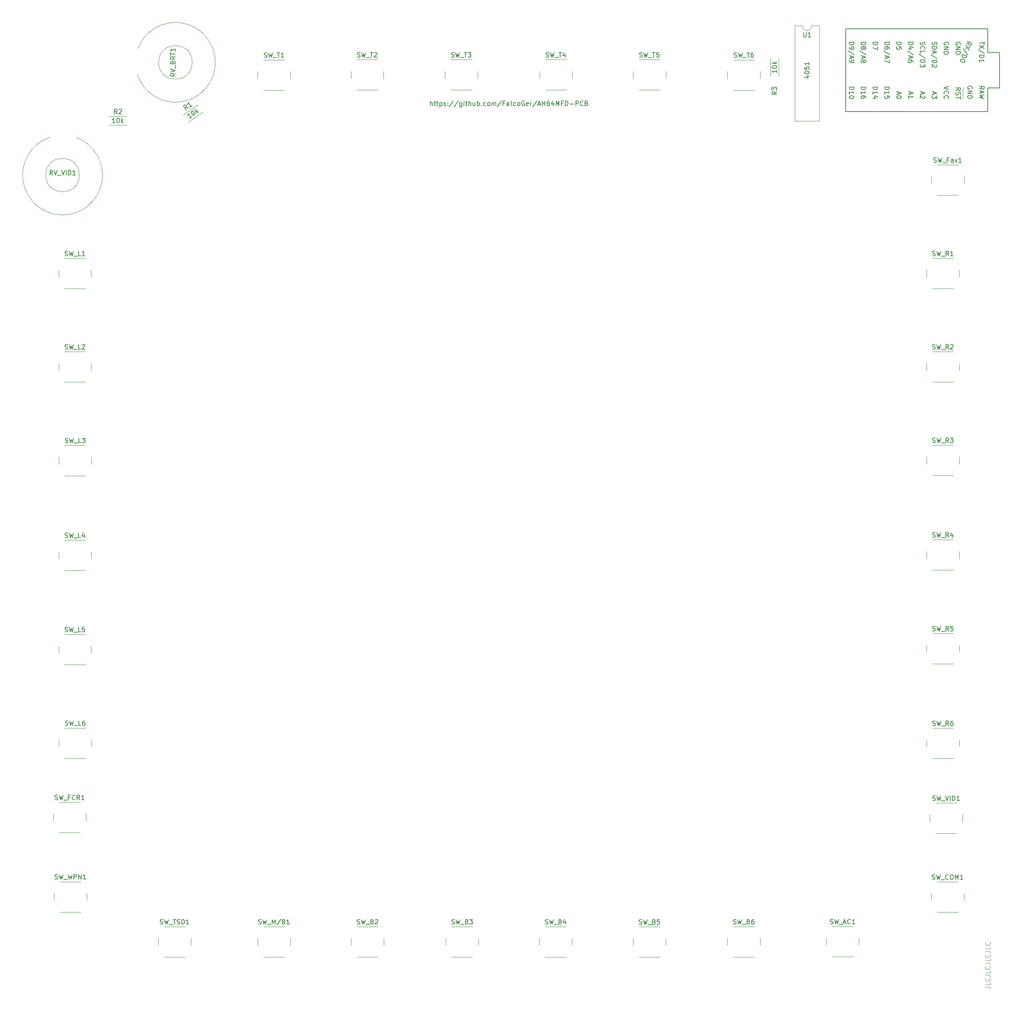
<source format=gbr>
%TF.GenerationSoftware,KiCad,Pcbnew,8.0.0~rc2*%
%TF.CreationDate,2024-02-15T20:21:26+01:00*%
%TF.ProjectId,MFD,4d46442e-6b69-4636-9164-5f7063625858,rev?*%
%TF.SameCoordinates,Original*%
%TF.FileFunction,Legend,Top*%
%TF.FilePolarity,Positive*%
%FSLAX46Y46*%
G04 Gerber Fmt 4.6, Leading zero omitted, Abs format (unit mm)*
G04 Created by KiCad (PCBNEW 8.0.0~rc2) date 2024-02-15 20:21:26*
%MOMM*%
%LPD*%
G01*
G04 APERTURE LIST*
%ADD10C,0.100000*%
%ADD11C,0.200000*%
%ADD12C,0.150000*%
%ADD13C,0.120000*%
G04 APERTURE END LIST*
D10*
X265277418Y-248465403D02*
X265991703Y-248465403D01*
X265991703Y-248465403D02*
X266134560Y-248513022D01*
X266134560Y-248513022D02*
X266229799Y-248608260D01*
X266229799Y-248608260D02*
X266277418Y-248751117D01*
X266277418Y-248751117D02*
X266277418Y-248846355D01*
X266277418Y-247513022D02*
X266277418Y-247989212D01*
X266277418Y-247989212D02*
X265277418Y-247989212D01*
X266182179Y-246608260D02*
X266229799Y-246655879D01*
X266229799Y-246655879D02*
X266277418Y-246798736D01*
X266277418Y-246798736D02*
X266277418Y-246893974D01*
X266277418Y-246893974D02*
X266229799Y-247036831D01*
X266229799Y-247036831D02*
X266134560Y-247132069D01*
X266134560Y-247132069D02*
X266039322Y-247179688D01*
X266039322Y-247179688D02*
X265848846Y-247227307D01*
X265848846Y-247227307D02*
X265705989Y-247227307D01*
X265705989Y-247227307D02*
X265515513Y-247179688D01*
X265515513Y-247179688D02*
X265420275Y-247132069D01*
X265420275Y-247132069D02*
X265325037Y-247036831D01*
X265325037Y-247036831D02*
X265277418Y-246893974D01*
X265277418Y-246893974D02*
X265277418Y-246798736D01*
X265277418Y-246798736D02*
X265325037Y-246655879D01*
X265325037Y-246655879D02*
X265372656Y-246608260D01*
X265277418Y-245893974D02*
X265991703Y-245893974D01*
X265991703Y-245893974D02*
X266134560Y-245941593D01*
X266134560Y-245941593D02*
X266229799Y-246036831D01*
X266229799Y-246036831D02*
X266277418Y-246179688D01*
X266277418Y-246179688D02*
X266277418Y-246274926D01*
X266277418Y-244941593D02*
X266277418Y-245417783D01*
X266277418Y-245417783D02*
X265277418Y-245417783D01*
X266182179Y-244036831D02*
X266229799Y-244084450D01*
X266229799Y-244084450D02*
X266277418Y-244227307D01*
X266277418Y-244227307D02*
X266277418Y-244322545D01*
X266277418Y-244322545D02*
X266229799Y-244465402D01*
X266229799Y-244465402D02*
X266134560Y-244560640D01*
X266134560Y-244560640D02*
X266039322Y-244608259D01*
X266039322Y-244608259D02*
X265848846Y-244655878D01*
X265848846Y-244655878D02*
X265705989Y-244655878D01*
X265705989Y-244655878D02*
X265515513Y-244608259D01*
X265515513Y-244608259D02*
X265420275Y-244560640D01*
X265420275Y-244560640D02*
X265325037Y-244465402D01*
X265325037Y-244465402D02*
X265277418Y-244322545D01*
X265277418Y-244322545D02*
X265277418Y-244227307D01*
X265277418Y-244227307D02*
X265325037Y-244084450D01*
X265325037Y-244084450D02*
X265372656Y-244036831D01*
X265277418Y-243322545D02*
X265991703Y-243322545D01*
X265991703Y-243322545D02*
X266134560Y-243370164D01*
X266134560Y-243370164D02*
X266229799Y-243465402D01*
X266229799Y-243465402D02*
X266277418Y-243608259D01*
X266277418Y-243608259D02*
X266277418Y-243703497D01*
X266277418Y-242370164D02*
X266277418Y-242846354D01*
X266277418Y-242846354D02*
X265277418Y-242846354D01*
X266182179Y-241465402D02*
X266229799Y-241513021D01*
X266229799Y-241513021D02*
X266277418Y-241655878D01*
X266277418Y-241655878D02*
X266277418Y-241751116D01*
X266277418Y-241751116D02*
X266229799Y-241893973D01*
X266229799Y-241893973D02*
X266134560Y-241989211D01*
X266134560Y-241989211D02*
X266039322Y-242036830D01*
X266039322Y-242036830D02*
X265848846Y-242084449D01*
X265848846Y-242084449D02*
X265705989Y-242084449D01*
X265705989Y-242084449D02*
X265515513Y-242036830D01*
X265515513Y-242036830D02*
X265420275Y-241989211D01*
X265420275Y-241989211D02*
X265325037Y-241893973D01*
X265325037Y-241893973D02*
X265277418Y-241751116D01*
X265277418Y-241751116D02*
X265277418Y-241655878D01*
X265277418Y-241655878D02*
X265325037Y-241513021D01*
X265325037Y-241513021D02*
X265372656Y-241465402D01*
X265277418Y-240751116D02*
X265991703Y-240751116D01*
X265991703Y-240751116D02*
X266134560Y-240798735D01*
X266134560Y-240798735D02*
X266229799Y-240893973D01*
X266229799Y-240893973D02*
X266277418Y-241036830D01*
X266277418Y-241036830D02*
X266277418Y-241132068D01*
X266277418Y-239798735D02*
X266277418Y-240274925D01*
X266277418Y-240274925D02*
X265277418Y-240274925D01*
X266182179Y-238893973D02*
X266229799Y-238941592D01*
X266229799Y-238941592D02*
X266277418Y-239084449D01*
X266277418Y-239084449D02*
X266277418Y-239179687D01*
X266277418Y-239179687D02*
X266229799Y-239322544D01*
X266229799Y-239322544D02*
X266134560Y-239417782D01*
X266134560Y-239417782D02*
X266039322Y-239465401D01*
X266039322Y-239465401D02*
X265848846Y-239513020D01*
X265848846Y-239513020D02*
X265705989Y-239513020D01*
X265705989Y-239513020D02*
X265515513Y-239465401D01*
X265515513Y-239465401D02*
X265420275Y-239417782D01*
X265420275Y-239417782D02*
X265325037Y-239322544D01*
X265325037Y-239322544D02*
X265277418Y-239179687D01*
X265277418Y-239179687D02*
X265277418Y-239084449D01*
X265277418Y-239084449D02*
X265325037Y-238941592D01*
X265325037Y-238941592D02*
X265372656Y-238893973D01*
D11*
X146146046Y-59184221D02*
X146146046Y-58184221D01*
X146574617Y-59184221D02*
X146574617Y-58660411D01*
X146574617Y-58660411D02*
X146526998Y-58565173D01*
X146526998Y-58565173D02*
X146431760Y-58517554D01*
X146431760Y-58517554D02*
X146288903Y-58517554D01*
X146288903Y-58517554D02*
X146193665Y-58565173D01*
X146193665Y-58565173D02*
X146146046Y-58612792D01*
X146907951Y-58517554D02*
X147288903Y-58517554D01*
X147050808Y-58184221D02*
X147050808Y-59041363D01*
X147050808Y-59041363D02*
X147098427Y-59136602D01*
X147098427Y-59136602D02*
X147193665Y-59184221D01*
X147193665Y-59184221D02*
X147288903Y-59184221D01*
X147479380Y-58517554D02*
X147860332Y-58517554D01*
X147622237Y-58184221D02*
X147622237Y-59041363D01*
X147622237Y-59041363D02*
X147669856Y-59136602D01*
X147669856Y-59136602D02*
X147765094Y-59184221D01*
X147765094Y-59184221D02*
X147860332Y-59184221D01*
X148193666Y-58517554D02*
X148193666Y-59517554D01*
X148193666Y-58565173D02*
X148288904Y-58517554D01*
X148288904Y-58517554D02*
X148479380Y-58517554D01*
X148479380Y-58517554D02*
X148574618Y-58565173D01*
X148574618Y-58565173D02*
X148622237Y-58612792D01*
X148622237Y-58612792D02*
X148669856Y-58708030D01*
X148669856Y-58708030D02*
X148669856Y-58993744D01*
X148669856Y-58993744D02*
X148622237Y-59088982D01*
X148622237Y-59088982D02*
X148574618Y-59136602D01*
X148574618Y-59136602D02*
X148479380Y-59184221D01*
X148479380Y-59184221D02*
X148288904Y-59184221D01*
X148288904Y-59184221D02*
X148193666Y-59136602D01*
X149050809Y-59136602D02*
X149146047Y-59184221D01*
X149146047Y-59184221D02*
X149336523Y-59184221D01*
X149336523Y-59184221D02*
X149431761Y-59136602D01*
X149431761Y-59136602D02*
X149479380Y-59041363D01*
X149479380Y-59041363D02*
X149479380Y-58993744D01*
X149479380Y-58993744D02*
X149431761Y-58898506D01*
X149431761Y-58898506D02*
X149336523Y-58850887D01*
X149336523Y-58850887D02*
X149193666Y-58850887D01*
X149193666Y-58850887D02*
X149098428Y-58803268D01*
X149098428Y-58803268D02*
X149050809Y-58708030D01*
X149050809Y-58708030D02*
X149050809Y-58660411D01*
X149050809Y-58660411D02*
X149098428Y-58565173D01*
X149098428Y-58565173D02*
X149193666Y-58517554D01*
X149193666Y-58517554D02*
X149336523Y-58517554D01*
X149336523Y-58517554D02*
X149431761Y-58565173D01*
X149907952Y-59088982D02*
X149955571Y-59136602D01*
X149955571Y-59136602D02*
X149907952Y-59184221D01*
X149907952Y-59184221D02*
X149860333Y-59136602D01*
X149860333Y-59136602D02*
X149907952Y-59088982D01*
X149907952Y-59088982D02*
X149907952Y-59184221D01*
X149907952Y-58565173D02*
X149955571Y-58612792D01*
X149955571Y-58612792D02*
X149907952Y-58660411D01*
X149907952Y-58660411D02*
X149860333Y-58612792D01*
X149860333Y-58612792D02*
X149907952Y-58565173D01*
X149907952Y-58565173D02*
X149907952Y-58660411D01*
X151098427Y-58136602D02*
X150241285Y-59422316D01*
X152146046Y-58136602D02*
X151288904Y-59422316D01*
X152907951Y-58517554D02*
X152907951Y-59327078D01*
X152907951Y-59327078D02*
X152860332Y-59422316D01*
X152860332Y-59422316D02*
X152812713Y-59469935D01*
X152812713Y-59469935D02*
X152717475Y-59517554D01*
X152717475Y-59517554D02*
X152574618Y-59517554D01*
X152574618Y-59517554D02*
X152479380Y-59469935D01*
X152907951Y-59136602D02*
X152812713Y-59184221D01*
X152812713Y-59184221D02*
X152622237Y-59184221D01*
X152622237Y-59184221D02*
X152526999Y-59136602D01*
X152526999Y-59136602D02*
X152479380Y-59088982D01*
X152479380Y-59088982D02*
X152431761Y-58993744D01*
X152431761Y-58993744D02*
X152431761Y-58708030D01*
X152431761Y-58708030D02*
X152479380Y-58612792D01*
X152479380Y-58612792D02*
X152526999Y-58565173D01*
X152526999Y-58565173D02*
X152622237Y-58517554D01*
X152622237Y-58517554D02*
X152812713Y-58517554D01*
X152812713Y-58517554D02*
X152907951Y-58565173D01*
X153384142Y-59184221D02*
X153384142Y-58517554D01*
X153384142Y-58184221D02*
X153336523Y-58231840D01*
X153336523Y-58231840D02*
X153384142Y-58279459D01*
X153384142Y-58279459D02*
X153431761Y-58231840D01*
X153431761Y-58231840D02*
X153384142Y-58184221D01*
X153384142Y-58184221D02*
X153384142Y-58279459D01*
X153717475Y-58517554D02*
X154098427Y-58517554D01*
X153860332Y-58184221D02*
X153860332Y-59041363D01*
X153860332Y-59041363D02*
X153907951Y-59136602D01*
X153907951Y-59136602D02*
X154003189Y-59184221D01*
X154003189Y-59184221D02*
X154098427Y-59184221D01*
X154431761Y-59184221D02*
X154431761Y-58184221D01*
X154860332Y-59184221D02*
X154860332Y-58660411D01*
X154860332Y-58660411D02*
X154812713Y-58565173D01*
X154812713Y-58565173D02*
X154717475Y-58517554D01*
X154717475Y-58517554D02*
X154574618Y-58517554D01*
X154574618Y-58517554D02*
X154479380Y-58565173D01*
X154479380Y-58565173D02*
X154431761Y-58612792D01*
X155765094Y-58517554D02*
X155765094Y-59184221D01*
X155336523Y-58517554D02*
X155336523Y-59041363D01*
X155336523Y-59041363D02*
X155384142Y-59136602D01*
X155384142Y-59136602D02*
X155479380Y-59184221D01*
X155479380Y-59184221D02*
X155622237Y-59184221D01*
X155622237Y-59184221D02*
X155717475Y-59136602D01*
X155717475Y-59136602D02*
X155765094Y-59088982D01*
X156241285Y-59184221D02*
X156241285Y-58184221D01*
X156241285Y-58565173D02*
X156336523Y-58517554D01*
X156336523Y-58517554D02*
X156526999Y-58517554D01*
X156526999Y-58517554D02*
X156622237Y-58565173D01*
X156622237Y-58565173D02*
X156669856Y-58612792D01*
X156669856Y-58612792D02*
X156717475Y-58708030D01*
X156717475Y-58708030D02*
X156717475Y-58993744D01*
X156717475Y-58993744D02*
X156669856Y-59088982D01*
X156669856Y-59088982D02*
X156622237Y-59136602D01*
X156622237Y-59136602D02*
X156526999Y-59184221D01*
X156526999Y-59184221D02*
X156336523Y-59184221D01*
X156336523Y-59184221D02*
X156241285Y-59136602D01*
X157146047Y-59088982D02*
X157193666Y-59136602D01*
X157193666Y-59136602D02*
X157146047Y-59184221D01*
X157146047Y-59184221D02*
X157098428Y-59136602D01*
X157098428Y-59136602D02*
X157146047Y-59088982D01*
X157146047Y-59088982D02*
X157146047Y-59184221D01*
X158050808Y-59136602D02*
X157955570Y-59184221D01*
X157955570Y-59184221D02*
X157765094Y-59184221D01*
X157765094Y-59184221D02*
X157669856Y-59136602D01*
X157669856Y-59136602D02*
X157622237Y-59088982D01*
X157622237Y-59088982D02*
X157574618Y-58993744D01*
X157574618Y-58993744D02*
X157574618Y-58708030D01*
X157574618Y-58708030D02*
X157622237Y-58612792D01*
X157622237Y-58612792D02*
X157669856Y-58565173D01*
X157669856Y-58565173D02*
X157765094Y-58517554D01*
X157765094Y-58517554D02*
X157955570Y-58517554D01*
X157955570Y-58517554D02*
X158050808Y-58565173D01*
X158622237Y-59184221D02*
X158526999Y-59136602D01*
X158526999Y-59136602D02*
X158479380Y-59088982D01*
X158479380Y-59088982D02*
X158431761Y-58993744D01*
X158431761Y-58993744D02*
X158431761Y-58708030D01*
X158431761Y-58708030D02*
X158479380Y-58612792D01*
X158479380Y-58612792D02*
X158526999Y-58565173D01*
X158526999Y-58565173D02*
X158622237Y-58517554D01*
X158622237Y-58517554D02*
X158765094Y-58517554D01*
X158765094Y-58517554D02*
X158860332Y-58565173D01*
X158860332Y-58565173D02*
X158907951Y-58612792D01*
X158907951Y-58612792D02*
X158955570Y-58708030D01*
X158955570Y-58708030D02*
X158955570Y-58993744D01*
X158955570Y-58993744D02*
X158907951Y-59088982D01*
X158907951Y-59088982D02*
X158860332Y-59136602D01*
X158860332Y-59136602D02*
X158765094Y-59184221D01*
X158765094Y-59184221D02*
X158622237Y-59184221D01*
X159384142Y-59184221D02*
X159384142Y-58517554D01*
X159384142Y-58612792D02*
X159431761Y-58565173D01*
X159431761Y-58565173D02*
X159526999Y-58517554D01*
X159526999Y-58517554D02*
X159669856Y-58517554D01*
X159669856Y-58517554D02*
X159765094Y-58565173D01*
X159765094Y-58565173D02*
X159812713Y-58660411D01*
X159812713Y-58660411D02*
X159812713Y-59184221D01*
X159812713Y-58660411D02*
X159860332Y-58565173D01*
X159860332Y-58565173D02*
X159955570Y-58517554D01*
X159955570Y-58517554D02*
X160098427Y-58517554D01*
X160098427Y-58517554D02*
X160193666Y-58565173D01*
X160193666Y-58565173D02*
X160241285Y-58660411D01*
X160241285Y-58660411D02*
X160241285Y-59184221D01*
X161431760Y-58136602D02*
X160574618Y-59422316D01*
X162098427Y-58660411D02*
X161765094Y-58660411D01*
X161765094Y-59184221D02*
X161765094Y-58184221D01*
X161765094Y-58184221D02*
X162241284Y-58184221D01*
X163050808Y-59184221D02*
X163050808Y-58660411D01*
X163050808Y-58660411D02*
X163003189Y-58565173D01*
X163003189Y-58565173D02*
X162907951Y-58517554D01*
X162907951Y-58517554D02*
X162717475Y-58517554D01*
X162717475Y-58517554D02*
X162622237Y-58565173D01*
X163050808Y-59136602D02*
X162955570Y-59184221D01*
X162955570Y-59184221D02*
X162717475Y-59184221D01*
X162717475Y-59184221D02*
X162622237Y-59136602D01*
X162622237Y-59136602D02*
X162574618Y-59041363D01*
X162574618Y-59041363D02*
X162574618Y-58946125D01*
X162574618Y-58946125D02*
X162622237Y-58850887D01*
X162622237Y-58850887D02*
X162717475Y-58803268D01*
X162717475Y-58803268D02*
X162955570Y-58803268D01*
X162955570Y-58803268D02*
X163050808Y-58755649D01*
X163669856Y-59184221D02*
X163574618Y-59136602D01*
X163574618Y-59136602D02*
X163526999Y-59041363D01*
X163526999Y-59041363D02*
X163526999Y-58184221D01*
X164479380Y-59136602D02*
X164384142Y-59184221D01*
X164384142Y-59184221D02*
X164193666Y-59184221D01*
X164193666Y-59184221D02*
X164098428Y-59136602D01*
X164098428Y-59136602D02*
X164050809Y-59088982D01*
X164050809Y-59088982D02*
X164003190Y-58993744D01*
X164003190Y-58993744D02*
X164003190Y-58708030D01*
X164003190Y-58708030D02*
X164050809Y-58612792D01*
X164050809Y-58612792D02*
X164098428Y-58565173D01*
X164098428Y-58565173D02*
X164193666Y-58517554D01*
X164193666Y-58517554D02*
X164384142Y-58517554D01*
X164384142Y-58517554D02*
X164479380Y-58565173D01*
X165050809Y-59184221D02*
X164955571Y-59136602D01*
X164955571Y-59136602D02*
X164907952Y-59088982D01*
X164907952Y-59088982D02*
X164860333Y-58993744D01*
X164860333Y-58993744D02*
X164860333Y-58708030D01*
X164860333Y-58708030D02*
X164907952Y-58612792D01*
X164907952Y-58612792D02*
X164955571Y-58565173D01*
X164955571Y-58565173D02*
X165050809Y-58517554D01*
X165050809Y-58517554D02*
X165193666Y-58517554D01*
X165193666Y-58517554D02*
X165288904Y-58565173D01*
X165288904Y-58565173D02*
X165336523Y-58612792D01*
X165336523Y-58612792D02*
X165384142Y-58708030D01*
X165384142Y-58708030D02*
X165384142Y-58993744D01*
X165384142Y-58993744D02*
X165336523Y-59088982D01*
X165336523Y-59088982D02*
X165288904Y-59136602D01*
X165288904Y-59136602D02*
X165193666Y-59184221D01*
X165193666Y-59184221D02*
X165050809Y-59184221D01*
X166336523Y-58231840D02*
X166241285Y-58184221D01*
X166241285Y-58184221D02*
X166098428Y-58184221D01*
X166098428Y-58184221D02*
X165955571Y-58231840D01*
X165955571Y-58231840D02*
X165860333Y-58327078D01*
X165860333Y-58327078D02*
X165812714Y-58422316D01*
X165812714Y-58422316D02*
X165765095Y-58612792D01*
X165765095Y-58612792D02*
X165765095Y-58755649D01*
X165765095Y-58755649D02*
X165812714Y-58946125D01*
X165812714Y-58946125D02*
X165860333Y-59041363D01*
X165860333Y-59041363D02*
X165955571Y-59136602D01*
X165955571Y-59136602D02*
X166098428Y-59184221D01*
X166098428Y-59184221D02*
X166193666Y-59184221D01*
X166193666Y-59184221D02*
X166336523Y-59136602D01*
X166336523Y-59136602D02*
X166384142Y-59088982D01*
X166384142Y-59088982D02*
X166384142Y-58755649D01*
X166384142Y-58755649D02*
X166193666Y-58755649D01*
X167193666Y-59136602D02*
X167098428Y-59184221D01*
X167098428Y-59184221D02*
X166907952Y-59184221D01*
X166907952Y-59184221D02*
X166812714Y-59136602D01*
X166812714Y-59136602D02*
X166765095Y-59041363D01*
X166765095Y-59041363D02*
X166765095Y-58660411D01*
X166765095Y-58660411D02*
X166812714Y-58565173D01*
X166812714Y-58565173D02*
X166907952Y-58517554D01*
X166907952Y-58517554D02*
X167098428Y-58517554D01*
X167098428Y-58517554D02*
X167193666Y-58565173D01*
X167193666Y-58565173D02*
X167241285Y-58660411D01*
X167241285Y-58660411D02*
X167241285Y-58755649D01*
X167241285Y-58755649D02*
X166765095Y-58850887D01*
X167669857Y-59184221D02*
X167669857Y-58517554D01*
X167669857Y-58708030D02*
X167717476Y-58612792D01*
X167717476Y-58612792D02*
X167765095Y-58565173D01*
X167765095Y-58565173D02*
X167860333Y-58517554D01*
X167860333Y-58517554D02*
X167955571Y-58517554D01*
X169003190Y-58136602D02*
X168146048Y-59422316D01*
X169288905Y-58898506D02*
X169765095Y-58898506D01*
X169193667Y-59184221D02*
X169527000Y-58184221D01*
X169527000Y-58184221D02*
X169860333Y-59184221D01*
X170193667Y-59184221D02*
X170193667Y-58184221D01*
X170193667Y-58660411D02*
X170765095Y-58660411D01*
X170765095Y-59184221D02*
X170765095Y-58184221D01*
X171669857Y-58184221D02*
X171479381Y-58184221D01*
X171479381Y-58184221D02*
X171384143Y-58231840D01*
X171384143Y-58231840D02*
X171336524Y-58279459D01*
X171336524Y-58279459D02*
X171241286Y-58422316D01*
X171241286Y-58422316D02*
X171193667Y-58612792D01*
X171193667Y-58612792D02*
X171193667Y-58993744D01*
X171193667Y-58993744D02*
X171241286Y-59088982D01*
X171241286Y-59088982D02*
X171288905Y-59136602D01*
X171288905Y-59136602D02*
X171384143Y-59184221D01*
X171384143Y-59184221D02*
X171574619Y-59184221D01*
X171574619Y-59184221D02*
X171669857Y-59136602D01*
X171669857Y-59136602D02*
X171717476Y-59088982D01*
X171717476Y-59088982D02*
X171765095Y-58993744D01*
X171765095Y-58993744D02*
X171765095Y-58755649D01*
X171765095Y-58755649D02*
X171717476Y-58660411D01*
X171717476Y-58660411D02*
X171669857Y-58612792D01*
X171669857Y-58612792D02*
X171574619Y-58565173D01*
X171574619Y-58565173D02*
X171384143Y-58565173D01*
X171384143Y-58565173D02*
X171288905Y-58612792D01*
X171288905Y-58612792D02*
X171241286Y-58660411D01*
X171241286Y-58660411D02*
X171193667Y-58755649D01*
X172622238Y-58517554D02*
X172622238Y-59184221D01*
X172384143Y-58136602D02*
X172146048Y-58850887D01*
X172146048Y-58850887D02*
X172765095Y-58850887D01*
X173146048Y-59184221D02*
X173146048Y-58184221D01*
X173146048Y-58184221D02*
X173479381Y-58898506D01*
X173479381Y-58898506D02*
X173812714Y-58184221D01*
X173812714Y-58184221D02*
X173812714Y-59184221D01*
X174622238Y-58660411D02*
X174288905Y-58660411D01*
X174288905Y-59184221D02*
X174288905Y-58184221D01*
X174288905Y-58184221D02*
X174765095Y-58184221D01*
X175146048Y-59184221D02*
X175146048Y-58184221D01*
X175146048Y-58184221D02*
X175384143Y-58184221D01*
X175384143Y-58184221D02*
X175527000Y-58231840D01*
X175527000Y-58231840D02*
X175622238Y-58327078D01*
X175622238Y-58327078D02*
X175669857Y-58422316D01*
X175669857Y-58422316D02*
X175717476Y-58612792D01*
X175717476Y-58612792D02*
X175717476Y-58755649D01*
X175717476Y-58755649D02*
X175669857Y-58946125D01*
X175669857Y-58946125D02*
X175622238Y-59041363D01*
X175622238Y-59041363D02*
X175527000Y-59136602D01*
X175527000Y-59136602D02*
X175384143Y-59184221D01*
X175384143Y-59184221D02*
X175146048Y-59184221D01*
X176146048Y-58803268D02*
X176907953Y-58803268D01*
X177384143Y-59184221D02*
X177384143Y-58184221D01*
X177384143Y-58184221D02*
X177765095Y-58184221D01*
X177765095Y-58184221D02*
X177860333Y-58231840D01*
X177860333Y-58231840D02*
X177907952Y-58279459D01*
X177907952Y-58279459D02*
X177955571Y-58374697D01*
X177955571Y-58374697D02*
X177955571Y-58517554D01*
X177955571Y-58517554D02*
X177907952Y-58612792D01*
X177907952Y-58612792D02*
X177860333Y-58660411D01*
X177860333Y-58660411D02*
X177765095Y-58708030D01*
X177765095Y-58708030D02*
X177384143Y-58708030D01*
X178955571Y-59088982D02*
X178907952Y-59136602D01*
X178907952Y-59136602D02*
X178765095Y-59184221D01*
X178765095Y-59184221D02*
X178669857Y-59184221D01*
X178669857Y-59184221D02*
X178527000Y-59136602D01*
X178527000Y-59136602D02*
X178431762Y-59041363D01*
X178431762Y-59041363D02*
X178384143Y-58946125D01*
X178384143Y-58946125D02*
X178336524Y-58755649D01*
X178336524Y-58755649D02*
X178336524Y-58612792D01*
X178336524Y-58612792D02*
X178384143Y-58422316D01*
X178384143Y-58422316D02*
X178431762Y-58327078D01*
X178431762Y-58327078D02*
X178527000Y-58231840D01*
X178527000Y-58231840D02*
X178669857Y-58184221D01*
X178669857Y-58184221D02*
X178765095Y-58184221D01*
X178765095Y-58184221D02*
X178907952Y-58231840D01*
X178907952Y-58231840D02*
X178955571Y-58279459D01*
X179717476Y-58660411D02*
X179860333Y-58708030D01*
X179860333Y-58708030D02*
X179907952Y-58755649D01*
X179907952Y-58755649D02*
X179955571Y-58850887D01*
X179955571Y-58850887D02*
X179955571Y-58993744D01*
X179955571Y-58993744D02*
X179907952Y-59088982D01*
X179907952Y-59088982D02*
X179860333Y-59136602D01*
X179860333Y-59136602D02*
X179765095Y-59184221D01*
X179765095Y-59184221D02*
X179384143Y-59184221D01*
X179384143Y-59184221D02*
X179384143Y-58184221D01*
X179384143Y-58184221D02*
X179717476Y-58184221D01*
X179717476Y-58184221D02*
X179812714Y-58231840D01*
X179812714Y-58231840D02*
X179860333Y-58279459D01*
X179860333Y-58279459D02*
X179907952Y-58374697D01*
X179907952Y-58374697D02*
X179907952Y-58469935D01*
X179907952Y-58469935D02*
X179860333Y-58565173D01*
X179860333Y-58565173D02*
X179812714Y-58612792D01*
X179812714Y-58612792D02*
X179717476Y-58660411D01*
X179717476Y-58660411D02*
X179384143Y-58660411D01*
D12*
X130526761Y-48707202D02*
X130669618Y-48754821D01*
X130669618Y-48754821D02*
X130907713Y-48754821D01*
X130907713Y-48754821D02*
X131002951Y-48707202D01*
X131002951Y-48707202D02*
X131050570Y-48659582D01*
X131050570Y-48659582D02*
X131098189Y-48564344D01*
X131098189Y-48564344D02*
X131098189Y-48469106D01*
X131098189Y-48469106D02*
X131050570Y-48373868D01*
X131050570Y-48373868D02*
X131002951Y-48326249D01*
X131002951Y-48326249D02*
X130907713Y-48278630D01*
X130907713Y-48278630D02*
X130717237Y-48231011D01*
X130717237Y-48231011D02*
X130621999Y-48183392D01*
X130621999Y-48183392D02*
X130574380Y-48135773D01*
X130574380Y-48135773D02*
X130526761Y-48040535D01*
X130526761Y-48040535D02*
X130526761Y-47945297D01*
X130526761Y-47945297D02*
X130574380Y-47850059D01*
X130574380Y-47850059D02*
X130621999Y-47802440D01*
X130621999Y-47802440D02*
X130717237Y-47754821D01*
X130717237Y-47754821D02*
X130955332Y-47754821D01*
X130955332Y-47754821D02*
X131098189Y-47802440D01*
X131431523Y-47754821D02*
X131669618Y-48754821D01*
X131669618Y-48754821D02*
X131860094Y-48040535D01*
X131860094Y-48040535D02*
X132050570Y-48754821D01*
X132050570Y-48754821D02*
X132288666Y-47754821D01*
X132431523Y-48850059D02*
X133193427Y-48850059D01*
X133288666Y-47754821D02*
X133860094Y-47754821D01*
X133574380Y-48754821D02*
X133574380Y-47754821D01*
X134145809Y-47850059D02*
X134193428Y-47802440D01*
X134193428Y-47802440D02*
X134288666Y-47754821D01*
X134288666Y-47754821D02*
X134526761Y-47754821D01*
X134526761Y-47754821D02*
X134621999Y-47802440D01*
X134621999Y-47802440D02*
X134669618Y-47850059D01*
X134669618Y-47850059D02*
X134717237Y-47945297D01*
X134717237Y-47945297D02*
X134717237Y-48040535D01*
X134717237Y-48040535D02*
X134669618Y-48183392D01*
X134669618Y-48183392D02*
X134098190Y-48754821D01*
X134098190Y-48754821D02*
X134717237Y-48754821D01*
X65085735Y-74043832D02*
X64752402Y-73567641D01*
X64514307Y-74043832D02*
X64514307Y-73043832D01*
X64514307Y-73043832D02*
X64895259Y-73043832D01*
X64895259Y-73043832D02*
X64990497Y-73091451D01*
X64990497Y-73091451D02*
X65038116Y-73139070D01*
X65038116Y-73139070D02*
X65085735Y-73234308D01*
X65085735Y-73234308D02*
X65085735Y-73377165D01*
X65085735Y-73377165D02*
X65038116Y-73472403D01*
X65038116Y-73472403D02*
X64990497Y-73520022D01*
X64990497Y-73520022D02*
X64895259Y-73567641D01*
X64895259Y-73567641D02*
X64514307Y-73567641D01*
X65371450Y-73043832D02*
X65704783Y-74043832D01*
X65704783Y-74043832D02*
X66038116Y-73043832D01*
X66133355Y-74139070D02*
X66895259Y-74139070D01*
X66990498Y-73043832D02*
X67323831Y-74043832D01*
X67323831Y-74043832D02*
X67657164Y-73043832D01*
X67990498Y-74043832D02*
X67990498Y-73043832D01*
X68466688Y-74043832D02*
X68466688Y-73043832D01*
X68466688Y-73043832D02*
X68704783Y-73043832D01*
X68704783Y-73043832D02*
X68847640Y-73091451D01*
X68847640Y-73091451D02*
X68942878Y-73186689D01*
X68942878Y-73186689D02*
X68990497Y-73281927D01*
X68990497Y-73281927D02*
X69038116Y-73472403D01*
X69038116Y-73472403D02*
X69038116Y-73615260D01*
X69038116Y-73615260D02*
X68990497Y-73805736D01*
X68990497Y-73805736D02*
X68942878Y-73900974D01*
X68942878Y-73900974D02*
X68847640Y-73996213D01*
X68847640Y-73996213D02*
X68704783Y-74043832D01*
X68704783Y-74043832D02*
X68466688Y-74043832D01*
X69990497Y-74043832D02*
X69419069Y-74043832D01*
X69704783Y-74043832D02*
X69704783Y-73043832D01*
X69704783Y-73043832D02*
X69609545Y-73186689D01*
X69609545Y-73186689D02*
X69514307Y-73281927D01*
X69514307Y-73281927D02*
X69419069Y-73329546D01*
X254209808Y-71313202D02*
X254352665Y-71360821D01*
X254352665Y-71360821D02*
X254590760Y-71360821D01*
X254590760Y-71360821D02*
X254685998Y-71313202D01*
X254685998Y-71313202D02*
X254733617Y-71265582D01*
X254733617Y-71265582D02*
X254781236Y-71170344D01*
X254781236Y-71170344D02*
X254781236Y-71075106D01*
X254781236Y-71075106D02*
X254733617Y-70979868D01*
X254733617Y-70979868D02*
X254685998Y-70932249D01*
X254685998Y-70932249D02*
X254590760Y-70884630D01*
X254590760Y-70884630D02*
X254400284Y-70837011D01*
X254400284Y-70837011D02*
X254305046Y-70789392D01*
X254305046Y-70789392D02*
X254257427Y-70741773D01*
X254257427Y-70741773D02*
X254209808Y-70646535D01*
X254209808Y-70646535D02*
X254209808Y-70551297D01*
X254209808Y-70551297D02*
X254257427Y-70456059D01*
X254257427Y-70456059D02*
X254305046Y-70408440D01*
X254305046Y-70408440D02*
X254400284Y-70360821D01*
X254400284Y-70360821D02*
X254638379Y-70360821D01*
X254638379Y-70360821D02*
X254781236Y-70408440D01*
X255114570Y-70360821D02*
X255352665Y-71360821D01*
X255352665Y-71360821D02*
X255543141Y-70646535D01*
X255543141Y-70646535D02*
X255733617Y-71360821D01*
X255733617Y-71360821D02*
X255971713Y-70360821D01*
X256114570Y-71456059D02*
X256876474Y-71456059D01*
X257447903Y-70837011D02*
X257114570Y-70837011D01*
X257114570Y-71360821D02*
X257114570Y-70360821D01*
X257114570Y-70360821D02*
X257590760Y-70360821D01*
X258400284Y-71360821D02*
X258400284Y-70837011D01*
X258400284Y-70837011D02*
X258352665Y-70741773D01*
X258352665Y-70741773D02*
X258257427Y-70694154D01*
X258257427Y-70694154D02*
X258066951Y-70694154D01*
X258066951Y-70694154D02*
X257971713Y-70741773D01*
X258400284Y-71313202D02*
X258305046Y-71360821D01*
X258305046Y-71360821D02*
X258066951Y-71360821D01*
X258066951Y-71360821D02*
X257971713Y-71313202D01*
X257971713Y-71313202D02*
X257924094Y-71217963D01*
X257924094Y-71217963D02*
X257924094Y-71122725D01*
X257924094Y-71122725D02*
X257971713Y-71027487D01*
X257971713Y-71027487D02*
X258066951Y-70979868D01*
X258066951Y-70979868D02*
X258305046Y-70979868D01*
X258305046Y-70979868D02*
X258400284Y-70932249D01*
X258781237Y-70694154D02*
X259019332Y-71360821D01*
X259019332Y-71360821D02*
X259257427Y-70694154D01*
X260162189Y-71360821D02*
X259590761Y-71360821D01*
X259876475Y-71360821D02*
X259876475Y-70360821D01*
X259876475Y-70360821D02*
X259781237Y-70503678D01*
X259781237Y-70503678D02*
X259685999Y-70598916D01*
X259685999Y-70598916D02*
X259590761Y-70646535D01*
X150779713Y-234925202D02*
X150922570Y-234972821D01*
X150922570Y-234972821D02*
X151160665Y-234972821D01*
X151160665Y-234972821D02*
X151255903Y-234925202D01*
X151255903Y-234925202D02*
X151303522Y-234877582D01*
X151303522Y-234877582D02*
X151351141Y-234782344D01*
X151351141Y-234782344D02*
X151351141Y-234687106D01*
X151351141Y-234687106D02*
X151303522Y-234591868D01*
X151303522Y-234591868D02*
X151255903Y-234544249D01*
X151255903Y-234544249D02*
X151160665Y-234496630D01*
X151160665Y-234496630D02*
X150970189Y-234449011D01*
X150970189Y-234449011D02*
X150874951Y-234401392D01*
X150874951Y-234401392D02*
X150827332Y-234353773D01*
X150827332Y-234353773D02*
X150779713Y-234258535D01*
X150779713Y-234258535D02*
X150779713Y-234163297D01*
X150779713Y-234163297D02*
X150827332Y-234068059D01*
X150827332Y-234068059D02*
X150874951Y-234020440D01*
X150874951Y-234020440D02*
X150970189Y-233972821D01*
X150970189Y-233972821D02*
X151208284Y-233972821D01*
X151208284Y-233972821D02*
X151351141Y-234020440D01*
X151684475Y-233972821D02*
X151922570Y-234972821D01*
X151922570Y-234972821D02*
X152113046Y-234258535D01*
X152113046Y-234258535D02*
X152303522Y-234972821D01*
X152303522Y-234972821D02*
X152541618Y-233972821D01*
X152684475Y-235068059D02*
X153446379Y-235068059D01*
X154017808Y-234449011D02*
X154160665Y-234496630D01*
X154160665Y-234496630D02*
X154208284Y-234544249D01*
X154208284Y-234544249D02*
X154255903Y-234639487D01*
X154255903Y-234639487D02*
X154255903Y-234782344D01*
X154255903Y-234782344D02*
X154208284Y-234877582D01*
X154208284Y-234877582D02*
X154160665Y-234925202D01*
X154160665Y-234925202D02*
X154065427Y-234972821D01*
X154065427Y-234972821D02*
X153684475Y-234972821D01*
X153684475Y-234972821D02*
X153684475Y-233972821D01*
X153684475Y-233972821D02*
X154017808Y-233972821D01*
X154017808Y-233972821D02*
X154113046Y-234020440D01*
X154113046Y-234020440D02*
X154160665Y-234068059D01*
X154160665Y-234068059D02*
X154208284Y-234163297D01*
X154208284Y-234163297D02*
X154208284Y-234258535D01*
X154208284Y-234258535D02*
X154160665Y-234353773D01*
X154160665Y-234353773D02*
X154113046Y-234401392D01*
X154113046Y-234401392D02*
X154017808Y-234449011D01*
X154017808Y-234449011D02*
X153684475Y-234449011D01*
X154589237Y-233972821D02*
X155208284Y-233972821D01*
X155208284Y-233972821D02*
X154874951Y-234353773D01*
X154874951Y-234353773D02*
X155017808Y-234353773D01*
X155017808Y-234353773D02*
X155113046Y-234401392D01*
X155113046Y-234401392D02*
X155160665Y-234449011D01*
X155160665Y-234449011D02*
X155208284Y-234544249D01*
X155208284Y-234544249D02*
X155208284Y-234782344D01*
X155208284Y-234782344D02*
X155160665Y-234877582D01*
X155160665Y-234877582D02*
X155113046Y-234925202D01*
X155113046Y-234925202D02*
X155017808Y-234972821D01*
X155017808Y-234972821D02*
X154732094Y-234972821D01*
X154732094Y-234972821D02*
X154636856Y-234925202D01*
X154636856Y-234925202D02*
X154589237Y-234877582D01*
X171016761Y-48707202D02*
X171159618Y-48754821D01*
X171159618Y-48754821D02*
X171397713Y-48754821D01*
X171397713Y-48754821D02*
X171492951Y-48707202D01*
X171492951Y-48707202D02*
X171540570Y-48659582D01*
X171540570Y-48659582D02*
X171588189Y-48564344D01*
X171588189Y-48564344D02*
X171588189Y-48469106D01*
X171588189Y-48469106D02*
X171540570Y-48373868D01*
X171540570Y-48373868D02*
X171492951Y-48326249D01*
X171492951Y-48326249D02*
X171397713Y-48278630D01*
X171397713Y-48278630D02*
X171207237Y-48231011D01*
X171207237Y-48231011D02*
X171111999Y-48183392D01*
X171111999Y-48183392D02*
X171064380Y-48135773D01*
X171064380Y-48135773D02*
X171016761Y-48040535D01*
X171016761Y-48040535D02*
X171016761Y-47945297D01*
X171016761Y-47945297D02*
X171064380Y-47850059D01*
X171064380Y-47850059D02*
X171111999Y-47802440D01*
X171111999Y-47802440D02*
X171207237Y-47754821D01*
X171207237Y-47754821D02*
X171445332Y-47754821D01*
X171445332Y-47754821D02*
X171588189Y-47802440D01*
X171921523Y-47754821D02*
X172159618Y-48754821D01*
X172159618Y-48754821D02*
X172350094Y-48040535D01*
X172350094Y-48040535D02*
X172540570Y-48754821D01*
X172540570Y-48754821D02*
X172778666Y-47754821D01*
X172921523Y-48850059D02*
X173683427Y-48850059D01*
X173778666Y-47754821D02*
X174350094Y-47754821D01*
X174064380Y-48754821D02*
X174064380Y-47754821D01*
X175111999Y-48088154D02*
X175111999Y-48754821D01*
X174873904Y-47707202D02*
X174635809Y-48421487D01*
X174635809Y-48421487D02*
X175254856Y-48421487D01*
X67764951Y-111445202D02*
X67907808Y-111492821D01*
X67907808Y-111492821D02*
X68145903Y-111492821D01*
X68145903Y-111492821D02*
X68241141Y-111445202D01*
X68241141Y-111445202D02*
X68288760Y-111397582D01*
X68288760Y-111397582D02*
X68336379Y-111302344D01*
X68336379Y-111302344D02*
X68336379Y-111207106D01*
X68336379Y-111207106D02*
X68288760Y-111111868D01*
X68288760Y-111111868D02*
X68241141Y-111064249D01*
X68241141Y-111064249D02*
X68145903Y-111016630D01*
X68145903Y-111016630D02*
X67955427Y-110969011D01*
X67955427Y-110969011D02*
X67860189Y-110921392D01*
X67860189Y-110921392D02*
X67812570Y-110873773D01*
X67812570Y-110873773D02*
X67764951Y-110778535D01*
X67764951Y-110778535D02*
X67764951Y-110683297D01*
X67764951Y-110683297D02*
X67812570Y-110588059D01*
X67812570Y-110588059D02*
X67860189Y-110540440D01*
X67860189Y-110540440D02*
X67955427Y-110492821D01*
X67955427Y-110492821D02*
X68193522Y-110492821D01*
X68193522Y-110492821D02*
X68336379Y-110540440D01*
X68669713Y-110492821D02*
X68907808Y-111492821D01*
X68907808Y-111492821D02*
X69098284Y-110778535D01*
X69098284Y-110778535D02*
X69288760Y-111492821D01*
X69288760Y-111492821D02*
X69526856Y-110492821D01*
X69669713Y-111588059D02*
X70431617Y-111588059D01*
X71145903Y-111492821D02*
X70669713Y-111492821D01*
X70669713Y-111492821D02*
X70669713Y-110492821D01*
X71431618Y-110588059D02*
X71479237Y-110540440D01*
X71479237Y-110540440D02*
X71574475Y-110492821D01*
X71574475Y-110492821D02*
X71812570Y-110492821D01*
X71812570Y-110492821D02*
X71907808Y-110540440D01*
X71907808Y-110540440D02*
X71955427Y-110588059D01*
X71955427Y-110588059D02*
X72003046Y-110683297D01*
X72003046Y-110683297D02*
X72003046Y-110778535D01*
X72003046Y-110778535D02*
X71955427Y-110921392D01*
X71955427Y-110921392D02*
X71383999Y-111492821D01*
X71383999Y-111492821D02*
X72003046Y-111492821D01*
X78963332Y-60914821D02*
X78629999Y-60438630D01*
X78391904Y-60914821D02*
X78391904Y-59914821D01*
X78391904Y-59914821D02*
X78772856Y-59914821D01*
X78772856Y-59914821D02*
X78868094Y-59962440D01*
X78868094Y-59962440D02*
X78915713Y-60010059D01*
X78915713Y-60010059D02*
X78963332Y-60105297D01*
X78963332Y-60105297D02*
X78963332Y-60248154D01*
X78963332Y-60248154D02*
X78915713Y-60343392D01*
X78915713Y-60343392D02*
X78868094Y-60391011D01*
X78868094Y-60391011D02*
X78772856Y-60438630D01*
X78772856Y-60438630D02*
X78391904Y-60438630D01*
X79344285Y-60010059D02*
X79391904Y-59962440D01*
X79391904Y-59962440D02*
X79487142Y-59914821D01*
X79487142Y-59914821D02*
X79725237Y-59914821D01*
X79725237Y-59914821D02*
X79820475Y-59962440D01*
X79820475Y-59962440D02*
X79868094Y-60010059D01*
X79868094Y-60010059D02*
X79915713Y-60105297D01*
X79915713Y-60105297D02*
X79915713Y-60200535D01*
X79915713Y-60200535D02*
X79868094Y-60343392D01*
X79868094Y-60343392D02*
X79296666Y-60914821D01*
X79296666Y-60914821D02*
X79915713Y-60914821D01*
X78484760Y-62819821D02*
X77913332Y-62819821D01*
X78199046Y-62819821D02*
X78199046Y-61819821D01*
X78199046Y-61819821D02*
X78103808Y-61962678D01*
X78103808Y-61962678D02*
X78008570Y-62057916D01*
X78008570Y-62057916D02*
X77913332Y-62105535D01*
X79103808Y-61819821D02*
X79199046Y-61819821D01*
X79199046Y-61819821D02*
X79294284Y-61867440D01*
X79294284Y-61867440D02*
X79341903Y-61915059D01*
X79341903Y-61915059D02*
X79389522Y-62010297D01*
X79389522Y-62010297D02*
X79437141Y-62200773D01*
X79437141Y-62200773D02*
X79437141Y-62438868D01*
X79437141Y-62438868D02*
X79389522Y-62629344D01*
X79389522Y-62629344D02*
X79341903Y-62724582D01*
X79341903Y-62724582D02*
X79294284Y-62772202D01*
X79294284Y-62772202D02*
X79199046Y-62819821D01*
X79199046Y-62819821D02*
X79103808Y-62819821D01*
X79103808Y-62819821D02*
X79008570Y-62772202D01*
X79008570Y-62772202D02*
X78960951Y-62724582D01*
X78960951Y-62724582D02*
X78913332Y-62629344D01*
X78913332Y-62629344D02*
X78865713Y-62438868D01*
X78865713Y-62438868D02*
X78865713Y-62200773D01*
X78865713Y-62200773D02*
X78913332Y-62010297D01*
X78913332Y-62010297D02*
X78960951Y-61915059D01*
X78960951Y-61915059D02*
X79008570Y-61867440D01*
X79008570Y-61867440D02*
X79103808Y-61819821D01*
X79865713Y-62819821D02*
X79865713Y-61819821D01*
X79960951Y-62438868D02*
X80246665Y-62819821D01*
X80246665Y-62153154D02*
X79865713Y-62534106D01*
X170845713Y-234925202D02*
X170988570Y-234972821D01*
X170988570Y-234972821D02*
X171226665Y-234972821D01*
X171226665Y-234972821D02*
X171321903Y-234925202D01*
X171321903Y-234925202D02*
X171369522Y-234877582D01*
X171369522Y-234877582D02*
X171417141Y-234782344D01*
X171417141Y-234782344D02*
X171417141Y-234687106D01*
X171417141Y-234687106D02*
X171369522Y-234591868D01*
X171369522Y-234591868D02*
X171321903Y-234544249D01*
X171321903Y-234544249D02*
X171226665Y-234496630D01*
X171226665Y-234496630D02*
X171036189Y-234449011D01*
X171036189Y-234449011D02*
X170940951Y-234401392D01*
X170940951Y-234401392D02*
X170893332Y-234353773D01*
X170893332Y-234353773D02*
X170845713Y-234258535D01*
X170845713Y-234258535D02*
X170845713Y-234163297D01*
X170845713Y-234163297D02*
X170893332Y-234068059D01*
X170893332Y-234068059D02*
X170940951Y-234020440D01*
X170940951Y-234020440D02*
X171036189Y-233972821D01*
X171036189Y-233972821D02*
X171274284Y-233972821D01*
X171274284Y-233972821D02*
X171417141Y-234020440D01*
X171750475Y-233972821D02*
X171988570Y-234972821D01*
X171988570Y-234972821D02*
X172179046Y-234258535D01*
X172179046Y-234258535D02*
X172369522Y-234972821D01*
X172369522Y-234972821D02*
X172607618Y-233972821D01*
X172750475Y-235068059D02*
X173512379Y-235068059D01*
X174083808Y-234449011D02*
X174226665Y-234496630D01*
X174226665Y-234496630D02*
X174274284Y-234544249D01*
X174274284Y-234544249D02*
X174321903Y-234639487D01*
X174321903Y-234639487D02*
X174321903Y-234782344D01*
X174321903Y-234782344D02*
X174274284Y-234877582D01*
X174274284Y-234877582D02*
X174226665Y-234925202D01*
X174226665Y-234925202D02*
X174131427Y-234972821D01*
X174131427Y-234972821D02*
X173750475Y-234972821D01*
X173750475Y-234972821D02*
X173750475Y-233972821D01*
X173750475Y-233972821D02*
X174083808Y-233972821D01*
X174083808Y-233972821D02*
X174179046Y-234020440D01*
X174179046Y-234020440D02*
X174226665Y-234068059D01*
X174226665Y-234068059D02*
X174274284Y-234163297D01*
X174274284Y-234163297D02*
X174274284Y-234258535D01*
X174274284Y-234258535D02*
X174226665Y-234353773D01*
X174226665Y-234353773D02*
X174179046Y-234401392D01*
X174179046Y-234401392D02*
X174083808Y-234449011D01*
X174083808Y-234449011D02*
X173750475Y-234449011D01*
X175179046Y-234306154D02*
X175179046Y-234972821D01*
X174940951Y-233925202D02*
X174702856Y-234639487D01*
X174702856Y-234639487D02*
X175321903Y-234639487D01*
X67816951Y-131547202D02*
X67959808Y-131594821D01*
X67959808Y-131594821D02*
X68197903Y-131594821D01*
X68197903Y-131594821D02*
X68293141Y-131547202D01*
X68293141Y-131547202D02*
X68340760Y-131499582D01*
X68340760Y-131499582D02*
X68388379Y-131404344D01*
X68388379Y-131404344D02*
X68388379Y-131309106D01*
X68388379Y-131309106D02*
X68340760Y-131213868D01*
X68340760Y-131213868D02*
X68293141Y-131166249D01*
X68293141Y-131166249D02*
X68197903Y-131118630D01*
X68197903Y-131118630D02*
X68007427Y-131071011D01*
X68007427Y-131071011D02*
X67912189Y-131023392D01*
X67912189Y-131023392D02*
X67864570Y-130975773D01*
X67864570Y-130975773D02*
X67816951Y-130880535D01*
X67816951Y-130880535D02*
X67816951Y-130785297D01*
X67816951Y-130785297D02*
X67864570Y-130690059D01*
X67864570Y-130690059D02*
X67912189Y-130642440D01*
X67912189Y-130642440D02*
X68007427Y-130594821D01*
X68007427Y-130594821D02*
X68245522Y-130594821D01*
X68245522Y-130594821D02*
X68388379Y-130642440D01*
X68721713Y-130594821D02*
X68959808Y-131594821D01*
X68959808Y-131594821D02*
X69150284Y-130880535D01*
X69150284Y-130880535D02*
X69340760Y-131594821D01*
X69340760Y-131594821D02*
X69578856Y-130594821D01*
X69721713Y-131690059D02*
X70483617Y-131690059D01*
X71197903Y-131594821D02*
X70721713Y-131594821D01*
X70721713Y-131594821D02*
X70721713Y-130594821D01*
X71435999Y-130594821D02*
X72055046Y-130594821D01*
X72055046Y-130594821D02*
X71721713Y-130975773D01*
X71721713Y-130975773D02*
X71864570Y-130975773D01*
X71864570Y-130975773D02*
X71959808Y-131023392D01*
X71959808Y-131023392D02*
X72007427Y-131071011D01*
X72007427Y-131071011D02*
X72055046Y-131166249D01*
X72055046Y-131166249D02*
X72055046Y-131404344D01*
X72055046Y-131404344D02*
X72007427Y-131499582D01*
X72007427Y-131499582D02*
X71959808Y-131547202D01*
X71959808Y-131547202D02*
X71864570Y-131594821D01*
X71864570Y-131594821D02*
X71578856Y-131594821D01*
X71578856Y-131594821D02*
X71483618Y-131547202D01*
X71483618Y-131547202D02*
X71435999Y-131499582D01*
X253955713Y-171969202D02*
X254098570Y-172016821D01*
X254098570Y-172016821D02*
X254336665Y-172016821D01*
X254336665Y-172016821D02*
X254431903Y-171969202D01*
X254431903Y-171969202D02*
X254479522Y-171921582D01*
X254479522Y-171921582D02*
X254527141Y-171826344D01*
X254527141Y-171826344D02*
X254527141Y-171731106D01*
X254527141Y-171731106D02*
X254479522Y-171635868D01*
X254479522Y-171635868D02*
X254431903Y-171588249D01*
X254431903Y-171588249D02*
X254336665Y-171540630D01*
X254336665Y-171540630D02*
X254146189Y-171493011D01*
X254146189Y-171493011D02*
X254050951Y-171445392D01*
X254050951Y-171445392D02*
X254003332Y-171397773D01*
X254003332Y-171397773D02*
X253955713Y-171302535D01*
X253955713Y-171302535D02*
X253955713Y-171207297D01*
X253955713Y-171207297D02*
X254003332Y-171112059D01*
X254003332Y-171112059D02*
X254050951Y-171064440D01*
X254050951Y-171064440D02*
X254146189Y-171016821D01*
X254146189Y-171016821D02*
X254384284Y-171016821D01*
X254384284Y-171016821D02*
X254527141Y-171064440D01*
X254860475Y-171016821D02*
X255098570Y-172016821D01*
X255098570Y-172016821D02*
X255289046Y-171302535D01*
X255289046Y-171302535D02*
X255479522Y-172016821D01*
X255479522Y-172016821D02*
X255717618Y-171016821D01*
X255860475Y-172112059D02*
X256622379Y-172112059D01*
X257431903Y-172016821D02*
X257098570Y-171540630D01*
X256860475Y-172016821D02*
X256860475Y-171016821D01*
X256860475Y-171016821D02*
X257241427Y-171016821D01*
X257241427Y-171016821D02*
X257336665Y-171064440D01*
X257336665Y-171064440D02*
X257384284Y-171112059D01*
X257384284Y-171112059D02*
X257431903Y-171207297D01*
X257431903Y-171207297D02*
X257431903Y-171350154D01*
X257431903Y-171350154D02*
X257384284Y-171445392D01*
X257384284Y-171445392D02*
X257336665Y-171493011D01*
X257336665Y-171493011D02*
X257241427Y-171540630D01*
X257241427Y-171540630D02*
X256860475Y-171540630D01*
X258336665Y-171016821D02*
X257860475Y-171016821D01*
X257860475Y-171016821D02*
X257812856Y-171493011D01*
X257812856Y-171493011D02*
X257860475Y-171445392D01*
X257860475Y-171445392D02*
X257955713Y-171397773D01*
X257955713Y-171397773D02*
X258193808Y-171397773D01*
X258193808Y-171397773D02*
X258289046Y-171445392D01*
X258289046Y-171445392D02*
X258336665Y-171493011D01*
X258336665Y-171493011D02*
X258384284Y-171588249D01*
X258384284Y-171588249D02*
X258384284Y-171826344D01*
X258384284Y-171826344D02*
X258336665Y-171921582D01*
X258336665Y-171921582D02*
X258289046Y-171969202D01*
X258289046Y-171969202D02*
X258193808Y-172016821D01*
X258193808Y-172016821D02*
X257955713Y-172016821D01*
X257955713Y-172016821D02*
X257860475Y-171969202D01*
X257860475Y-171969202D02*
X257812856Y-171921582D01*
X65610475Y-225273202D02*
X65753332Y-225320821D01*
X65753332Y-225320821D02*
X65991427Y-225320821D01*
X65991427Y-225320821D02*
X66086665Y-225273202D01*
X66086665Y-225273202D02*
X66134284Y-225225582D01*
X66134284Y-225225582D02*
X66181903Y-225130344D01*
X66181903Y-225130344D02*
X66181903Y-225035106D01*
X66181903Y-225035106D02*
X66134284Y-224939868D01*
X66134284Y-224939868D02*
X66086665Y-224892249D01*
X66086665Y-224892249D02*
X65991427Y-224844630D01*
X65991427Y-224844630D02*
X65800951Y-224797011D01*
X65800951Y-224797011D02*
X65705713Y-224749392D01*
X65705713Y-224749392D02*
X65658094Y-224701773D01*
X65658094Y-224701773D02*
X65610475Y-224606535D01*
X65610475Y-224606535D02*
X65610475Y-224511297D01*
X65610475Y-224511297D02*
X65658094Y-224416059D01*
X65658094Y-224416059D02*
X65705713Y-224368440D01*
X65705713Y-224368440D02*
X65800951Y-224320821D01*
X65800951Y-224320821D02*
X66039046Y-224320821D01*
X66039046Y-224320821D02*
X66181903Y-224368440D01*
X66515237Y-224320821D02*
X66753332Y-225320821D01*
X66753332Y-225320821D02*
X66943808Y-224606535D01*
X66943808Y-224606535D02*
X67134284Y-225320821D01*
X67134284Y-225320821D02*
X67372380Y-224320821D01*
X67515237Y-225416059D02*
X68277141Y-225416059D01*
X68419999Y-224320821D02*
X68658094Y-225320821D01*
X68658094Y-225320821D02*
X68848570Y-224606535D01*
X68848570Y-224606535D02*
X69039046Y-225320821D01*
X69039046Y-225320821D02*
X69277142Y-224320821D01*
X69658094Y-225320821D02*
X69658094Y-224320821D01*
X69658094Y-224320821D02*
X70039046Y-224320821D01*
X70039046Y-224320821D02*
X70134284Y-224368440D01*
X70134284Y-224368440D02*
X70181903Y-224416059D01*
X70181903Y-224416059D02*
X70229522Y-224511297D01*
X70229522Y-224511297D02*
X70229522Y-224654154D01*
X70229522Y-224654154D02*
X70181903Y-224749392D01*
X70181903Y-224749392D02*
X70134284Y-224797011D01*
X70134284Y-224797011D02*
X70039046Y-224844630D01*
X70039046Y-224844630D02*
X69658094Y-224844630D01*
X70658094Y-225320821D02*
X70658094Y-224320821D01*
X70658094Y-224320821D02*
X71229522Y-225320821D01*
X71229522Y-225320821D02*
X71229522Y-224320821D01*
X72229522Y-225320821D02*
X71658094Y-225320821D01*
X71943808Y-225320821D02*
X71943808Y-224320821D01*
X71943808Y-224320821D02*
X71848570Y-224463678D01*
X71848570Y-224463678D02*
X71753332Y-224558916D01*
X71753332Y-224558916D02*
X71658094Y-224606535D01*
X67816951Y-192253202D02*
X67959808Y-192300821D01*
X67959808Y-192300821D02*
X68197903Y-192300821D01*
X68197903Y-192300821D02*
X68293141Y-192253202D01*
X68293141Y-192253202D02*
X68340760Y-192205582D01*
X68340760Y-192205582D02*
X68388379Y-192110344D01*
X68388379Y-192110344D02*
X68388379Y-192015106D01*
X68388379Y-192015106D02*
X68340760Y-191919868D01*
X68340760Y-191919868D02*
X68293141Y-191872249D01*
X68293141Y-191872249D02*
X68197903Y-191824630D01*
X68197903Y-191824630D02*
X68007427Y-191777011D01*
X68007427Y-191777011D02*
X67912189Y-191729392D01*
X67912189Y-191729392D02*
X67864570Y-191681773D01*
X67864570Y-191681773D02*
X67816951Y-191586535D01*
X67816951Y-191586535D02*
X67816951Y-191491297D01*
X67816951Y-191491297D02*
X67864570Y-191396059D01*
X67864570Y-191396059D02*
X67912189Y-191348440D01*
X67912189Y-191348440D02*
X68007427Y-191300821D01*
X68007427Y-191300821D02*
X68245522Y-191300821D01*
X68245522Y-191300821D02*
X68388379Y-191348440D01*
X68721713Y-191300821D02*
X68959808Y-192300821D01*
X68959808Y-192300821D02*
X69150284Y-191586535D01*
X69150284Y-191586535D02*
X69340760Y-192300821D01*
X69340760Y-192300821D02*
X69578856Y-191300821D01*
X69721713Y-192396059D02*
X70483617Y-192396059D01*
X71197903Y-192300821D02*
X70721713Y-192300821D01*
X70721713Y-192300821D02*
X70721713Y-191300821D01*
X71959808Y-191300821D02*
X71769332Y-191300821D01*
X71769332Y-191300821D02*
X71674094Y-191348440D01*
X71674094Y-191348440D02*
X71626475Y-191396059D01*
X71626475Y-191396059D02*
X71531237Y-191538916D01*
X71531237Y-191538916D02*
X71483618Y-191729392D01*
X71483618Y-191729392D02*
X71483618Y-192110344D01*
X71483618Y-192110344D02*
X71531237Y-192205582D01*
X71531237Y-192205582D02*
X71578856Y-192253202D01*
X71578856Y-192253202D02*
X71674094Y-192300821D01*
X71674094Y-192300821D02*
X71864570Y-192300821D01*
X71864570Y-192300821D02*
X71959808Y-192253202D01*
X71959808Y-192253202D02*
X72007427Y-192205582D01*
X72007427Y-192205582D02*
X72055046Y-192110344D01*
X72055046Y-192110344D02*
X72055046Y-191872249D01*
X72055046Y-191872249D02*
X72007427Y-191777011D01*
X72007427Y-191777011D02*
X71959808Y-191729392D01*
X71959808Y-191729392D02*
X71864570Y-191681773D01*
X71864570Y-191681773D02*
X71674094Y-191681773D01*
X71674094Y-191681773D02*
X71578856Y-191729392D01*
X71578856Y-191729392D02*
X71531237Y-191777011D01*
X71531237Y-191777011D02*
X71483618Y-191872249D01*
X190963713Y-234961202D02*
X191106570Y-235008821D01*
X191106570Y-235008821D02*
X191344665Y-235008821D01*
X191344665Y-235008821D02*
X191439903Y-234961202D01*
X191439903Y-234961202D02*
X191487522Y-234913582D01*
X191487522Y-234913582D02*
X191535141Y-234818344D01*
X191535141Y-234818344D02*
X191535141Y-234723106D01*
X191535141Y-234723106D02*
X191487522Y-234627868D01*
X191487522Y-234627868D02*
X191439903Y-234580249D01*
X191439903Y-234580249D02*
X191344665Y-234532630D01*
X191344665Y-234532630D02*
X191154189Y-234485011D01*
X191154189Y-234485011D02*
X191058951Y-234437392D01*
X191058951Y-234437392D02*
X191011332Y-234389773D01*
X191011332Y-234389773D02*
X190963713Y-234294535D01*
X190963713Y-234294535D02*
X190963713Y-234199297D01*
X190963713Y-234199297D02*
X191011332Y-234104059D01*
X191011332Y-234104059D02*
X191058951Y-234056440D01*
X191058951Y-234056440D02*
X191154189Y-234008821D01*
X191154189Y-234008821D02*
X191392284Y-234008821D01*
X191392284Y-234008821D02*
X191535141Y-234056440D01*
X191868475Y-234008821D02*
X192106570Y-235008821D01*
X192106570Y-235008821D02*
X192297046Y-234294535D01*
X192297046Y-234294535D02*
X192487522Y-235008821D01*
X192487522Y-235008821D02*
X192725618Y-234008821D01*
X192868475Y-235104059D02*
X193630379Y-235104059D01*
X194201808Y-234485011D02*
X194344665Y-234532630D01*
X194344665Y-234532630D02*
X194392284Y-234580249D01*
X194392284Y-234580249D02*
X194439903Y-234675487D01*
X194439903Y-234675487D02*
X194439903Y-234818344D01*
X194439903Y-234818344D02*
X194392284Y-234913582D01*
X194392284Y-234913582D02*
X194344665Y-234961202D01*
X194344665Y-234961202D02*
X194249427Y-235008821D01*
X194249427Y-235008821D02*
X193868475Y-235008821D01*
X193868475Y-235008821D02*
X193868475Y-234008821D01*
X193868475Y-234008821D02*
X194201808Y-234008821D01*
X194201808Y-234008821D02*
X194297046Y-234056440D01*
X194297046Y-234056440D02*
X194344665Y-234104059D01*
X194344665Y-234104059D02*
X194392284Y-234199297D01*
X194392284Y-234199297D02*
X194392284Y-234294535D01*
X194392284Y-234294535D02*
X194344665Y-234389773D01*
X194344665Y-234389773D02*
X194297046Y-234437392D01*
X194297046Y-234437392D02*
X194201808Y-234485011D01*
X194201808Y-234485011D02*
X193868475Y-234485011D01*
X195344665Y-234008821D02*
X194868475Y-234008821D01*
X194868475Y-234008821D02*
X194820856Y-234485011D01*
X194820856Y-234485011D02*
X194868475Y-234437392D01*
X194868475Y-234437392D02*
X194963713Y-234389773D01*
X194963713Y-234389773D02*
X195201808Y-234389773D01*
X195201808Y-234389773D02*
X195297046Y-234437392D01*
X195297046Y-234437392D02*
X195344665Y-234485011D01*
X195344665Y-234485011D02*
X195392284Y-234580249D01*
X195392284Y-234580249D02*
X195392284Y-234818344D01*
X195392284Y-234818344D02*
X195344665Y-234913582D01*
X195344665Y-234913582D02*
X195297046Y-234961202D01*
X195297046Y-234961202D02*
X195201808Y-235008821D01*
X195201808Y-235008821D02*
X194963713Y-235008821D01*
X194963713Y-235008821D02*
X194868475Y-234961202D01*
X194868475Y-234961202D02*
X194820856Y-234913582D01*
X253876475Y-225309202D02*
X254019332Y-225356821D01*
X254019332Y-225356821D02*
X254257427Y-225356821D01*
X254257427Y-225356821D02*
X254352665Y-225309202D01*
X254352665Y-225309202D02*
X254400284Y-225261582D01*
X254400284Y-225261582D02*
X254447903Y-225166344D01*
X254447903Y-225166344D02*
X254447903Y-225071106D01*
X254447903Y-225071106D02*
X254400284Y-224975868D01*
X254400284Y-224975868D02*
X254352665Y-224928249D01*
X254352665Y-224928249D02*
X254257427Y-224880630D01*
X254257427Y-224880630D02*
X254066951Y-224833011D01*
X254066951Y-224833011D02*
X253971713Y-224785392D01*
X253971713Y-224785392D02*
X253924094Y-224737773D01*
X253924094Y-224737773D02*
X253876475Y-224642535D01*
X253876475Y-224642535D02*
X253876475Y-224547297D01*
X253876475Y-224547297D02*
X253924094Y-224452059D01*
X253924094Y-224452059D02*
X253971713Y-224404440D01*
X253971713Y-224404440D02*
X254066951Y-224356821D01*
X254066951Y-224356821D02*
X254305046Y-224356821D01*
X254305046Y-224356821D02*
X254447903Y-224404440D01*
X254781237Y-224356821D02*
X255019332Y-225356821D01*
X255019332Y-225356821D02*
X255209808Y-224642535D01*
X255209808Y-224642535D02*
X255400284Y-225356821D01*
X255400284Y-225356821D02*
X255638380Y-224356821D01*
X255781237Y-225452059D02*
X256543141Y-225452059D01*
X257352665Y-225261582D02*
X257305046Y-225309202D01*
X257305046Y-225309202D02*
X257162189Y-225356821D01*
X257162189Y-225356821D02*
X257066951Y-225356821D01*
X257066951Y-225356821D02*
X256924094Y-225309202D01*
X256924094Y-225309202D02*
X256828856Y-225213963D01*
X256828856Y-225213963D02*
X256781237Y-225118725D01*
X256781237Y-225118725D02*
X256733618Y-224928249D01*
X256733618Y-224928249D02*
X256733618Y-224785392D01*
X256733618Y-224785392D02*
X256781237Y-224594916D01*
X256781237Y-224594916D02*
X256828856Y-224499678D01*
X256828856Y-224499678D02*
X256924094Y-224404440D01*
X256924094Y-224404440D02*
X257066951Y-224356821D01*
X257066951Y-224356821D02*
X257162189Y-224356821D01*
X257162189Y-224356821D02*
X257305046Y-224404440D01*
X257305046Y-224404440D02*
X257352665Y-224452059D01*
X257971713Y-224356821D02*
X258162189Y-224356821D01*
X258162189Y-224356821D02*
X258257427Y-224404440D01*
X258257427Y-224404440D02*
X258352665Y-224499678D01*
X258352665Y-224499678D02*
X258400284Y-224690154D01*
X258400284Y-224690154D02*
X258400284Y-225023487D01*
X258400284Y-225023487D02*
X258352665Y-225213963D01*
X258352665Y-225213963D02*
X258257427Y-225309202D01*
X258257427Y-225309202D02*
X258162189Y-225356821D01*
X258162189Y-225356821D02*
X257971713Y-225356821D01*
X257971713Y-225356821D02*
X257876475Y-225309202D01*
X257876475Y-225309202D02*
X257781237Y-225213963D01*
X257781237Y-225213963D02*
X257733618Y-225023487D01*
X257733618Y-225023487D02*
X257733618Y-224690154D01*
X257733618Y-224690154D02*
X257781237Y-224499678D01*
X257781237Y-224499678D02*
X257876475Y-224404440D01*
X257876475Y-224404440D02*
X257971713Y-224356821D01*
X258828856Y-225356821D02*
X258828856Y-224356821D01*
X258828856Y-224356821D02*
X259162189Y-225071106D01*
X259162189Y-225071106D02*
X259495522Y-224356821D01*
X259495522Y-224356821D02*
X259495522Y-225356821D01*
X260495522Y-225356821D02*
X259924094Y-225356821D01*
X260209808Y-225356821D02*
X260209808Y-224356821D01*
X260209808Y-224356821D02*
X260114570Y-224499678D01*
X260114570Y-224499678D02*
X260019332Y-224594916D01*
X260019332Y-224594916D02*
X259924094Y-224642535D01*
X65575142Y-208219202D02*
X65717999Y-208266821D01*
X65717999Y-208266821D02*
X65956094Y-208266821D01*
X65956094Y-208266821D02*
X66051332Y-208219202D01*
X66051332Y-208219202D02*
X66098951Y-208171582D01*
X66098951Y-208171582D02*
X66146570Y-208076344D01*
X66146570Y-208076344D02*
X66146570Y-207981106D01*
X66146570Y-207981106D02*
X66098951Y-207885868D01*
X66098951Y-207885868D02*
X66051332Y-207838249D01*
X66051332Y-207838249D02*
X65956094Y-207790630D01*
X65956094Y-207790630D02*
X65765618Y-207743011D01*
X65765618Y-207743011D02*
X65670380Y-207695392D01*
X65670380Y-207695392D02*
X65622761Y-207647773D01*
X65622761Y-207647773D02*
X65575142Y-207552535D01*
X65575142Y-207552535D02*
X65575142Y-207457297D01*
X65575142Y-207457297D02*
X65622761Y-207362059D01*
X65622761Y-207362059D02*
X65670380Y-207314440D01*
X65670380Y-207314440D02*
X65765618Y-207266821D01*
X65765618Y-207266821D02*
X66003713Y-207266821D01*
X66003713Y-207266821D02*
X66146570Y-207314440D01*
X66479904Y-207266821D02*
X66717999Y-208266821D01*
X66717999Y-208266821D02*
X66908475Y-207552535D01*
X66908475Y-207552535D02*
X67098951Y-208266821D01*
X67098951Y-208266821D02*
X67337047Y-207266821D01*
X67479904Y-208362059D02*
X68241808Y-208362059D01*
X68813237Y-207743011D02*
X68479904Y-207743011D01*
X68479904Y-208266821D02*
X68479904Y-207266821D01*
X68479904Y-207266821D02*
X68956094Y-207266821D01*
X69908475Y-208171582D02*
X69860856Y-208219202D01*
X69860856Y-208219202D02*
X69717999Y-208266821D01*
X69717999Y-208266821D02*
X69622761Y-208266821D01*
X69622761Y-208266821D02*
X69479904Y-208219202D01*
X69479904Y-208219202D02*
X69384666Y-208123963D01*
X69384666Y-208123963D02*
X69337047Y-208028725D01*
X69337047Y-208028725D02*
X69289428Y-207838249D01*
X69289428Y-207838249D02*
X69289428Y-207695392D01*
X69289428Y-207695392D02*
X69337047Y-207504916D01*
X69337047Y-207504916D02*
X69384666Y-207409678D01*
X69384666Y-207409678D02*
X69479904Y-207314440D01*
X69479904Y-207314440D02*
X69622761Y-207266821D01*
X69622761Y-207266821D02*
X69717999Y-207266821D01*
X69717999Y-207266821D02*
X69860856Y-207314440D01*
X69860856Y-207314440D02*
X69908475Y-207362059D01*
X70908475Y-208266821D02*
X70575142Y-207790630D01*
X70337047Y-208266821D02*
X70337047Y-207266821D01*
X70337047Y-207266821D02*
X70717999Y-207266821D01*
X70717999Y-207266821D02*
X70813237Y-207314440D01*
X70813237Y-207314440D02*
X70860856Y-207362059D01*
X70860856Y-207362059D02*
X70908475Y-207457297D01*
X70908475Y-207457297D02*
X70908475Y-207600154D01*
X70908475Y-207600154D02*
X70860856Y-207695392D01*
X70860856Y-207695392D02*
X70813237Y-207743011D01*
X70813237Y-207743011D02*
X70717999Y-207790630D01*
X70717999Y-207790630D02*
X70337047Y-207790630D01*
X71860856Y-208266821D02*
X71289428Y-208266821D01*
X71575142Y-208266821D02*
X71575142Y-207266821D01*
X71575142Y-207266821D02*
X71479904Y-207409678D01*
X71479904Y-207409678D02*
X71384666Y-207504916D01*
X71384666Y-207504916D02*
X71289428Y-207552535D01*
X253999047Y-208382202D02*
X254141904Y-208429821D01*
X254141904Y-208429821D02*
X254379999Y-208429821D01*
X254379999Y-208429821D02*
X254475237Y-208382202D01*
X254475237Y-208382202D02*
X254522856Y-208334582D01*
X254522856Y-208334582D02*
X254570475Y-208239344D01*
X254570475Y-208239344D02*
X254570475Y-208144106D01*
X254570475Y-208144106D02*
X254522856Y-208048868D01*
X254522856Y-208048868D02*
X254475237Y-208001249D01*
X254475237Y-208001249D02*
X254379999Y-207953630D01*
X254379999Y-207953630D02*
X254189523Y-207906011D01*
X254189523Y-207906011D02*
X254094285Y-207858392D01*
X254094285Y-207858392D02*
X254046666Y-207810773D01*
X254046666Y-207810773D02*
X253999047Y-207715535D01*
X253999047Y-207715535D02*
X253999047Y-207620297D01*
X253999047Y-207620297D02*
X254046666Y-207525059D01*
X254046666Y-207525059D02*
X254094285Y-207477440D01*
X254094285Y-207477440D02*
X254189523Y-207429821D01*
X254189523Y-207429821D02*
X254427618Y-207429821D01*
X254427618Y-207429821D02*
X254570475Y-207477440D01*
X254903809Y-207429821D02*
X255141904Y-208429821D01*
X255141904Y-208429821D02*
X255332380Y-207715535D01*
X255332380Y-207715535D02*
X255522856Y-208429821D01*
X255522856Y-208429821D02*
X255760952Y-207429821D01*
X255903809Y-208525059D02*
X256665713Y-208525059D01*
X256760952Y-207429821D02*
X257094285Y-208429821D01*
X257094285Y-208429821D02*
X257427618Y-207429821D01*
X257760952Y-208429821D02*
X257760952Y-207429821D01*
X258237142Y-208429821D02*
X258237142Y-207429821D01*
X258237142Y-207429821D02*
X258475237Y-207429821D01*
X258475237Y-207429821D02*
X258618094Y-207477440D01*
X258618094Y-207477440D02*
X258713332Y-207572678D01*
X258713332Y-207572678D02*
X258760951Y-207667916D01*
X258760951Y-207667916D02*
X258808570Y-207858392D01*
X258808570Y-207858392D02*
X258808570Y-208001249D01*
X258808570Y-208001249D02*
X258760951Y-208191725D01*
X258760951Y-208191725D02*
X258713332Y-208286963D01*
X258713332Y-208286963D02*
X258618094Y-208382202D01*
X258618094Y-208382202D02*
X258475237Y-208429821D01*
X258475237Y-208429821D02*
X258237142Y-208429821D01*
X259760951Y-208429821D02*
X259189523Y-208429821D01*
X259475237Y-208429821D02*
X259475237Y-207429821D01*
X259475237Y-207429821D02*
X259379999Y-207572678D01*
X259379999Y-207572678D02*
X259284761Y-207667916D01*
X259284761Y-207667916D02*
X259189523Y-207715535D01*
X220504818Y-56181668D02*
X220028627Y-56515001D01*
X220504818Y-56753096D02*
X219504818Y-56753096D01*
X219504818Y-56753096D02*
X219504818Y-56372144D01*
X219504818Y-56372144D02*
X219552437Y-56276906D01*
X219552437Y-56276906D02*
X219600056Y-56229287D01*
X219600056Y-56229287D02*
X219695294Y-56181668D01*
X219695294Y-56181668D02*
X219838151Y-56181668D01*
X219838151Y-56181668D02*
X219933389Y-56229287D01*
X219933389Y-56229287D02*
X219981008Y-56276906D01*
X219981008Y-56276906D02*
X220028627Y-56372144D01*
X220028627Y-56372144D02*
X220028627Y-56753096D01*
X219504818Y-55848334D02*
X219504818Y-55229287D01*
X219504818Y-55229287D02*
X219885770Y-55562620D01*
X219885770Y-55562620D02*
X219885770Y-55419763D01*
X219885770Y-55419763D02*
X219933389Y-55324525D01*
X219933389Y-55324525D02*
X219981008Y-55276906D01*
X219981008Y-55276906D02*
X220076246Y-55229287D01*
X220076246Y-55229287D02*
X220314341Y-55229287D01*
X220314341Y-55229287D02*
X220409579Y-55276906D01*
X220409579Y-55276906D02*
X220457199Y-55324525D01*
X220457199Y-55324525D02*
X220504818Y-55419763D01*
X220504818Y-55419763D02*
X220504818Y-55705477D01*
X220504818Y-55705477D02*
X220457199Y-55800715D01*
X220457199Y-55800715D02*
X220409579Y-55848334D01*
X220529818Y-51530240D02*
X220529818Y-52101668D01*
X220529818Y-51815954D02*
X219529818Y-51815954D01*
X219529818Y-51815954D02*
X219672675Y-51911192D01*
X219672675Y-51911192D02*
X219767913Y-52006430D01*
X219767913Y-52006430D02*
X219815532Y-52101668D01*
X219529818Y-50911192D02*
X219529818Y-50815954D01*
X219529818Y-50815954D02*
X219577437Y-50720716D01*
X219577437Y-50720716D02*
X219625056Y-50673097D01*
X219625056Y-50673097D02*
X219720294Y-50625478D01*
X219720294Y-50625478D02*
X219910770Y-50577859D01*
X219910770Y-50577859D02*
X220148865Y-50577859D01*
X220148865Y-50577859D02*
X220339341Y-50625478D01*
X220339341Y-50625478D02*
X220434579Y-50673097D01*
X220434579Y-50673097D02*
X220482199Y-50720716D01*
X220482199Y-50720716D02*
X220529818Y-50815954D01*
X220529818Y-50815954D02*
X220529818Y-50911192D01*
X220529818Y-50911192D02*
X220482199Y-51006430D01*
X220482199Y-51006430D02*
X220434579Y-51054049D01*
X220434579Y-51054049D02*
X220339341Y-51101668D01*
X220339341Y-51101668D02*
X220148865Y-51149287D01*
X220148865Y-51149287D02*
X219910770Y-51149287D01*
X219910770Y-51149287D02*
X219720294Y-51101668D01*
X219720294Y-51101668D02*
X219625056Y-51054049D01*
X219625056Y-51054049D02*
X219577437Y-51006430D01*
X219577437Y-51006430D02*
X219529818Y-50911192D01*
X220529818Y-50149287D02*
X219529818Y-50149287D01*
X220148865Y-50054049D02*
X220529818Y-49768335D01*
X219863151Y-49768335D02*
X220244103Y-50149287D01*
X109298475Y-234925202D02*
X109441332Y-234972821D01*
X109441332Y-234972821D02*
X109679427Y-234972821D01*
X109679427Y-234972821D02*
X109774665Y-234925202D01*
X109774665Y-234925202D02*
X109822284Y-234877582D01*
X109822284Y-234877582D02*
X109869903Y-234782344D01*
X109869903Y-234782344D02*
X109869903Y-234687106D01*
X109869903Y-234687106D02*
X109822284Y-234591868D01*
X109822284Y-234591868D02*
X109774665Y-234544249D01*
X109774665Y-234544249D02*
X109679427Y-234496630D01*
X109679427Y-234496630D02*
X109488951Y-234449011D01*
X109488951Y-234449011D02*
X109393713Y-234401392D01*
X109393713Y-234401392D02*
X109346094Y-234353773D01*
X109346094Y-234353773D02*
X109298475Y-234258535D01*
X109298475Y-234258535D02*
X109298475Y-234163297D01*
X109298475Y-234163297D02*
X109346094Y-234068059D01*
X109346094Y-234068059D02*
X109393713Y-234020440D01*
X109393713Y-234020440D02*
X109488951Y-233972821D01*
X109488951Y-233972821D02*
X109727046Y-233972821D01*
X109727046Y-233972821D02*
X109869903Y-234020440D01*
X110203237Y-233972821D02*
X110441332Y-234972821D01*
X110441332Y-234972821D02*
X110631808Y-234258535D01*
X110631808Y-234258535D02*
X110822284Y-234972821D01*
X110822284Y-234972821D02*
X111060380Y-233972821D01*
X111203237Y-235068059D02*
X111965141Y-235068059D01*
X112203237Y-234972821D02*
X112203237Y-233972821D01*
X112203237Y-233972821D02*
X112536570Y-234687106D01*
X112536570Y-234687106D02*
X112869903Y-233972821D01*
X112869903Y-233972821D02*
X112869903Y-234972821D01*
X114060379Y-233925202D02*
X113203237Y-235210916D01*
X114727046Y-234449011D02*
X114869903Y-234496630D01*
X114869903Y-234496630D02*
X114917522Y-234544249D01*
X114917522Y-234544249D02*
X114965141Y-234639487D01*
X114965141Y-234639487D02*
X114965141Y-234782344D01*
X114965141Y-234782344D02*
X114917522Y-234877582D01*
X114917522Y-234877582D02*
X114869903Y-234925202D01*
X114869903Y-234925202D02*
X114774665Y-234972821D01*
X114774665Y-234972821D02*
X114393713Y-234972821D01*
X114393713Y-234972821D02*
X114393713Y-233972821D01*
X114393713Y-233972821D02*
X114727046Y-233972821D01*
X114727046Y-233972821D02*
X114822284Y-234020440D01*
X114822284Y-234020440D02*
X114869903Y-234068059D01*
X114869903Y-234068059D02*
X114917522Y-234163297D01*
X114917522Y-234163297D02*
X114917522Y-234258535D01*
X114917522Y-234258535D02*
X114869903Y-234353773D01*
X114869903Y-234353773D02*
X114822284Y-234401392D01*
X114822284Y-234401392D02*
X114727046Y-234449011D01*
X114727046Y-234449011D02*
X114393713Y-234449011D01*
X115917522Y-234972821D02*
X115346094Y-234972821D01*
X115631808Y-234972821D02*
X115631808Y-233972821D01*
X115631808Y-233972821D02*
X115536570Y-234115678D01*
X115536570Y-234115678D02*
X115441332Y-234210916D01*
X115441332Y-234210916D02*
X115346094Y-234258535D01*
X232012142Y-234877202D02*
X232154999Y-234924821D01*
X232154999Y-234924821D02*
X232393094Y-234924821D01*
X232393094Y-234924821D02*
X232488332Y-234877202D01*
X232488332Y-234877202D02*
X232535951Y-234829582D01*
X232535951Y-234829582D02*
X232583570Y-234734344D01*
X232583570Y-234734344D02*
X232583570Y-234639106D01*
X232583570Y-234639106D02*
X232535951Y-234543868D01*
X232535951Y-234543868D02*
X232488332Y-234496249D01*
X232488332Y-234496249D02*
X232393094Y-234448630D01*
X232393094Y-234448630D02*
X232202618Y-234401011D01*
X232202618Y-234401011D02*
X232107380Y-234353392D01*
X232107380Y-234353392D02*
X232059761Y-234305773D01*
X232059761Y-234305773D02*
X232012142Y-234210535D01*
X232012142Y-234210535D02*
X232012142Y-234115297D01*
X232012142Y-234115297D02*
X232059761Y-234020059D01*
X232059761Y-234020059D02*
X232107380Y-233972440D01*
X232107380Y-233972440D02*
X232202618Y-233924821D01*
X232202618Y-233924821D02*
X232440713Y-233924821D01*
X232440713Y-233924821D02*
X232583570Y-233972440D01*
X232916904Y-233924821D02*
X233154999Y-234924821D01*
X233154999Y-234924821D02*
X233345475Y-234210535D01*
X233345475Y-234210535D02*
X233535951Y-234924821D01*
X233535951Y-234924821D02*
X233774047Y-233924821D01*
X233916904Y-235020059D02*
X234678808Y-235020059D01*
X234869285Y-234639106D02*
X235345475Y-234639106D01*
X234774047Y-234924821D02*
X235107380Y-233924821D01*
X235107380Y-233924821D02*
X235440713Y-234924821D01*
X236345475Y-234829582D02*
X236297856Y-234877202D01*
X236297856Y-234877202D02*
X236154999Y-234924821D01*
X236154999Y-234924821D02*
X236059761Y-234924821D01*
X236059761Y-234924821D02*
X235916904Y-234877202D01*
X235916904Y-234877202D02*
X235821666Y-234781963D01*
X235821666Y-234781963D02*
X235774047Y-234686725D01*
X235774047Y-234686725D02*
X235726428Y-234496249D01*
X235726428Y-234496249D02*
X235726428Y-234353392D01*
X235726428Y-234353392D02*
X235774047Y-234162916D01*
X235774047Y-234162916D02*
X235821666Y-234067678D01*
X235821666Y-234067678D02*
X235916904Y-233972440D01*
X235916904Y-233972440D02*
X236059761Y-233924821D01*
X236059761Y-233924821D02*
X236154999Y-233924821D01*
X236154999Y-233924821D02*
X236297856Y-233972440D01*
X236297856Y-233972440D02*
X236345475Y-234020059D01*
X237297856Y-234924821D02*
X236726428Y-234924821D01*
X237012142Y-234924821D02*
X237012142Y-233924821D01*
X237012142Y-233924821D02*
X236916904Y-234067678D01*
X236916904Y-234067678D02*
X236821666Y-234162916D01*
X236821666Y-234162916D02*
X236726428Y-234210535D01*
X211350761Y-48743202D02*
X211493618Y-48790821D01*
X211493618Y-48790821D02*
X211731713Y-48790821D01*
X211731713Y-48790821D02*
X211826951Y-48743202D01*
X211826951Y-48743202D02*
X211874570Y-48695582D01*
X211874570Y-48695582D02*
X211922189Y-48600344D01*
X211922189Y-48600344D02*
X211922189Y-48505106D01*
X211922189Y-48505106D02*
X211874570Y-48409868D01*
X211874570Y-48409868D02*
X211826951Y-48362249D01*
X211826951Y-48362249D02*
X211731713Y-48314630D01*
X211731713Y-48314630D02*
X211541237Y-48267011D01*
X211541237Y-48267011D02*
X211445999Y-48219392D01*
X211445999Y-48219392D02*
X211398380Y-48171773D01*
X211398380Y-48171773D02*
X211350761Y-48076535D01*
X211350761Y-48076535D02*
X211350761Y-47981297D01*
X211350761Y-47981297D02*
X211398380Y-47886059D01*
X211398380Y-47886059D02*
X211445999Y-47838440D01*
X211445999Y-47838440D02*
X211541237Y-47790821D01*
X211541237Y-47790821D02*
X211779332Y-47790821D01*
X211779332Y-47790821D02*
X211922189Y-47838440D01*
X212255523Y-47790821D02*
X212493618Y-48790821D01*
X212493618Y-48790821D02*
X212684094Y-48076535D01*
X212684094Y-48076535D02*
X212874570Y-48790821D01*
X212874570Y-48790821D02*
X213112666Y-47790821D01*
X213255523Y-48886059D02*
X214017427Y-48886059D01*
X214112666Y-47790821D02*
X214684094Y-47790821D01*
X214398380Y-48790821D02*
X214398380Y-47790821D01*
X215445999Y-47790821D02*
X215255523Y-47790821D01*
X215255523Y-47790821D02*
X215160285Y-47838440D01*
X215160285Y-47838440D02*
X215112666Y-47886059D01*
X215112666Y-47886059D02*
X215017428Y-48028916D01*
X215017428Y-48028916D02*
X214969809Y-48219392D01*
X214969809Y-48219392D02*
X214969809Y-48600344D01*
X214969809Y-48600344D02*
X215017428Y-48695582D01*
X215017428Y-48695582D02*
X215065047Y-48743202D01*
X215065047Y-48743202D02*
X215160285Y-48790821D01*
X215160285Y-48790821D02*
X215350761Y-48790821D01*
X215350761Y-48790821D02*
X215445999Y-48743202D01*
X215445999Y-48743202D02*
X215493618Y-48695582D01*
X215493618Y-48695582D02*
X215541237Y-48600344D01*
X215541237Y-48600344D02*
X215541237Y-48362249D01*
X215541237Y-48362249D02*
X215493618Y-48267011D01*
X215493618Y-48267011D02*
X215445999Y-48219392D01*
X215445999Y-48219392D02*
X215350761Y-48171773D01*
X215350761Y-48171773D02*
X215160285Y-48171773D01*
X215160285Y-48171773D02*
X215065047Y-48219392D01*
X215065047Y-48219392D02*
X215017428Y-48267011D01*
X215017428Y-48267011D02*
X214969809Y-48362249D01*
X67764951Y-151903202D02*
X67907808Y-151950821D01*
X67907808Y-151950821D02*
X68145903Y-151950821D01*
X68145903Y-151950821D02*
X68241141Y-151903202D01*
X68241141Y-151903202D02*
X68288760Y-151855582D01*
X68288760Y-151855582D02*
X68336379Y-151760344D01*
X68336379Y-151760344D02*
X68336379Y-151665106D01*
X68336379Y-151665106D02*
X68288760Y-151569868D01*
X68288760Y-151569868D02*
X68241141Y-151522249D01*
X68241141Y-151522249D02*
X68145903Y-151474630D01*
X68145903Y-151474630D02*
X67955427Y-151427011D01*
X67955427Y-151427011D02*
X67860189Y-151379392D01*
X67860189Y-151379392D02*
X67812570Y-151331773D01*
X67812570Y-151331773D02*
X67764951Y-151236535D01*
X67764951Y-151236535D02*
X67764951Y-151141297D01*
X67764951Y-151141297D02*
X67812570Y-151046059D01*
X67812570Y-151046059D02*
X67860189Y-150998440D01*
X67860189Y-150998440D02*
X67955427Y-150950821D01*
X67955427Y-150950821D02*
X68193522Y-150950821D01*
X68193522Y-150950821D02*
X68336379Y-150998440D01*
X68669713Y-150950821D02*
X68907808Y-151950821D01*
X68907808Y-151950821D02*
X69098284Y-151236535D01*
X69098284Y-151236535D02*
X69288760Y-151950821D01*
X69288760Y-151950821D02*
X69526856Y-150950821D01*
X69669713Y-152046059D02*
X70431617Y-152046059D01*
X71145903Y-151950821D02*
X70669713Y-151950821D01*
X70669713Y-151950821D02*
X70669713Y-150950821D01*
X71907808Y-151284154D02*
X71907808Y-151950821D01*
X71669713Y-150903202D02*
X71431618Y-151617487D01*
X71431618Y-151617487D02*
X72050665Y-151617487D01*
X253955713Y-151831202D02*
X254098570Y-151878821D01*
X254098570Y-151878821D02*
X254336665Y-151878821D01*
X254336665Y-151878821D02*
X254431903Y-151831202D01*
X254431903Y-151831202D02*
X254479522Y-151783582D01*
X254479522Y-151783582D02*
X254527141Y-151688344D01*
X254527141Y-151688344D02*
X254527141Y-151593106D01*
X254527141Y-151593106D02*
X254479522Y-151497868D01*
X254479522Y-151497868D02*
X254431903Y-151450249D01*
X254431903Y-151450249D02*
X254336665Y-151402630D01*
X254336665Y-151402630D02*
X254146189Y-151355011D01*
X254146189Y-151355011D02*
X254050951Y-151307392D01*
X254050951Y-151307392D02*
X254003332Y-151259773D01*
X254003332Y-151259773D02*
X253955713Y-151164535D01*
X253955713Y-151164535D02*
X253955713Y-151069297D01*
X253955713Y-151069297D02*
X254003332Y-150974059D01*
X254003332Y-150974059D02*
X254050951Y-150926440D01*
X254050951Y-150926440D02*
X254146189Y-150878821D01*
X254146189Y-150878821D02*
X254384284Y-150878821D01*
X254384284Y-150878821D02*
X254527141Y-150926440D01*
X254860475Y-150878821D02*
X255098570Y-151878821D01*
X255098570Y-151878821D02*
X255289046Y-151164535D01*
X255289046Y-151164535D02*
X255479522Y-151878821D01*
X255479522Y-151878821D02*
X255717618Y-150878821D01*
X255860475Y-151974059D02*
X256622379Y-151974059D01*
X257431903Y-151878821D02*
X257098570Y-151402630D01*
X256860475Y-151878821D02*
X256860475Y-150878821D01*
X256860475Y-150878821D02*
X257241427Y-150878821D01*
X257241427Y-150878821D02*
X257336665Y-150926440D01*
X257336665Y-150926440D02*
X257384284Y-150974059D01*
X257384284Y-150974059D02*
X257431903Y-151069297D01*
X257431903Y-151069297D02*
X257431903Y-151212154D01*
X257431903Y-151212154D02*
X257384284Y-151307392D01*
X257384284Y-151307392D02*
X257336665Y-151355011D01*
X257336665Y-151355011D02*
X257241427Y-151402630D01*
X257241427Y-151402630D02*
X256860475Y-151402630D01*
X258289046Y-151212154D02*
X258289046Y-151878821D01*
X258050951Y-150831202D02*
X257812856Y-151545487D01*
X257812856Y-151545487D02*
X258431903Y-151545487D01*
X91409712Y-52234821D02*
X90933521Y-52568154D01*
X91409712Y-52806249D02*
X90409712Y-52806249D01*
X90409712Y-52806249D02*
X90409712Y-52425297D01*
X90409712Y-52425297D02*
X90457331Y-52330059D01*
X90457331Y-52330059D02*
X90504950Y-52282440D01*
X90504950Y-52282440D02*
X90600188Y-52234821D01*
X90600188Y-52234821D02*
X90743045Y-52234821D01*
X90743045Y-52234821D02*
X90838283Y-52282440D01*
X90838283Y-52282440D02*
X90885902Y-52330059D01*
X90885902Y-52330059D02*
X90933521Y-52425297D01*
X90933521Y-52425297D02*
X90933521Y-52806249D01*
X90409712Y-51949106D02*
X91409712Y-51615773D01*
X91409712Y-51615773D02*
X90409712Y-51282440D01*
X91504950Y-51187202D02*
X91504950Y-50425297D01*
X90885902Y-49853868D02*
X90933521Y-49711011D01*
X90933521Y-49711011D02*
X90981140Y-49663392D01*
X90981140Y-49663392D02*
X91076378Y-49615773D01*
X91076378Y-49615773D02*
X91219235Y-49615773D01*
X91219235Y-49615773D02*
X91314473Y-49663392D01*
X91314473Y-49663392D02*
X91362093Y-49711011D01*
X91362093Y-49711011D02*
X91409712Y-49806249D01*
X91409712Y-49806249D02*
X91409712Y-50187201D01*
X91409712Y-50187201D02*
X90409712Y-50187201D01*
X90409712Y-50187201D02*
X90409712Y-49853868D01*
X90409712Y-49853868D02*
X90457331Y-49758630D01*
X90457331Y-49758630D02*
X90504950Y-49711011D01*
X90504950Y-49711011D02*
X90600188Y-49663392D01*
X90600188Y-49663392D02*
X90695426Y-49663392D01*
X90695426Y-49663392D02*
X90790664Y-49711011D01*
X90790664Y-49711011D02*
X90838283Y-49758630D01*
X90838283Y-49758630D02*
X90885902Y-49853868D01*
X90885902Y-49853868D02*
X90885902Y-50187201D01*
X91409712Y-48615773D02*
X90933521Y-48949106D01*
X91409712Y-49187201D02*
X90409712Y-49187201D01*
X90409712Y-49187201D02*
X90409712Y-48806249D01*
X90409712Y-48806249D02*
X90457331Y-48711011D01*
X90457331Y-48711011D02*
X90504950Y-48663392D01*
X90504950Y-48663392D02*
X90600188Y-48615773D01*
X90600188Y-48615773D02*
X90743045Y-48615773D01*
X90743045Y-48615773D02*
X90838283Y-48663392D01*
X90838283Y-48663392D02*
X90885902Y-48711011D01*
X90885902Y-48711011D02*
X90933521Y-48806249D01*
X90933521Y-48806249D02*
X90933521Y-49187201D01*
X90409712Y-48330058D02*
X90409712Y-47758630D01*
X91409712Y-48044344D02*
X90409712Y-48044344D01*
X91409712Y-46901487D02*
X91409712Y-47472915D01*
X91409712Y-47187201D02*
X90409712Y-47187201D01*
X90409712Y-47187201D02*
X90552569Y-47282439D01*
X90552569Y-47282439D02*
X90647807Y-47377677D01*
X90647807Y-47377677D02*
X90695426Y-47472915D01*
X67764951Y-172151202D02*
X67907808Y-172198821D01*
X67907808Y-172198821D02*
X68145903Y-172198821D01*
X68145903Y-172198821D02*
X68241141Y-172151202D01*
X68241141Y-172151202D02*
X68288760Y-172103582D01*
X68288760Y-172103582D02*
X68336379Y-172008344D01*
X68336379Y-172008344D02*
X68336379Y-171913106D01*
X68336379Y-171913106D02*
X68288760Y-171817868D01*
X68288760Y-171817868D02*
X68241141Y-171770249D01*
X68241141Y-171770249D02*
X68145903Y-171722630D01*
X68145903Y-171722630D02*
X67955427Y-171675011D01*
X67955427Y-171675011D02*
X67860189Y-171627392D01*
X67860189Y-171627392D02*
X67812570Y-171579773D01*
X67812570Y-171579773D02*
X67764951Y-171484535D01*
X67764951Y-171484535D02*
X67764951Y-171389297D01*
X67764951Y-171389297D02*
X67812570Y-171294059D01*
X67812570Y-171294059D02*
X67860189Y-171246440D01*
X67860189Y-171246440D02*
X67955427Y-171198821D01*
X67955427Y-171198821D02*
X68193522Y-171198821D01*
X68193522Y-171198821D02*
X68336379Y-171246440D01*
X68669713Y-171198821D02*
X68907808Y-172198821D01*
X68907808Y-172198821D02*
X69098284Y-171484535D01*
X69098284Y-171484535D02*
X69288760Y-172198821D01*
X69288760Y-172198821D02*
X69526856Y-171198821D01*
X69669713Y-172294059D02*
X70431617Y-172294059D01*
X71145903Y-172198821D02*
X70669713Y-172198821D01*
X70669713Y-172198821D02*
X70669713Y-171198821D01*
X71955427Y-171198821D02*
X71479237Y-171198821D01*
X71479237Y-171198821D02*
X71431618Y-171675011D01*
X71431618Y-171675011D02*
X71479237Y-171627392D01*
X71479237Y-171627392D02*
X71574475Y-171579773D01*
X71574475Y-171579773D02*
X71812570Y-171579773D01*
X71812570Y-171579773D02*
X71907808Y-171627392D01*
X71907808Y-171627392D02*
X71955427Y-171675011D01*
X71955427Y-171675011D02*
X72003046Y-171770249D01*
X72003046Y-171770249D02*
X72003046Y-172008344D01*
X72003046Y-172008344D02*
X71955427Y-172103582D01*
X71955427Y-172103582D02*
X71907808Y-172151202D01*
X71907808Y-172151202D02*
X71812570Y-172198821D01*
X71812570Y-172198821D02*
X71574475Y-172198821D01*
X71574475Y-172198821D02*
X71479237Y-172151202D01*
X71479237Y-172151202D02*
X71431618Y-172103582D01*
X226268094Y-43404821D02*
X226268094Y-44214344D01*
X226268094Y-44214344D02*
X226315713Y-44309582D01*
X226315713Y-44309582D02*
X226363332Y-44357202D01*
X226363332Y-44357202D02*
X226458570Y-44404821D01*
X226458570Y-44404821D02*
X226649046Y-44404821D01*
X226649046Y-44404821D02*
X226744284Y-44357202D01*
X226744284Y-44357202D02*
X226791903Y-44309582D01*
X226791903Y-44309582D02*
X226839522Y-44214344D01*
X226839522Y-44214344D02*
X226839522Y-43404821D01*
X227839522Y-44404821D02*
X227268094Y-44404821D01*
X227553808Y-44404821D02*
X227553808Y-43404821D01*
X227553808Y-43404821D02*
X227458570Y-43547678D01*
X227458570Y-43547678D02*
X227363332Y-43642916D01*
X227363332Y-43642916D02*
X227268094Y-43690535D01*
X226823151Y-52808097D02*
X227489818Y-52808097D01*
X226442199Y-53046192D02*
X227156484Y-53284287D01*
X227156484Y-53284287D02*
X227156484Y-52665240D01*
X226489818Y-52093811D02*
X226489818Y-51998573D01*
X226489818Y-51998573D02*
X226537437Y-51903335D01*
X226537437Y-51903335D02*
X226585056Y-51855716D01*
X226585056Y-51855716D02*
X226680294Y-51808097D01*
X226680294Y-51808097D02*
X226870770Y-51760478D01*
X226870770Y-51760478D02*
X227108865Y-51760478D01*
X227108865Y-51760478D02*
X227299341Y-51808097D01*
X227299341Y-51808097D02*
X227394579Y-51855716D01*
X227394579Y-51855716D02*
X227442199Y-51903335D01*
X227442199Y-51903335D02*
X227489818Y-51998573D01*
X227489818Y-51998573D02*
X227489818Y-52093811D01*
X227489818Y-52093811D02*
X227442199Y-52189049D01*
X227442199Y-52189049D02*
X227394579Y-52236668D01*
X227394579Y-52236668D02*
X227299341Y-52284287D01*
X227299341Y-52284287D02*
X227108865Y-52331906D01*
X227108865Y-52331906D02*
X226870770Y-52331906D01*
X226870770Y-52331906D02*
X226680294Y-52284287D01*
X226680294Y-52284287D02*
X226585056Y-52236668D01*
X226585056Y-52236668D02*
X226537437Y-52189049D01*
X226537437Y-52189049D02*
X226489818Y-52093811D01*
X226489818Y-50855716D02*
X226489818Y-51331906D01*
X226489818Y-51331906D02*
X226966008Y-51379525D01*
X226966008Y-51379525D02*
X226918389Y-51331906D01*
X226918389Y-51331906D02*
X226870770Y-51236668D01*
X226870770Y-51236668D02*
X226870770Y-50998573D01*
X226870770Y-50998573D02*
X226918389Y-50903335D01*
X226918389Y-50903335D02*
X226966008Y-50855716D01*
X226966008Y-50855716D02*
X227061246Y-50808097D01*
X227061246Y-50808097D02*
X227299341Y-50808097D01*
X227299341Y-50808097D02*
X227394579Y-50855716D01*
X227394579Y-50855716D02*
X227442199Y-50903335D01*
X227442199Y-50903335D02*
X227489818Y-50998573D01*
X227489818Y-50998573D02*
X227489818Y-51236668D01*
X227489818Y-51236668D02*
X227442199Y-51331906D01*
X227442199Y-51331906D02*
X227394579Y-51379525D01*
X227489818Y-49855716D02*
X227489818Y-50427144D01*
X227489818Y-50141430D02*
X226489818Y-50141430D01*
X226489818Y-50141430D02*
X226632675Y-50236668D01*
X226632675Y-50236668D02*
X226727913Y-50331906D01*
X226727913Y-50331906D02*
X226775532Y-50427144D01*
X130459713Y-234925202D02*
X130602570Y-234972821D01*
X130602570Y-234972821D02*
X130840665Y-234972821D01*
X130840665Y-234972821D02*
X130935903Y-234925202D01*
X130935903Y-234925202D02*
X130983522Y-234877582D01*
X130983522Y-234877582D02*
X131031141Y-234782344D01*
X131031141Y-234782344D02*
X131031141Y-234687106D01*
X131031141Y-234687106D02*
X130983522Y-234591868D01*
X130983522Y-234591868D02*
X130935903Y-234544249D01*
X130935903Y-234544249D02*
X130840665Y-234496630D01*
X130840665Y-234496630D02*
X130650189Y-234449011D01*
X130650189Y-234449011D02*
X130554951Y-234401392D01*
X130554951Y-234401392D02*
X130507332Y-234353773D01*
X130507332Y-234353773D02*
X130459713Y-234258535D01*
X130459713Y-234258535D02*
X130459713Y-234163297D01*
X130459713Y-234163297D02*
X130507332Y-234068059D01*
X130507332Y-234068059D02*
X130554951Y-234020440D01*
X130554951Y-234020440D02*
X130650189Y-233972821D01*
X130650189Y-233972821D02*
X130888284Y-233972821D01*
X130888284Y-233972821D02*
X131031141Y-234020440D01*
X131364475Y-233972821D02*
X131602570Y-234972821D01*
X131602570Y-234972821D02*
X131793046Y-234258535D01*
X131793046Y-234258535D02*
X131983522Y-234972821D01*
X131983522Y-234972821D02*
X132221618Y-233972821D01*
X132364475Y-235068059D02*
X133126379Y-235068059D01*
X133697808Y-234449011D02*
X133840665Y-234496630D01*
X133840665Y-234496630D02*
X133888284Y-234544249D01*
X133888284Y-234544249D02*
X133935903Y-234639487D01*
X133935903Y-234639487D02*
X133935903Y-234782344D01*
X133935903Y-234782344D02*
X133888284Y-234877582D01*
X133888284Y-234877582D02*
X133840665Y-234925202D01*
X133840665Y-234925202D02*
X133745427Y-234972821D01*
X133745427Y-234972821D02*
X133364475Y-234972821D01*
X133364475Y-234972821D02*
X133364475Y-233972821D01*
X133364475Y-233972821D02*
X133697808Y-233972821D01*
X133697808Y-233972821D02*
X133793046Y-234020440D01*
X133793046Y-234020440D02*
X133840665Y-234068059D01*
X133840665Y-234068059D02*
X133888284Y-234163297D01*
X133888284Y-234163297D02*
X133888284Y-234258535D01*
X133888284Y-234258535D02*
X133840665Y-234353773D01*
X133840665Y-234353773D02*
X133793046Y-234401392D01*
X133793046Y-234401392D02*
X133697808Y-234449011D01*
X133697808Y-234449011D02*
X133364475Y-234449011D01*
X134316856Y-234068059D02*
X134364475Y-234020440D01*
X134364475Y-234020440D02*
X134459713Y-233972821D01*
X134459713Y-233972821D02*
X134697808Y-233972821D01*
X134697808Y-233972821D02*
X134793046Y-234020440D01*
X134793046Y-234020440D02*
X134840665Y-234068059D01*
X134840665Y-234068059D02*
X134888284Y-234163297D01*
X134888284Y-234163297D02*
X134888284Y-234258535D01*
X134888284Y-234258535D02*
X134840665Y-234401392D01*
X134840665Y-234401392D02*
X134269237Y-234972821D01*
X134269237Y-234972821D02*
X134888284Y-234972821D01*
X150696761Y-48707202D02*
X150839618Y-48754821D01*
X150839618Y-48754821D02*
X151077713Y-48754821D01*
X151077713Y-48754821D02*
X151172951Y-48707202D01*
X151172951Y-48707202D02*
X151220570Y-48659582D01*
X151220570Y-48659582D02*
X151268189Y-48564344D01*
X151268189Y-48564344D02*
X151268189Y-48469106D01*
X151268189Y-48469106D02*
X151220570Y-48373868D01*
X151220570Y-48373868D02*
X151172951Y-48326249D01*
X151172951Y-48326249D02*
X151077713Y-48278630D01*
X151077713Y-48278630D02*
X150887237Y-48231011D01*
X150887237Y-48231011D02*
X150791999Y-48183392D01*
X150791999Y-48183392D02*
X150744380Y-48135773D01*
X150744380Y-48135773D02*
X150696761Y-48040535D01*
X150696761Y-48040535D02*
X150696761Y-47945297D01*
X150696761Y-47945297D02*
X150744380Y-47850059D01*
X150744380Y-47850059D02*
X150791999Y-47802440D01*
X150791999Y-47802440D02*
X150887237Y-47754821D01*
X150887237Y-47754821D02*
X151125332Y-47754821D01*
X151125332Y-47754821D02*
X151268189Y-47802440D01*
X151601523Y-47754821D02*
X151839618Y-48754821D01*
X151839618Y-48754821D02*
X152030094Y-48040535D01*
X152030094Y-48040535D02*
X152220570Y-48754821D01*
X152220570Y-48754821D02*
X152458666Y-47754821D01*
X152601523Y-48850059D02*
X153363427Y-48850059D01*
X153458666Y-47754821D02*
X154030094Y-47754821D01*
X153744380Y-48754821D02*
X153744380Y-47754821D01*
X154268190Y-47754821D02*
X154887237Y-47754821D01*
X154887237Y-47754821D02*
X154553904Y-48135773D01*
X154553904Y-48135773D02*
X154696761Y-48135773D01*
X154696761Y-48135773D02*
X154791999Y-48183392D01*
X154791999Y-48183392D02*
X154839618Y-48231011D01*
X154839618Y-48231011D02*
X154887237Y-48326249D01*
X154887237Y-48326249D02*
X154887237Y-48564344D01*
X154887237Y-48564344D02*
X154839618Y-48659582D01*
X154839618Y-48659582D02*
X154791999Y-48707202D01*
X154791999Y-48707202D02*
X154696761Y-48754821D01*
X154696761Y-48754821D02*
X154411047Y-48754821D01*
X154411047Y-48754821D02*
X154315809Y-48707202D01*
X154315809Y-48707202D02*
X154268190Y-48659582D01*
X88200570Y-234925202D02*
X88343427Y-234972821D01*
X88343427Y-234972821D02*
X88581522Y-234972821D01*
X88581522Y-234972821D02*
X88676760Y-234925202D01*
X88676760Y-234925202D02*
X88724379Y-234877582D01*
X88724379Y-234877582D02*
X88771998Y-234782344D01*
X88771998Y-234782344D02*
X88771998Y-234687106D01*
X88771998Y-234687106D02*
X88724379Y-234591868D01*
X88724379Y-234591868D02*
X88676760Y-234544249D01*
X88676760Y-234544249D02*
X88581522Y-234496630D01*
X88581522Y-234496630D02*
X88391046Y-234449011D01*
X88391046Y-234449011D02*
X88295808Y-234401392D01*
X88295808Y-234401392D02*
X88248189Y-234353773D01*
X88248189Y-234353773D02*
X88200570Y-234258535D01*
X88200570Y-234258535D02*
X88200570Y-234163297D01*
X88200570Y-234163297D02*
X88248189Y-234068059D01*
X88248189Y-234068059D02*
X88295808Y-234020440D01*
X88295808Y-234020440D02*
X88391046Y-233972821D01*
X88391046Y-233972821D02*
X88629141Y-233972821D01*
X88629141Y-233972821D02*
X88771998Y-234020440D01*
X89105332Y-233972821D02*
X89343427Y-234972821D01*
X89343427Y-234972821D02*
X89533903Y-234258535D01*
X89533903Y-234258535D02*
X89724379Y-234972821D01*
X89724379Y-234972821D02*
X89962475Y-233972821D01*
X90105332Y-235068059D02*
X90867236Y-235068059D01*
X90962475Y-233972821D02*
X91533903Y-233972821D01*
X91248189Y-234972821D02*
X91248189Y-233972821D01*
X91819618Y-234925202D02*
X91962475Y-234972821D01*
X91962475Y-234972821D02*
X92200570Y-234972821D01*
X92200570Y-234972821D02*
X92295808Y-234925202D01*
X92295808Y-234925202D02*
X92343427Y-234877582D01*
X92343427Y-234877582D02*
X92391046Y-234782344D01*
X92391046Y-234782344D02*
X92391046Y-234687106D01*
X92391046Y-234687106D02*
X92343427Y-234591868D01*
X92343427Y-234591868D02*
X92295808Y-234544249D01*
X92295808Y-234544249D02*
X92200570Y-234496630D01*
X92200570Y-234496630D02*
X92010094Y-234449011D01*
X92010094Y-234449011D02*
X91914856Y-234401392D01*
X91914856Y-234401392D02*
X91867237Y-234353773D01*
X91867237Y-234353773D02*
X91819618Y-234258535D01*
X91819618Y-234258535D02*
X91819618Y-234163297D01*
X91819618Y-234163297D02*
X91867237Y-234068059D01*
X91867237Y-234068059D02*
X91914856Y-234020440D01*
X91914856Y-234020440D02*
X92010094Y-233972821D01*
X92010094Y-233972821D02*
X92248189Y-233972821D01*
X92248189Y-233972821D02*
X92391046Y-234020440D01*
X92819618Y-234972821D02*
X92819618Y-233972821D01*
X92819618Y-233972821D02*
X93057713Y-233972821D01*
X93057713Y-233972821D02*
X93200570Y-234020440D01*
X93200570Y-234020440D02*
X93295808Y-234115678D01*
X93295808Y-234115678D02*
X93343427Y-234210916D01*
X93343427Y-234210916D02*
X93391046Y-234401392D01*
X93391046Y-234401392D02*
X93391046Y-234544249D01*
X93391046Y-234544249D02*
X93343427Y-234734725D01*
X93343427Y-234734725D02*
X93295808Y-234829963D01*
X93295808Y-234829963D02*
X93200570Y-234925202D01*
X93200570Y-234925202D02*
X93057713Y-234972821D01*
X93057713Y-234972821D02*
X92819618Y-234972821D01*
X94343427Y-234972821D02*
X93771999Y-234972821D01*
X94057713Y-234972821D02*
X94057713Y-233972821D01*
X94057713Y-233972821D02*
X93962475Y-234115678D01*
X93962475Y-234115678D02*
X93867237Y-234210916D01*
X93867237Y-234210916D02*
X93771999Y-234258535D01*
X238645179Y-55154651D02*
X239645179Y-55154651D01*
X239645179Y-55154651D02*
X239645179Y-55392746D01*
X239645179Y-55392746D02*
X239597560Y-55535603D01*
X239597560Y-55535603D02*
X239502322Y-55630841D01*
X239502322Y-55630841D02*
X239407084Y-55678460D01*
X239407084Y-55678460D02*
X239216608Y-55726079D01*
X239216608Y-55726079D02*
X239073751Y-55726079D01*
X239073751Y-55726079D02*
X238883275Y-55678460D01*
X238883275Y-55678460D02*
X238788037Y-55630841D01*
X238788037Y-55630841D02*
X238692799Y-55535603D01*
X238692799Y-55535603D02*
X238645179Y-55392746D01*
X238645179Y-55392746D02*
X238645179Y-55154651D01*
X238645179Y-56678460D02*
X238645179Y-56107032D01*
X238645179Y-56392746D02*
X239645179Y-56392746D01*
X239645179Y-56392746D02*
X239502322Y-56297508D01*
X239502322Y-56297508D02*
X239407084Y-56202270D01*
X239407084Y-56202270D02*
X239359465Y-56107032D01*
X239645179Y-57535603D02*
X239645179Y-57345127D01*
X239645179Y-57345127D02*
X239597560Y-57249889D01*
X239597560Y-57249889D02*
X239549941Y-57202270D01*
X239549941Y-57202270D02*
X239407084Y-57107032D01*
X239407084Y-57107032D02*
X239216608Y-57059413D01*
X239216608Y-57059413D02*
X238835656Y-57059413D01*
X238835656Y-57059413D02*
X238740418Y-57107032D01*
X238740418Y-57107032D02*
X238692799Y-57154651D01*
X238692799Y-57154651D02*
X238645179Y-57249889D01*
X238645179Y-57249889D02*
X238645179Y-57440365D01*
X238645179Y-57440365D02*
X238692799Y-57535603D01*
X238692799Y-57535603D02*
X238740418Y-57583222D01*
X238740418Y-57583222D02*
X238835656Y-57630841D01*
X238835656Y-57630841D02*
X239073751Y-57630841D01*
X239073751Y-57630841D02*
X239168989Y-57583222D01*
X239168989Y-57583222D02*
X239216608Y-57535603D01*
X239216608Y-57535603D02*
X239264227Y-57440365D01*
X239264227Y-57440365D02*
X239264227Y-57249889D01*
X239264227Y-57249889D02*
X239216608Y-57154651D01*
X239216608Y-57154651D02*
X239168989Y-57107032D01*
X239168989Y-57107032D02*
X239073751Y-57059413D01*
X257377560Y-46080590D02*
X257425179Y-45985352D01*
X257425179Y-45985352D02*
X257425179Y-45842495D01*
X257425179Y-45842495D02*
X257377560Y-45699638D01*
X257377560Y-45699638D02*
X257282322Y-45604400D01*
X257282322Y-45604400D02*
X257187084Y-45556781D01*
X257187084Y-45556781D02*
X256996608Y-45509162D01*
X256996608Y-45509162D02*
X256853751Y-45509162D01*
X256853751Y-45509162D02*
X256663275Y-45556781D01*
X256663275Y-45556781D02*
X256568037Y-45604400D01*
X256568037Y-45604400D02*
X256472799Y-45699638D01*
X256472799Y-45699638D02*
X256425179Y-45842495D01*
X256425179Y-45842495D02*
X256425179Y-45937733D01*
X256425179Y-45937733D02*
X256472799Y-46080590D01*
X256472799Y-46080590D02*
X256520418Y-46128209D01*
X256520418Y-46128209D02*
X256853751Y-46128209D01*
X256853751Y-46128209D02*
X256853751Y-45937733D01*
X256425179Y-46556781D02*
X257425179Y-46556781D01*
X257425179Y-46556781D02*
X256425179Y-47128209D01*
X256425179Y-47128209D02*
X257425179Y-47128209D01*
X256425179Y-47604400D02*
X257425179Y-47604400D01*
X257425179Y-47604400D02*
X257425179Y-47842495D01*
X257425179Y-47842495D02*
X257377560Y-47985352D01*
X257377560Y-47985352D02*
X257282322Y-48080590D01*
X257282322Y-48080590D02*
X257187084Y-48128209D01*
X257187084Y-48128209D02*
X256996608Y-48175828D01*
X256996608Y-48175828D02*
X256853751Y-48175828D01*
X256853751Y-48175828D02*
X256663275Y-48128209D01*
X256663275Y-48128209D02*
X256568037Y-48080590D01*
X256568037Y-48080590D02*
X256472799Y-47985352D01*
X256472799Y-47985352D02*
X256425179Y-47842495D01*
X256425179Y-47842495D02*
X256425179Y-47604400D01*
X261221983Y-45917878D02*
X261783462Y-45767514D01*
X261417423Y-45380911D02*
X262357116Y-45722931D01*
X262357116Y-45722931D02*
X262226822Y-46080909D01*
X262226822Y-46080909D02*
X262149502Y-46154117D01*
X262149502Y-46154117D02*
X262088468Y-46182578D01*
X262088468Y-46182578D02*
X261982687Y-46194752D01*
X261982687Y-46194752D02*
X261848445Y-46145892D01*
X261848445Y-46145892D02*
X261775237Y-46068571D01*
X261775237Y-46068571D02*
X261746776Y-46007537D01*
X261746776Y-46007537D02*
X261734602Y-45901756D01*
X261734602Y-45901756D02*
X261864896Y-45543778D01*
X262047669Y-46573129D02*
X260879963Y-46857571D01*
X261819656Y-47199591D02*
X261107976Y-46231109D01*
X261489809Y-48245065D02*
X260574793Y-46999874D01*
X260391363Y-48199989D02*
X261331055Y-48542009D01*
X261331055Y-48542009D02*
X261249622Y-48765746D01*
X261249622Y-48765746D02*
X261156015Y-48883701D01*
X261156015Y-48883701D02*
X261033947Y-48940622D01*
X261033947Y-48940622D02*
X260928166Y-48952796D01*
X260928166Y-48952796D02*
X260732890Y-48932396D01*
X260732890Y-48932396D02*
X260598648Y-48883536D01*
X260598648Y-48883536D02*
X260435946Y-48773642D01*
X260435946Y-48773642D02*
X260362738Y-48696322D01*
X260362738Y-48696322D02*
X260305817Y-48574254D01*
X260305817Y-48574254D02*
X260309929Y-48423725D01*
X260309929Y-48423725D02*
X260391363Y-48199989D01*
X260923888Y-49660691D02*
X260891315Y-49750185D01*
X260891315Y-49750185D02*
X260813995Y-49823393D01*
X260813995Y-49823393D02*
X260752961Y-49851854D01*
X260752961Y-49851854D02*
X260647179Y-49864028D01*
X260647179Y-49864028D02*
X260451904Y-49843628D01*
X260451904Y-49843628D02*
X260228167Y-49762195D01*
X260228167Y-49762195D02*
X260065465Y-49652301D01*
X260065465Y-49652301D02*
X259992257Y-49574980D01*
X259992257Y-49574980D02*
X259963796Y-49513946D01*
X259963796Y-49513946D02*
X259951622Y-49408165D01*
X259951622Y-49408165D02*
X259984196Y-49318671D01*
X259984196Y-49318671D02*
X260061516Y-49245463D01*
X260061516Y-49245463D02*
X260122550Y-49217002D01*
X260122550Y-49217002D02*
X260228332Y-49204828D01*
X260228332Y-49204828D02*
X260423607Y-49225228D01*
X260423607Y-49225228D02*
X260647344Y-49306661D01*
X260647344Y-49306661D02*
X260810046Y-49416555D01*
X260810046Y-49416555D02*
X260883254Y-49493876D01*
X260883254Y-49493876D02*
X260911715Y-49554910D01*
X260911715Y-49554910D02*
X260923888Y-49660691D01*
X236105179Y-55154651D02*
X237105179Y-55154651D01*
X237105179Y-55154651D02*
X237105179Y-55392746D01*
X237105179Y-55392746D02*
X237057560Y-55535603D01*
X237057560Y-55535603D02*
X236962322Y-55630841D01*
X236962322Y-55630841D02*
X236867084Y-55678460D01*
X236867084Y-55678460D02*
X236676608Y-55726079D01*
X236676608Y-55726079D02*
X236533751Y-55726079D01*
X236533751Y-55726079D02*
X236343275Y-55678460D01*
X236343275Y-55678460D02*
X236248037Y-55630841D01*
X236248037Y-55630841D02*
X236152799Y-55535603D01*
X236152799Y-55535603D02*
X236105179Y-55392746D01*
X236105179Y-55392746D02*
X236105179Y-55154651D01*
X236105179Y-56678460D02*
X236105179Y-56107032D01*
X236105179Y-56392746D02*
X237105179Y-56392746D01*
X237105179Y-56392746D02*
X236962322Y-56297508D01*
X236962322Y-56297508D02*
X236867084Y-56202270D01*
X236867084Y-56202270D02*
X236819465Y-56107032D01*
X237105179Y-57297508D02*
X237105179Y-57392746D01*
X237105179Y-57392746D02*
X237057560Y-57487984D01*
X237057560Y-57487984D02*
X237009941Y-57535603D01*
X237009941Y-57535603D02*
X236914703Y-57583222D01*
X236914703Y-57583222D02*
X236724227Y-57630841D01*
X236724227Y-57630841D02*
X236486132Y-57630841D01*
X236486132Y-57630841D02*
X236295656Y-57583222D01*
X236295656Y-57583222D02*
X236200418Y-57535603D01*
X236200418Y-57535603D02*
X236152799Y-57487984D01*
X236152799Y-57487984D02*
X236105179Y-57392746D01*
X236105179Y-57392746D02*
X236105179Y-57297508D01*
X236105179Y-57297508D02*
X236152799Y-57202270D01*
X236152799Y-57202270D02*
X236200418Y-57154651D01*
X236200418Y-57154651D02*
X236295656Y-57107032D01*
X236295656Y-57107032D02*
X236486132Y-57059413D01*
X236486132Y-57059413D02*
X236724227Y-57059413D01*
X236724227Y-57059413D02*
X236914703Y-57107032D01*
X236914703Y-57107032D02*
X237009941Y-57154651D01*
X237009941Y-57154651D02*
X237057560Y-57202270D01*
X237057560Y-57202270D02*
X237105179Y-57297508D01*
X251392799Y-45509162D02*
X251345179Y-45652019D01*
X251345179Y-45652019D02*
X251345179Y-45890114D01*
X251345179Y-45890114D02*
X251392799Y-45985352D01*
X251392799Y-45985352D02*
X251440418Y-46032971D01*
X251440418Y-46032971D02*
X251535656Y-46080590D01*
X251535656Y-46080590D02*
X251630894Y-46080590D01*
X251630894Y-46080590D02*
X251726132Y-46032971D01*
X251726132Y-46032971D02*
X251773751Y-45985352D01*
X251773751Y-45985352D02*
X251821370Y-45890114D01*
X251821370Y-45890114D02*
X251868989Y-45699638D01*
X251868989Y-45699638D02*
X251916608Y-45604400D01*
X251916608Y-45604400D02*
X251964227Y-45556781D01*
X251964227Y-45556781D02*
X252059465Y-45509162D01*
X252059465Y-45509162D02*
X252154703Y-45509162D01*
X252154703Y-45509162D02*
X252249941Y-45556781D01*
X252249941Y-45556781D02*
X252297560Y-45604400D01*
X252297560Y-45604400D02*
X252345179Y-45699638D01*
X252345179Y-45699638D02*
X252345179Y-45937733D01*
X252345179Y-45937733D02*
X252297560Y-46080590D01*
X251440418Y-47080590D02*
X251392799Y-47032971D01*
X251392799Y-47032971D02*
X251345179Y-46890114D01*
X251345179Y-46890114D02*
X251345179Y-46794876D01*
X251345179Y-46794876D02*
X251392799Y-46652019D01*
X251392799Y-46652019D02*
X251488037Y-46556781D01*
X251488037Y-46556781D02*
X251583275Y-46509162D01*
X251583275Y-46509162D02*
X251773751Y-46461543D01*
X251773751Y-46461543D02*
X251916608Y-46461543D01*
X251916608Y-46461543D02*
X252107084Y-46509162D01*
X252107084Y-46509162D02*
X252202322Y-46556781D01*
X252202322Y-46556781D02*
X252297560Y-46652019D01*
X252297560Y-46652019D02*
X252345179Y-46794876D01*
X252345179Y-46794876D02*
X252345179Y-46890114D01*
X252345179Y-46890114D02*
X252297560Y-47032971D01*
X252297560Y-47032971D02*
X252249941Y-47080590D01*
X251345179Y-47985352D02*
X251345179Y-47509162D01*
X251345179Y-47509162D02*
X252345179Y-47509162D01*
X252392799Y-49032971D02*
X251107084Y-48175829D01*
X251345179Y-49366305D02*
X252345179Y-49366305D01*
X252345179Y-49366305D02*
X252345179Y-49604400D01*
X252345179Y-49604400D02*
X252297560Y-49747257D01*
X252297560Y-49747257D02*
X252202322Y-49842495D01*
X252202322Y-49842495D02*
X252107084Y-49890114D01*
X252107084Y-49890114D02*
X251916608Y-49937733D01*
X251916608Y-49937733D02*
X251773751Y-49937733D01*
X251773751Y-49937733D02*
X251583275Y-49890114D01*
X251583275Y-49890114D02*
X251488037Y-49842495D01*
X251488037Y-49842495D02*
X251392799Y-49747257D01*
X251392799Y-49747257D02*
X251345179Y-49604400D01*
X251345179Y-49604400D02*
X251345179Y-49366305D01*
X252345179Y-50271067D02*
X252345179Y-50890114D01*
X252345179Y-50890114D02*
X251964227Y-50556781D01*
X251964227Y-50556781D02*
X251964227Y-50699638D01*
X251964227Y-50699638D02*
X251916608Y-50794876D01*
X251916608Y-50794876D02*
X251868989Y-50842495D01*
X251868989Y-50842495D02*
X251773751Y-50890114D01*
X251773751Y-50890114D02*
X251535656Y-50890114D01*
X251535656Y-50890114D02*
X251440418Y-50842495D01*
X251440418Y-50842495D02*
X251392799Y-50794876D01*
X251392799Y-50794876D02*
X251345179Y-50699638D01*
X251345179Y-50699638D02*
X251345179Y-50413924D01*
X251345179Y-50413924D02*
X251392799Y-50318686D01*
X251392799Y-50318686D02*
X251440418Y-50271067D01*
X264045179Y-55630841D02*
X264521370Y-55297508D01*
X264045179Y-55059413D02*
X265045179Y-55059413D01*
X265045179Y-55059413D02*
X265045179Y-55440365D01*
X265045179Y-55440365D02*
X264997560Y-55535603D01*
X264997560Y-55535603D02*
X264949941Y-55583222D01*
X264949941Y-55583222D02*
X264854703Y-55630841D01*
X264854703Y-55630841D02*
X264711846Y-55630841D01*
X264711846Y-55630841D02*
X264616608Y-55583222D01*
X264616608Y-55583222D02*
X264568989Y-55535603D01*
X264568989Y-55535603D02*
X264521370Y-55440365D01*
X264521370Y-55440365D02*
X264521370Y-55059413D01*
X264330894Y-56011794D02*
X264330894Y-56487984D01*
X264045179Y-55916556D02*
X265045179Y-56249889D01*
X265045179Y-56249889D02*
X264045179Y-56583222D01*
X265045179Y-56821318D02*
X264045179Y-57059413D01*
X264045179Y-57059413D02*
X264759465Y-57249889D01*
X264759465Y-57249889D02*
X264045179Y-57440365D01*
X264045179Y-57440365D02*
X265045179Y-57678461D01*
X241185179Y-45556781D02*
X242185179Y-45556781D01*
X242185179Y-45556781D02*
X242185179Y-45794876D01*
X242185179Y-45794876D02*
X242137560Y-45937733D01*
X242137560Y-45937733D02*
X242042322Y-46032971D01*
X242042322Y-46032971D02*
X241947084Y-46080590D01*
X241947084Y-46080590D02*
X241756608Y-46128209D01*
X241756608Y-46128209D02*
X241613751Y-46128209D01*
X241613751Y-46128209D02*
X241423275Y-46080590D01*
X241423275Y-46080590D02*
X241328037Y-46032971D01*
X241328037Y-46032971D02*
X241232799Y-45937733D01*
X241232799Y-45937733D02*
X241185179Y-45794876D01*
X241185179Y-45794876D02*
X241185179Y-45556781D01*
X242185179Y-46461543D02*
X242185179Y-47128209D01*
X242185179Y-47128209D02*
X241185179Y-46699638D01*
X259917560Y-46080590D02*
X259965179Y-45985352D01*
X259965179Y-45985352D02*
X259965179Y-45842495D01*
X259965179Y-45842495D02*
X259917560Y-45699638D01*
X259917560Y-45699638D02*
X259822322Y-45604400D01*
X259822322Y-45604400D02*
X259727084Y-45556781D01*
X259727084Y-45556781D02*
X259536608Y-45509162D01*
X259536608Y-45509162D02*
X259393751Y-45509162D01*
X259393751Y-45509162D02*
X259203275Y-45556781D01*
X259203275Y-45556781D02*
X259108037Y-45604400D01*
X259108037Y-45604400D02*
X259012799Y-45699638D01*
X259012799Y-45699638D02*
X258965179Y-45842495D01*
X258965179Y-45842495D02*
X258965179Y-45937733D01*
X258965179Y-45937733D02*
X259012799Y-46080590D01*
X259012799Y-46080590D02*
X259060418Y-46128209D01*
X259060418Y-46128209D02*
X259393751Y-46128209D01*
X259393751Y-46128209D02*
X259393751Y-45937733D01*
X258965179Y-46556781D02*
X259965179Y-46556781D01*
X259965179Y-46556781D02*
X258965179Y-47128209D01*
X258965179Y-47128209D02*
X259965179Y-47128209D01*
X258965179Y-47604400D02*
X259965179Y-47604400D01*
X259965179Y-47604400D02*
X259965179Y-47842495D01*
X259965179Y-47842495D02*
X259917560Y-47985352D01*
X259917560Y-47985352D02*
X259822322Y-48080590D01*
X259822322Y-48080590D02*
X259727084Y-48128209D01*
X259727084Y-48128209D02*
X259536608Y-48175828D01*
X259536608Y-48175828D02*
X259393751Y-48175828D01*
X259393751Y-48175828D02*
X259203275Y-48128209D01*
X259203275Y-48128209D02*
X259108037Y-48080590D01*
X259108037Y-48080590D02*
X259012799Y-47985352D01*
X259012799Y-47985352D02*
X258965179Y-47842495D01*
X258965179Y-47842495D02*
X258965179Y-47604400D01*
X258965179Y-55916555D02*
X259441370Y-55583222D01*
X258965179Y-55345127D02*
X259965179Y-55345127D01*
X259965179Y-55345127D02*
X259965179Y-55726079D01*
X259965179Y-55726079D02*
X259917560Y-55821317D01*
X259917560Y-55821317D02*
X259869941Y-55868936D01*
X259869941Y-55868936D02*
X259774703Y-55916555D01*
X259774703Y-55916555D02*
X259631846Y-55916555D01*
X259631846Y-55916555D02*
X259536608Y-55868936D01*
X259536608Y-55868936D02*
X259488989Y-55821317D01*
X259488989Y-55821317D02*
X259441370Y-55726079D01*
X259441370Y-55726079D02*
X259441370Y-55345127D01*
X259012799Y-56297508D02*
X258965179Y-56440365D01*
X258965179Y-56440365D02*
X258965179Y-56678460D01*
X258965179Y-56678460D02*
X259012799Y-56773698D01*
X259012799Y-56773698D02*
X259060418Y-56821317D01*
X259060418Y-56821317D02*
X259155656Y-56868936D01*
X259155656Y-56868936D02*
X259250894Y-56868936D01*
X259250894Y-56868936D02*
X259346132Y-56821317D01*
X259346132Y-56821317D02*
X259393751Y-56773698D01*
X259393751Y-56773698D02*
X259441370Y-56678460D01*
X259441370Y-56678460D02*
X259488989Y-56487984D01*
X259488989Y-56487984D02*
X259536608Y-56392746D01*
X259536608Y-56392746D02*
X259584227Y-56345127D01*
X259584227Y-56345127D02*
X259679465Y-56297508D01*
X259679465Y-56297508D02*
X259774703Y-56297508D01*
X259774703Y-56297508D02*
X259869941Y-56345127D01*
X259869941Y-56345127D02*
X259917560Y-56392746D01*
X259917560Y-56392746D02*
X259965179Y-56487984D01*
X259965179Y-56487984D02*
X259965179Y-56726079D01*
X259965179Y-56726079D02*
X259917560Y-56868936D01*
X259965179Y-57154651D02*
X259965179Y-57726079D01*
X258965179Y-57440365D02*
X259965179Y-57440365D01*
X243725179Y-45556781D02*
X244725179Y-45556781D01*
X244725179Y-45556781D02*
X244725179Y-45794876D01*
X244725179Y-45794876D02*
X244677560Y-45937733D01*
X244677560Y-45937733D02*
X244582322Y-46032971D01*
X244582322Y-46032971D02*
X244487084Y-46080590D01*
X244487084Y-46080590D02*
X244296608Y-46128209D01*
X244296608Y-46128209D02*
X244153751Y-46128209D01*
X244153751Y-46128209D02*
X243963275Y-46080590D01*
X243963275Y-46080590D02*
X243868037Y-46032971D01*
X243868037Y-46032971D02*
X243772799Y-45937733D01*
X243772799Y-45937733D02*
X243725179Y-45794876D01*
X243725179Y-45794876D02*
X243725179Y-45556781D01*
X244725179Y-46985352D02*
X244725179Y-46794876D01*
X244725179Y-46794876D02*
X244677560Y-46699638D01*
X244677560Y-46699638D02*
X244629941Y-46652019D01*
X244629941Y-46652019D02*
X244487084Y-46556781D01*
X244487084Y-46556781D02*
X244296608Y-46509162D01*
X244296608Y-46509162D02*
X243915656Y-46509162D01*
X243915656Y-46509162D02*
X243820418Y-46556781D01*
X243820418Y-46556781D02*
X243772799Y-46604400D01*
X243772799Y-46604400D02*
X243725179Y-46699638D01*
X243725179Y-46699638D02*
X243725179Y-46890114D01*
X243725179Y-46890114D02*
X243772799Y-46985352D01*
X243772799Y-46985352D02*
X243820418Y-47032971D01*
X243820418Y-47032971D02*
X243915656Y-47080590D01*
X243915656Y-47080590D02*
X244153751Y-47080590D01*
X244153751Y-47080590D02*
X244248989Y-47032971D01*
X244248989Y-47032971D02*
X244296608Y-46985352D01*
X244296608Y-46985352D02*
X244344227Y-46890114D01*
X244344227Y-46890114D02*
X244344227Y-46699638D01*
X244344227Y-46699638D02*
X244296608Y-46604400D01*
X244296608Y-46604400D02*
X244248989Y-46556781D01*
X244248989Y-46556781D02*
X244153751Y-46509162D01*
X244772799Y-48223447D02*
X243487084Y-47366305D01*
X244010894Y-48509162D02*
X244010894Y-48985352D01*
X243725179Y-48413924D02*
X244725179Y-48747257D01*
X244725179Y-48747257D02*
X243725179Y-49080590D01*
X244725179Y-49318686D02*
X244725179Y-49985352D01*
X244725179Y-49985352D02*
X243725179Y-49556781D01*
X262457560Y-55535603D02*
X262505179Y-55440365D01*
X262505179Y-55440365D02*
X262505179Y-55297508D01*
X262505179Y-55297508D02*
X262457560Y-55154651D01*
X262457560Y-55154651D02*
X262362322Y-55059413D01*
X262362322Y-55059413D02*
X262267084Y-55011794D01*
X262267084Y-55011794D02*
X262076608Y-54964175D01*
X262076608Y-54964175D02*
X261933751Y-54964175D01*
X261933751Y-54964175D02*
X261743275Y-55011794D01*
X261743275Y-55011794D02*
X261648037Y-55059413D01*
X261648037Y-55059413D02*
X261552799Y-55154651D01*
X261552799Y-55154651D02*
X261505179Y-55297508D01*
X261505179Y-55297508D02*
X261505179Y-55392746D01*
X261505179Y-55392746D02*
X261552799Y-55535603D01*
X261552799Y-55535603D02*
X261600418Y-55583222D01*
X261600418Y-55583222D02*
X261933751Y-55583222D01*
X261933751Y-55583222D02*
X261933751Y-55392746D01*
X261505179Y-56011794D02*
X262505179Y-56011794D01*
X262505179Y-56011794D02*
X261505179Y-56583222D01*
X261505179Y-56583222D02*
X262505179Y-56583222D01*
X261505179Y-57059413D02*
X262505179Y-57059413D01*
X262505179Y-57059413D02*
X262505179Y-57297508D01*
X262505179Y-57297508D02*
X262457560Y-57440365D01*
X262457560Y-57440365D02*
X262362322Y-57535603D01*
X262362322Y-57535603D02*
X262267084Y-57583222D01*
X262267084Y-57583222D02*
X262076608Y-57630841D01*
X262076608Y-57630841D02*
X261933751Y-57630841D01*
X261933751Y-57630841D02*
X261743275Y-57583222D01*
X261743275Y-57583222D02*
X261648037Y-57535603D01*
X261648037Y-57535603D02*
X261552799Y-57440365D01*
X261552799Y-57440365D02*
X261505179Y-57297508D01*
X261505179Y-57297508D02*
X261505179Y-57059413D01*
X236105179Y-45556781D02*
X237105179Y-45556781D01*
X237105179Y-45556781D02*
X237105179Y-45794876D01*
X237105179Y-45794876D02*
X237057560Y-45937733D01*
X237057560Y-45937733D02*
X236962322Y-46032971D01*
X236962322Y-46032971D02*
X236867084Y-46080590D01*
X236867084Y-46080590D02*
X236676608Y-46128209D01*
X236676608Y-46128209D02*
X236533751Y-46128209D01*
X236533751Y-46128209D02*
X236343275Y-46080590D01*
X236343275Y-46080590D02*
X236248037Y-46032971D01*
X236248037Y-46032971D02*
X236152799Y-45937733D01*
X236152799Y-45937733D02*
X236105179Y-45794876D01*
X236105179Y-45794876D02*
X236105179Y-45556781D01*
X236105179Y-46604400D02*
X236105179Y-46794876D01*
X236105179Y-46794876D02*
X236152799Y-46890114D01*
X236152799Y-46890114D02*
X236200418Y-46937733D01*
X236200418Y-46937733D02*
X236343275Y-47032971D01*
X236343275Y-47032971D02*
X236533751Y-47080590D01*
X236533751Y-47080590D02*
X236914703Y-47080590D01*
X236914703Y-47080590D02*
X237009941Y-47032971D01*
X237009941Y-47032971D02*
X237057560Y-46985352D01*
X237057560Y-46985352D02*
X237105179Y-46890114D01*
X237105179Y-46890114D02*
X237105179Y-46699638D01*
X237105179Y-46699638D02*
X237057560Y-46604400D01*
X237057560Y-46604400D02*
X237009941Y-46556781D01*
X237009941Y-46556781D02*
X236914703Y-46509162D01*
X236914703Y-46509162D02*
X236676608Y-46509162D01*
X236676608Y-46509162D02*
X236581370Y-46556781D01*
X236581370Y-46556781D02*
X236533751Y-46604400D01*
X236533751Y-46604400D02*
X236486132Y-46699638D01*
X236486132Y-46699638D02*
X236486132Y-46890114D01*
X236486132Y-46890114D02*
X236533751Y-46985352D01*
X236533751Y-46985352D02*
X236581370Y-47032971D01*
X236581370Y-47032971D02*
X236676608Y-47080590D01*
X237152799Y-48223447D02*
X235867084Y-47366305D01*
X236390894Y-48509162D02*
X236390894Y-48985352D01*
X236105179Y-48413924D02*
X237105179Y-48747257D01*
X237105179Y-48747257D02*
X236105179Y-49080590D01*
X236105179Y-49461543D02*
X236105179Y-49652019D01*
X236105179Y-49652019D02*
X236152799Y-49747257D01*
X236152799Y-49747257D02*
X236200418Y-49794876D01*
X236200418Y-49794876D02*
X236343275Y-49890114D01*
X236343275Y-49890114D02*
X236533751Y-49937733D01*
X236533751Y-49937733D02*
X236914703Y-49937733D01*
X236914703Y-49937733D02*
X237009941Y-49890114D01*
X237009941Y-49890114D02*
X237057560Y-49842495D01*
X237057560Y-49842495D02*
X237105179Y-49747257D01*
X237105179Y-49747257D02*
X237105179Y-49556781D01*
X237105179Y-49556781D02*
X237057560Y-49461543D01*
X237057560Y-49461543D02*
X237009941Y-49413924D01*
X237009941Y-49413924D02*
X236914703Y-49366305D01*
X236914703Y-49366305D02*
X236676608Y-49366305D01*
X236676608Y-49366305D02*
X236581370Y-49413924D01*
X236581370Y-49413924D02*
X236533751Y-49461543D01*
X236533751Y-49461543D02*
X236486132Y-49556781D01*
X236486132Y-49556781D02*
X236486132Y-49747257D01*
X236486132Y-49747257D02*
X236533751Y-49842495D01*
X236533751Y-49842495D02*
X236581370Y-49890114D01*
X236581370Y-49890114D02*
X236676608Y-49937733D01*
X251630894Y-56202270D02*
X251630894Y-56678460D01*
X251345179Y-56107032D02*
X252345179Y-56440365D01*
X252345179Y-56440365D02*
X251345179Y-56773698D01*
X252249941Y-57059413D02*
X252297560Y-57107032D01*
X252297560Y-57107032D02*
X252345179Y-57202270D01*
X252345179Y-57202270D02*
X252345179Y-57440365D01*
X252345179Y-57440365D02*
X252297560Y-57535603D01*
X252297560Y-57535603D02*
X252249941Y-57583222D01*
X252249941Y-57583222D02*
X252154703Y-57630841D01*
X252154703Y-57630841D02*
X252059465Y-57630841D01*
X252059465Y-57630841D02*
X251916608Y-57583222D01*
X251916608Y-57583222D02*
X251345179Y-57011794D01*
X251345179Y-57011794D02*
X251345179Y-57630841D01*
X249090894Y-56202270D02*
X249090894Y-56678460D01*
X248805179Y-56107032D02*
X249805179Y-56440365D01*
X249805179Y-56440365D02*
X248805179Y-56773698D01*
X248805179Y-57630841D02*
X248805179Y-57059413D01*
X248805179Y-57345127D02*
X249805179Y-57345127D01*
X249805179Y-57345127D02*
X249662322Y-57249889D01*
X249662322Y-57249889D02*
X249567084Y-57154651D01*
X249567084Y-57154651D02*
X249519465Y-57059413D01*
X243725179Y-55154651D02*
X244725179Y-55154651D01*
X244725179Y-55154651D02*
X244725179Y-55392746D01*
X244725179Y-55392746D02*
X244677560Y-55535603D01*
X244677560Y-55535603D02*
X244582322Y-55630841D01*
X244582322Y-55630841D02*
X244487084Y-55678460D01*
X244487084Y-55678460D02*
X244296608Y-55726079D01*
X244296608Y-55726079D02*
X244153751Y-55726079D01*
X244153751Y-55726079D02*
X243963275Y-55678460D01*
X243963275Y-55678460D02*
X243868037Y-55630841D01*
X243868037Y-55630841D02*
X243772799Y-55535603D01*
X243772799Y-55535603D02*
X243725179Y-55392746D01*
X243725179Y-55392746D02*
X243725179Y-55154651D01*
X243725179Y-56678460D02*
X243725179Y-56107032D01*
X243725179Y-56392746D02*
X244725179Y-56392746D01*
X244725179Y-56392746D02*
X244582322Y-56297508D01*
X244582322Y-56297508D02*
X244487084Y-56202270D01*
X244487084Y-56202270D02*
X244439465Y-56107032D01*
X244725179Y-57583222D02*
X244725179Y-57107032D01*
X244725179Y-57107032D02*
X244248989Y-57059413D01*
X244248989Y-57059413D02*
X244296608Y-57107032D01*
X244296608Y-57107032D02*
X244344227Y-57202270D01*
X244344227Y-57202270D02*
X244344227Y-57440365D01*
X244344227Y-57440365D02*
X244296608Y-57535603D01*
X244296608Y-57535603D02*
X244248989Y-57583222D01*
X244248989Y-57583222D02*
X244153751Y-57630841D01*
X244153751Y-57630841D02*
X243915656Y-57630841D01*
X243915656Y-57630841D02*
X243820418Y-57583222D01*
X243820418Y-57583222D02*
X243772799Y-57535603D01*
X243772799Y-57535603D02*
X243725179Y-57440365D01*
X243725179Y-57440365D02*
X243725179Y-57202270D01*
X243725179Y-57202270D02*
X243772799Y-57107032D01*
X243772799Y-57107032D02*
X243820418Y-57059413D01*
X241185179Y-55154651D02*
X242185179Y-55154651D01*
X242185179Y-55154651D02*
X242185179Y-55392746D01*
X242185179Y-55392746D02*
X242137560Y-55535603D01*
X242137560Y-55535603D02*
X242042322Y-55630841D01*
X242042322Y-55630841D02*
X241947084Y-55678460D01*
X241947084Y-55678460D02*
X241756608Y-55726079D01*
X241756608Y-55726079D02*
X241613751Y-55726079D01*
X241613751Y-55726079D02*
X241423275Y-55678460D01*
X241423275Y-55678460D02*
X241328037Y-55630841D01*
X241328037Y-55630841D02*
X241232799Y-55535603D01*
X241232799Y-55535603D02*
X241185179Y-55392746D01*
X241185179Y-55392746D02*
X241185179Y-55154651D01*
X241185179Y-56678460D02*
X241185179Y-56107032D01*
X241185179Y-56392746D02*
X242185179Y-56392746D01*
X242185179Y-56392746D02*
X242042322Y-56297508D01*
X242042322Y-56297508D02*
X241947084Y-56202270D01*
X241947084Y-56202270D02*
X241899465Y-56107032D01*
X241851846Y-57535603D02*
X241185179Y-57535603D01*
X242232799Y-57297508D02*
X241518513Y-57059413D01*
X241518513Y-57059413D02*
X241518513Y-57678460D01*
X246265179Y-45556781D02*
X247265179Y-45556781D01*
X247265179Y-45556781D02*
X247265179Y-45794876D01*
X247265179Y-45794876D02*
X247217560Y-45937733D01*
X247217560Y-45937733D02*
X247122322Y-46032971D01*
X247122322Y-46032971D02*
X247027084Y-46080590D01*
X247027084Y-46080590D02*
X246836608Y-46128209D01*
X246836608Y-46128209D02*
X246693751Y-46128209D01*
X246693751Y-46128209D02*
X246503275Y-46080590D01*
X246503275Y-46080590D02*
X246408037Y-46032971D01*
X246408037Y-46032971D02*
X246312799Y-45937733D01*
X246312799Y-45937733D02*
X246265179Y-45794876D01*
X246265179Y-45794876D02*
X246265179Y-45556781D01*
X247265179Y-47032971D02*
X247265179Y-46556781D01*
X247265179Y-46556781D02*
X246788989Y-46509162D01*
X246788989Y-46509162D02*
X246836608Y-46556781D01*
X246836608Y-46556781D02*
X246884227Y-46652019D01*
X246884227Y-46652019D02*
X246884227Y-46890114D01*
X246884227Y-46890114D02*
X246836608Y-46985352D01*
X246836608Y-46985352D02*
X246788989Y-47032971D01*
X246788989Y-47032971D02*
X246693751Y-47080590D01*
X246693751Y-47080590D02*
X246455656Y-47080590D01*
X246455656Y-47080590D02*
X246360418Y-47032971D01*
X246360418Y-47032971D02*
X246312799Y-46985352D01*
X246312799Y-46985352D02*
X246265179Y-46890114D01*
X246265179Y-46890114D02*
X246265179Y-46652019D01*
X246265179Y-46652019D02*
X246312799Y-46556781D01*
X246312799Y-46556781D02*
X246360418Y-46509162D01*
X265045179Y-45413924D02*
X265045179Y-45985352D01*
X264045179Y-45699638D02*
X265045179Y-45699638D01*
X265045179Y-46223448D02*
X264045179Y-46890114D01*
X265045179Y-46890114D02*
X264045179Y-46223448D01*
X265092799Y-47985352D02*
X263807084Y-47128210D01*
X264045179Y-48318686D02*
X265045179Y-48318686D01*
X265045179Y-48318686D02*
X265045179Y-48556781D01*
X265045179Y-48556781D02*
X264997560Y-48699638D01*
X264997560Y-48699638D02*
X264902322Y-48794876D01*
X264902322Y-48794876D02*
X264807084Y-48842495D01*
X264807084Y-48842495D02*
X264616608Y-48890114D01*
X264616608Y-48890114D02*
X264473751Y-48890114D01*
X264473751Y-48890114D02*
X264283275Y-48842495D01*
X264283275Y-48842495D02*
X264188037Y-48794876D01*
X264188037Y-48794876D02*
X264092799Y-48699638D01*
X264092799Y-48699638D02*
X264045179Y-48556781D01*
X264045179Y-48556781D02*
X264045179Y-48318686D01*
X264045179Y-49842495D02*
X264045179Y-49271067D01*
X264045179Y-49556781D02*
X265045179Y-49556781D01*
X265045179Y-49556781D02*
X264902322Y-49461543D01*
X264902322Y-49461543D02*
X264807084Y-49366305D01*
X264807084Y-49366305D02*
X264759465Y-49271067D01*
X248805179Y-45556781D02*
X249805179Y-45556781D01*
X249805179Y-45556781D02*
X249805179Y-45794876D01*
X249805179Y-45794876D02*
X249757560Y-45937733D01*
X249757560Y-45937733D02*
X249662322Y-46032971D01*
X249662322Y-46032971D02*
X249567084Y-46080590D01*
X249567084Y-46080590D02*
X249376608Y-46128209D01*
X249376608Y-46128209D02*
X249233751Y-46128209D01*
X249233751Y-46128209D02*
X249043275Y-46080590D01*
X249043275Y-46080590D02*
X248948037Y-46032971D01*
X248948037Y-46032971D02*
X248852799Y-45937733D01*
X248852799Y-45937733D02*
X248805179Y-45794876D01*
X248805179Y-45794876D02*
X248805179Y-45556781D01*
X249471846Y-46985352D02*
X248805179Y-46985352D01*
X249852799Y-46747257D02*
X249138513Y-46509162D01*
X249138513Y-46509162D02*
X249138513Y-47128209D01*
X249852799Y-48223447D02*
X248567084Y-47366305D01*
X249090894Y-48509162D02*
X249090894Y-48985352D01*
X248805179Y-48413924D02*
X249805179Y-48747257D01*
X249805179Y-48747257D02*
X248805179Y-49080590D01*
X249805179Y-49842495D02*
X249805179Y-49652019D01*
X249805179Y-49652019D02*
X249757560Y-49556781D01*
X249757560Y-49556781D02*
X249709941Y-49509162D01*
X249709941Y-49509162D02*
X249567084Y-49413924D01*
X249567084Y-49413924D02*
X249376608Y-49366305D01*
X249376608Y-49366305D02*
X248995656Y-49366305D01*
X248995656Y-49366305D02*
X248900418Y-49413924D01*
X248900418Y-49413924D02*
X248852799Y-49461543D01*
X248852799Y-49461543D02*
X248805179Y-49556781D01*
X248805179Y-49556781D02*
X248805179Y-49747257D01*
X248805179Y-49747257D02*
X248852799Y-49842495D01*
X248852799Y-49842495D02*
X248900418Y-49890114D01*
X248900418Y-49890114D02*
X248995656Y-49937733D01*
X248995656Y-49937733D02*
X249233751Y-49937733D01*
X249233751Y-49937733D02*
X249328989Y-49890114D01*
X249328989Y-49890114D02*
X249376608Y-49842495D01*
X249376608Y-49842495D02*
X249424227Y-49747257D01*
X249424227Y-49747257D02*
X249424227Y-49556781D01*
X249424227Y-49556781D02*
X249376608Y-49461543D01*
X249376608Y-49461543D02*
X249328989Y-49413924D01*
X249328989Y-49413924D02*
X249233751Y-49366305D01*
X257425179Y-55059413D02*
X256425179Y-55392746D01*
X256425179Y-55392746D02*
X257425179Y-55726079D01*
X256520418Y-56630841D02*
X256472799Y-56583222D01*
X256472799Y-56583222D02*
X256425179Y-56440365D01*
X256425179Y-56440365D02*
X256425179Y-56345127D01*
X256425179Y-56345127D02*
X256472799Y-56202270D01*
X256472799Y-56202270D02*
X256568037Y-56107032D01*
X256568037Y-56107032D02*
X256663275Y-56059413D01*
X256663275Y-56059413D02*
X256853751Y-56011794D01*
X256853751Y-56011794D02*
X256996608Y-56011794D01*
X256996608Y-56011794D02*
X257187084Y-56059413D01*
X257187084Y-56059413D02*
X257282322Y-56107032D01*
X257282322Y-56107032D02*
X257377560Y-56202270D01*
X257377560Y-56202270D02*
X257425179Y-56345127D01*
X257425179Y-56345127D02*
X257425179Y-56440365D01*
X257425179Y-56440365D02*
X257377560Y-56583222D01*
X257377560Y-56583222D02*
X257329941Y-56630841D01*
X256520418Y-57630841D02*
X256472799Y-57583222D01*
X256472799Y-57583222D02*
X256425179Y-57440365D01*
X256425179Y-57440365D02*
X256425179Y-57345127D01*
X256425179Y-57345127D02*
X256472799Y-57202270D01*
X256472799Y-57202270D02*
X256568037Y-57107032D01*
X256568037Y-57107032D02*
X256663275Y-57059413D01*
X256663275Y-57059413D02*
X256853751Y-57011794D01*
X256853751Y-57011794D02*
X256996608Y-57011794D01*
X256996608Y-57011794D02*
X257187084Y-57059413D01*
X257187084Y-57059413D02*
X257282322Y-57107032D01*
X257282322Y-57107032D02*
X257377560Y-57202270D01*
X257377560Y-57202270D02*
X257425179Y-57345127D01*
X257425179Y-57345127D02*
X257425179Y-57440365D01*
X257425179Y-57440365D02*
X257377560Y-57583222D01*
X257377560Y-57583222D02*
X257329941Y-57630841D01*
X253932799Y-45509162D02*
X253885179Y-45652019D01*
X253885179Y-45652019D02*
X253885179Y-45890114D01*
X253885179Y-45890114D02*
X253932799Y-45985352D01*
X253932799Y-45985352D02*
X253980418Y-46032971D01*
X253980418Y-46032971D02*
X254075656Y-46080590D01*
X254075656Y-46080590D02*
X254170894Y-46080590D01*
X254170894Y-46080590D02*
X254266132Y-46032971D01*
X254266132Y-46032971D02*
X254313751Y-45985352D01*
X254313751Y-45985352D02*
X254361370Y-45890114D01*
X254361370Y-45890114D02*
X254408989Y-45699638D01*
X254408989Y-45699638D02*
X254456608Y-45604400D01*
X254456608Y-45604400D02*
X254504227Y-45556781D01*
X254504227Y-45556781D02*
X254599465Y-45509162D01*
X254599465Y-45509162D02*
X254694703Y-45509162D01*
X254694703Y-45509162D02*
X254789941Y-45556781D01*
X254789941Y-45556781D02*
X254837560Y-45604400D01*
X254837560Y-45604400D02*
X254885179Y-45699638D01*
X254885179Y-45699638D02*
X254885179Y-45937733D01*
X254885179Y-45937733D02*
X254837560Y-46080590D01*
X253885179Y-46509162D02*
X254885179Y-46509162D01*
X254885179Y-46509162D02*
X254885179Y-46747257D01*
X254885179Y-46747257D02*
X254837560Y-46890114D01*
X254837560Y-46890114D02*
X254742322Y-46985352D01*
X254742322Y-46985352D02*
X254647084Y-47032971D01*
X254647084Y-47032971D02*
X254456608Y-47080590D01*
X254456608Y-47080590D02*
X254313751Y-47080590D01*
X254313751Y-47080590D02*
X254123275Y-47032971D01*
X254123275Y-47032971D02*
X254028037Y-46985352D01*
X254028037Y-46985352D02*
X253932799Y-46890114D01*
X253932799Y-46890114D02*
X253885179Y-46747257D01*
X253885179Y-46747257D02*
X253885179Y-46509162D01*
X254170894Y-47461543D02*
X254170894Y-47937733D01*
X253885179Y-47366305D02*
X254885179Y-47699638D01*
X254885179Y-47699638D02*
X253885179Y-48032971D01*
X254932799Y-49080590D02*
X253647084Y-48223448D01*
X253885179Y-49413924D02*
X254885179Y-49413924D01*
X254885179Y-49413924D02*
X254885179Y-49652019D01*
X254885179Y-49652019D02*
X254837560Y-49794876D01*
X254837560Y-49794876D02*
X254742322Y-49890114D01*
X254742322Y-49890114D02*
X254647084Y-49937733D01*
X254647084Y-49937733D02*
X254456608Y-49985352D01*
X254456608Y-49985352D02*
X254313751Y-49985352D01*
X254313751Y-49985352D02*
X254123275Y-49937733D01*
X254123275Y-49937733D02*
X254028037Y-49890114D01*
X254028037Y-49890114D02*
X253932799Y-49794876D01*
X253932799Y-49794876D02*
X253885179Y-49652019D01*
X253885179Y-49652019D02*
X253885179Y-49413924D01*
X254789941Y-50366305D02*
X254837560Y-50413924D01*
X254837560Y-50413924D02*
X254885179Y-50509162D01*
X254885179Y-50509162D02*
X254885179Y-50747257D01*
X254885179Y-50747257D02*
X254837560Y-50842495D01*
X254837560Y-50842495D02*
X254789941Y-50890114D01*
X254789941Y-50890114D02*
X254694703Y-50937733D01*
X254694703Y-50937733D02*
X254599465Y-50937733D01*
X254599465Y-50937733D02*
X254456608Y-50890114D01*
X254456608Y-50890114D02*
X253885179Y-50318686D01*
X253885179Y-50318686D02*
X253885179Y-50937733D01*
X238645179Y-45556781D02*
X239645179Y-45556781D01*
X239645179Y-45556781D02*
X239645179Y-45794876D01*
X239645179Y-45794876D02*
X239597560Y-45937733D01*
X239597560Y-45937733D02*
X239502322Y-46032971D01*
X239502322Y-46032971D02*
X239407084Y-46080590D01*
X239407084Y-46080590D02*
X239216608Y-46128209D01*
X239216608Y-46128209D02*
X239073751Y-46128209D01*
X239073751Y-46128209D02*
X238883275Y-46080590D01*
X238883275Y-46080590D02*
X238788037Y-46032971D01*
X238788037Y-46032971D02*
X238692799Y-45937733D01*
X238692799Y-45937733D02*
X238645179Y-45794876D01*
X238645179Y-45794876D02*
X238645179Y-45556781D01*
X239216608Y-46699638D02*
X239264227Y-46604400D01*
X239264227Y-46604400D02*
X239311846Y-46556781D01*
X239311846Y-46556781D02*
X239407084Y-46509162D01*
X239407084Y-46509162D02*
X239454703Y-46509162D01*
X239454703Y-46509162D02*
X239549941Y-46556781D01*
X239549941Y-46556781D02*
X239597560Y-46604400D01*
X239597560Y-46604400D02*
X239645179Y-46699638D01*
X239645179Y-46699638D02*
X239645179Y-46890114D01*
X239645179Y-46890114D02*
X239597560Y-46985352D01*
X239597560Y-46985352D02*
X239549941Y-47032971D01*
X239549941Y-47032971D02*
X239454703Y-47080590D01*
X239454703Y-47080590D02*
X239407084Y-47080590D01*
X239407084Y-47080590D02*
X239311846Y-47032971D01*
X239311846Y-47032971D02*
X239264227Y-46985352D01*
X239264227Y-46985352D02*
X239216608Y-46890114D01*
X239216608Y-46890114D02*
X239216608Y-46699638D01*
X239216608Y-46699638D02*
X239168989Y-46604400D01*
X239168989Y-46604400D02*
X239121370Y-46556781D01*
X239121370Y-46556781D02*
X239026132Y-46509162D01*
X239026132Y-46509162D02*
X238835656Y-46509162D01*
X238835656Y-46509162D02*
X238740418Y-46556781D01*
X238740418Y-46556781D02*
X238692799Y-46604400D01*
X238692799Y-46604400D02*
X238645179Y-46699638D01*
X238645179Y-46699638D02*
X238645179Y-46890114D01*
X238645179Y-46890114D02*
X238692799Y-46985352D01*
X238692799Y-46985352D02*
X238740418Y-47032971D01*
X238740418Y-47032971D02*
X238835656Y-47080590D01*
X238835656Y-47080590D02*
X239026132Y-47080590D01*
X239026132Y-47080590D02*
X239121370Y-47032971D01*
X239121370Y-47032971D02*
X239168989Y-46985352D01*
X239168989Y-46985352D02*
X239216608Y-46890114D01*
X239692799Y-48223447D02*
X238407084Y-47366305D01*
X238930894Y-48509162D02*
X238930894Y-48985352D01*
X238645179Y-48413924D02*
X239645179Y-48747257D01*
X239645179Y-48747257D02*
X238645179Y-49080590D01*
X239216608Y-49556781D02*
X239264227Y-49461543D01*
X239264227Y-49461543D02*
X239311846Y-49413924D01*
X239311846Y-49413924D02*
X239407084Y-49366305D01*
X239407084Y-49366305D02*
X239454703Y-49366305D01*
X239454703Y-49366305D02*
X239549941Y-49413924D01*
X239549941Y-49413924D02*
X239597560Y-49461543D01*
X239597560Y-49461543D02*
X239645179Y-49556781D01*
X239645179Y-49556781D02*
X239645179Y-49747257D01*
X239645179Y-49747257D02*
X239597560Y-49842495D01*
X239597560Y-49842495D02*
X239549941Y-49890114D01*
X239549941Y-49890114D02*
X239454703Y-49937733D01*
X239454703Y-49937733D02*
X239407084Y-49937733D01*
X239407084Y-49937733D02*
X239311846Y-49890114D01*
X239311846Y-49890114D02*
X239264227Y-49842495D01*
X239264227Y-49842495D02*
X239216608Y-49747257D01*
X239216608Y-49747257D02*
X239216608Y-49556781D01*
X239216608Y-49556781D02*
X239168989Y-49461543D01*
X239168989Y-49461543D02*
X239121370Y-49413924D01*
X239121370Y-49413924D02*
X239026132Y-49366305D01*
X239026132Y-49366305D02*
X238835656Y-49366305D01*
X238835656Y-49366305D02*
X238740418Y-49413924D01*
X238740418Y-49413924D02*
X238692799Y-49461543D01*
X238692799Y-49461543D02*
X238645179Y-49556781D01*
X238645179Y-49556781D02*
X238645179Y-49747257D01*
X238645179Y-49747257D02*
X238692799Y-49842495D01*
X238692799Y-49842495D02*
X238740418Y-49890114D01*
X238740418Y-49890114D02*
X238835656Y-49937733D01*
X238835656Y-49937733D02*
X239026132Y-49937733D01*
X239026132Y-49937733D02*
X239121370Y-49890114D01*
X239121370Y-49890114D02*
X239168989Y-49842495D01*
X239168989Y-49842495D02*
X239216608Y-49747257D01*
X246550894Y-56202270D02*
X246550894Y-56678460D01*
X246265179Y-56107032D02*
X247265179Y-56440365D01*
X247265179Y-56440365D02*
X246265179Y-56773698D01*
X247265179Y-57297508D02*
X247265179Y-57392746D01*
X247265179Y-57392746D02*
X247217560Y-57487984D01*
X247217560Y-57487984D02*
X247169941Y-57535603D01*
X247169941Y-57535603D02*
X247074703Y-57583222D01*
X247074703Y-57583222D02*
X246884227Y-57630841D01*
X246884227Y-57630841D02*
X246646132Y-57630841D01*
X246646132Y-57630841D02*
X246455656Y-57583222D01*
X246455656Y-57583222D02*
X246360418Y-57535603D01*
X246360418Y-57535603D02*
X246312799Y-57487984D01*
X246312799Y-57487984D02*
X246265179Y-57392746D01*
X246265179Y-57392746D02*
X246265179Y-57297508D01*
X246265179Y-57297508D02*
X246312799Y-57202270D01*
X246312799Y-57202270D02*
X246360418Y-57154651D01*
X246360418Y-57154651D02*
X246455656Y-57107032D01*
X246455656Y-57107032D02*
X246646132Y-57059413D01*
X246646132Y-57059413D02*
X246884227Y-57059413D01*
X246884227Y-57059413D02*
X247074703Y-57107032D01*
X247074703Y-57107032D02*
X247169941Y-57154651D01*
X247169941Y-57154651D02*
X247217560Y-57202270D01*
X247217560Y-57202270D02*
X247265179Y-57297508D01*
X254170894Y-56202270D02*
X254170894Y-56678460D01*
X253885179Y-56107032D02*
X254885179Y-56440365D01*
X254885179Y-56440365D02*
X253885179Y-56773698D01*
X254885179Y-57011794D02*
X254885179Y-57630841D01*
X254885179Y-57630841D02*
X254504227Y-57297508D01*
X254504227Y-57297508D02*
X254504227Y-57440365D01*
X254504227Y-57440365D02*
X254456608Y-57535603D01*
X254456608Y-57535603D02*
X254408989Y-57583222D01*
X254408989Y-57583222D02*
X254313751Y-57630841D01*
X254313751Y-57630841D02*
X254075656Y-57630841D01*
X254075656Y-57630841D02*
X253980418Y-57583222D01*
X253980418Y-57583222D02*
X253932799Y-57535603D01*
X253932799Y-57535603D02*
X253885179Y-57440365D01*
X253885179Y-57440365D02*
X253885179Y-57154651D01*
X253885179Y-57154651D02*
X253932799Y-57059413D01*
X253932799Y-57059413D02*
X253980418Y-57011794D01*
X211231713Y-234925202D02*
X211374570Y-234972821D01*
X211374570Y-234972821D02*
X211612665Y-234972821D01*
X211612665Y-234972821D02*
X211707903Y-234925202D01*
X211707903Y-234925202D02*
X211755522Y-234877582D01*
X211755522Y-234877582D02*
X211803141Y-234782344D01*
X211803141Y-234782344D02*
X211803141Y-234687106D01*
X211803141Y-234687106D02*
X211755522Y-234591868D01*
X211755522Y-234591868D02*
X211707903Y-234544249D01*
X211707903Y-234544249D02*
X211612665Y-234496630D01*
X211612665Y-234496630D02*
X211422189Y-234449011D01*
X211422189Y-234449011D02*
X211326951Y-234401392D01*
X211326951Y-234401392D02*
X211279332Y-234353773D01*
X211279332Y-234353773D02*
X211231713Y-234258535D01*
X211231713Y-234258535D02*
X211231713Y-234163297D01*
X211231713Y-234163297D02*
X211279332Y-234068059D01*
X211279332Y-234068059D02*
X211326951Y-234020440D01*
X211326951Y-234020440D02*
X211422189Y-233972821D01*
X211422189Y-233972821D02*
X211660284Y-233972821D01*
X211660284Y-233972821D02*
X211803141Y-234020440D01*
X212136475Y-233972821D02*
X212374570Y-234972821D01*
X212374570Y-234972821D02*
X212565046Y-234258535D01*
X212565046Y-234258535D02*
X212755522Y-234972821D01*
X212755522Y-234972821D02*
X212993618Y-233972821D01*
X213136475Y-235068059D02*
X213898379Y-235068059D01*
X214469808Y-234449011D02*
X214612665Y-234496630D01*
X214612665Y-234496630D02*
X214660284Y-234544249D01*
X214660284Y-234544249D02*
X214707903Y-234639487D01*
X214707903Y-234639487D02*
X214707903Y-234782344D01*
X214707903Y-234782344D02*
X214660284Y-234877582D01*
X214660284Y-234877582D02*
X214612665Y-234925202D01*
X214612665Y-234925202D02*
X214517427Y-234972821D01*
X214517427Y-234972821D02*
X214136475Y-234972821D01*
X214136475Y-234972821D02*
X214136475Y-233972821D01*
X214136475Y-233972821D02*
X214469808Y-233972821D01*
X214469808Y-233972821D02*
X214565046Y-234020440D01*
X214565046Y-234020440D02*
X214612665Y-234068059D01*
X214612665Y-234068059D02*
X214660284Y-234163297D01*
X214660284Y-234163297D02*
X214660284Y-234258535D01*
X214660284Y-234258535D02*
X214612665Y-234353773D01*
X214612665Y-234353773D02*
X214565046Y-234401392D01*
X214565046Y-234401392D02*
X214469808Y-234449011D01*
X214469808Y-234449011D02*
X214136475Y-234449011D01*
X215565046Y-233972821D02*
X215374570Y-233972821D01*
X215374570Y-233972821D02*
X215279332Y-234020440D01*
X215279332Y-234020440D02*
X215231713Y-234068059D01*
X215231713Y-234068059D02*
X215136475Y-234210916D01*
X215136475Y-234210916D02*
X215088856Y-234401392D01*
X215088856Y-234401392D02*
X215088856Y-234782344D01*
X215088856Y-234782344D02*
X215136475Y-234877582D01*
X215136475Y-234877582D02*
X215184094Y-234925202D01*
X215184094Y-234925202D02*
X215279332Y-234972821D01*
X215279332Y-234972821D02*
X215469808Y-234972821D01*
X215469808Y-234972821D02*
X215565046Y-234925202D01*
X215565046Y-234925202D02*
X215612665Y-234877582D01*
X215612665Y-234877582D02*
X215660284Y-234782344D01*
X215660284Y-234782344D02*
X215660284Y-234544249D01*
X215660284Y-234544249D02*
X215612665Y-234449011D01*
X215612665Y-234449011D02*
X215565046Y-234401392D01*
X215565046Y-234401392D02*
X215469808Y-234353773D01*
X215469808Y-234353773D02*
X215279332Y-234353773D01*
X215279332Y-234353773D02*
X215184094Y-234401392D01*
X215184094Y-234401392D02*
X215136475Y-234449011D01*
X215136475Y-234449011D02*
X215088856Y-234544249D01*
X110512761Y-48743202D02*
X110655618Y-48790821D01*
X110655618Y-48790821D02*
X110893713Y-48790821D01*
X110893713Y-48790821D02*
X110988951Y-48743202D01*
X110988951Y-48743202D02*
X111036570Y-48695582D01*
X111036570Y-48695582D02*
X111084189Y-48600344D01*
X111084189Y-48600344D02*
X111084189Y-48505106D01*
X111084189Y-48505106D02*
X111036570Y-48409868D01*
X111036570Y-48409868D02*
X110988951Y-48362249D01*
X110988951Y-48362249D02*
X110893713Y-48314630D01*
X110893713Y-48314630D02*
X110703237Y-48267011D01*
X110703237Y-48267011D02*
X110607999Y-48219392D01*
X110607999Y-48219392D02*
X110560380Y-48171773D01*
X110560380Y-48171773D02*
X110512761Y-48076535D01*
X110512761Y-48076535D02*
X110512761Y-47981297D01*
X110512761Y-47981297D02*
X110560380Y-47886059D01*
X110560380Y-47886059D02*
X110607999Y-47838440D01*
X110607999Y-47838440D02*
X110703237Y-47790821D01*
X110703237Y-47790821D02*
X110941332Y-47790821D01*
X110941332Y-47790821D02*
X111084189Y-47838440D01*
X111417523Y-47790821D02*
X111655618Y-48790821D01*
X111655618Y-48790821D02*
X111846094Y-48076535D01*
X111846094Y-48076535D02*
X112036570Y-48790821D01*
X112036570Y-48790821D02*
X112274666Y-47790821D01*
X112417523Y-48886059D02*
X113179427Y-48886059D01*
X113274666Y-47790821D02*
X113846094Y-47790821D01*
X113560380Y-48790821D02*
X113560380Y-47790821D01*
X114703237Y-48790821D02*
X114131809Y-48790821D01*
X114417523Y-48790821D02*
X114417523Y-47790821D01*
X114417523Y-47790821D02*
X114322285Y-47933678D01*
X114322285Y-47933678D02*
X114227047Y-48028916D01*
X114227047Y-48028916D02*
X114131809Y-48076535D01*
X253955713Y-192289202D02*
X254098570Y-192336821D01*
X254098570Y-192336821D02*
X254336665Y-192336821D01*
X254336665Y-192336821D02*
X254431903Y-192289202D01*
X254431903Y-192289202D02*
X254479522Y-192241582D01*
X254479522Y-192241582D02*
X254527141Y-192146344D01*
X254527141Y-192146344D02*
X254527141Y-192051106D01*
X254527141Y-192051106D02*
X254479522Y-191955868D01*
X254479522Y-191955868D02*
X254431903Y-191908249D01*
X254431903Y-191908249D02*
X254336665Y-191860630D01*
X254336665Y-191860630D02*
X254146189Y-191813011D01*
X254146189Y-191813011D02*
X254050951Y-191765392D01*
X254050951Y-191765392D02*
X254003332Y-191717773D01*
X254003332Y-191717773D02*
X253955713Y-191622535D01*
X253955713Y-191622535D02*
X253955713Y-191527297D01*
X253955713Y-191527297D02*
X254003332Y-191432059D01*
X254003332Y-191432059D02*
X254050951Y-191384440D01*
X254050951Y-191384440D02*
X254146189Y-191336821D01*
X254146189Y-191336821D02*
X254384284Y-191336821D01*
X254384284Y-191336821D02*
X254527141Y-191384440D01*
X254860475Y-191336821D02*
X255098570Y-192336821D01*
X255098570Y-192336821D02*
X255289046Y-191622535D01*
X255289046Y-191622535D02*
X255479522Y-192336821D01*
X255479522Y-192336821D02*
X255717618Y-191336821D01*
X255860475Y-192432059D02*
X256622379Y-192432059D01*
X257431903Y-192336821D02*
X257098570Y-191860630D01*
X256860475Y-192336821D02*
X256860475Y-191336821D01*
X256860475Y-191336821D02*
X257241427Y-191336821D01*
X257241427Y-191336821D02*
X257336665Y-191384440D01*
X257336665Y-191384440D02*
X257384284Y-191432059D01*
X257384284Y-191432059D02*
X257431903Y-191527297D01*
X257431903Y-191527297D02*
X257431903Y-191670154D01*
X257431903Y-191670154D02*
X257384284Y-191765392D01*
X257384284Y-191765392D02*
X257336665Y-191813011D01*
X257336665Y-191813011D02*
X257241427Y-191860630D01*
X257241427Y-191860630D02*
X256860475Y-191860630D01*
X258289046Y-191336821D02*
X258098570Y-191336821D01*
X258098570Y-191336821D02*
X258003332Y-191384440D01*
X258003332Y-191384440D02*
X257955713Y-191432059D01*
X257955713Y-191432059D02*
X257860475Y-191574916D01*
X257860475Y-191574916D02*
X257812856Y-191765392D01*
X257812856Y-191765392D02*
X257812856Y-192146344D01*
X257812856Y-192146344D02*
X257860475Y-192241582D01*
X257860475Y-192241582D02*
X257908094Y-192289202D01*
X257908094Y-192289202D02*
X258003332Y-192336821D01*
X258003332Y-192336821D02*
X258193808Y-192336821D01*
X258193808Y-192336821D02*
X258289046Y-192289202D01*
X258289046Y-192289202D02*
X258336665Y-192241582D01*
X258336665Y-192241582D02*
X258384284Y-192146344D01*
X258384284Y-192146344D02*
X258384284Y-191908249D01*
X258384284Y-191908249D02*
X258336665Y-191813011D01*
X258336665Y-191813011D02*
X258289046Y-191765392D01*
X258289046Y-191765392D02*
X258193808Y-191717773D01*
X258193808Y-191717773D02*
X258003332Y-191717773D01*
X258003332Y-191717773D02*
X257908094Y-191765392D01*
X257908094Y-191765392D02*
X257860475Y-191813011D01*
X257860475Y-191813011D02*
X257812856Y-191908249D01*
X253955713Y-131511202D02*
X254098570Y-131558821D01*
X254098570Y-131558821D02*
X254336665Y-131558821D01*
X254336665Y-131558821D02*
X254431903Y-131511202D01*
X254431903Y-131511202D02*
X254479522Y-131463582D01*
X254479522Y-131463582D02*
X254527141Y-131368344D01*
X254527141Y-131368344D02*
X254527141Y-131273106D01*
X254527141Y-131273106D02*
X254479522Y-131177868D01*
X254479522Y-131177868D02*
X254431903Y-131130249D01*
X254431903Y-131130249D02*
X254336665Y-131082630D01*
X254336665Y-131082630D02*
X254146189Y-131035011D01*
X254146189Y-131035011D02*
X254050951Y-130987392D01*
X254050951Y-130987392D02*
X254003332Y-130939773D01*
X254003332Y-130939773D02*
X253955713Y-130844535D01*
X253955713Y-130844535D02*
X253955713Y-130749297D01*
X253955713Y-130749297D02*
X254003332Y-130654059D01*
X254003332Y-130654059D02*
X254050951Y-130606440D01*
X254050951Y-130606440D02*
X254146189Y-130558821D01*
X254146189Y-130558821D02*
X254384284Y-130558821D01*
X254384284Y-130558821D02*
X254527141Y-130606440D01*
X254860475Y-130558821D02*
X255098570Y-131558821D01*
X255098570Y-131558821D02*
X255289046Y-130844535D01*
X255289046Y-130844535D02*
X255479522Y-131558821D01*
X255479522Y-131558821D02*
X255717618Y-130558821D01*
X255860475Y-131654059D02*
X256622379Y-131654059D01*
X257431903Y-131558821D02*
X257098570Y-131082630D01*
X256860475Y-131558821D02*
X256860475Y-130558821D01*
X256860475Y-130558821D02*
X257241427Y-130558821D01*
X257241427Y-130558821D02*
X257336665Y-130606440D01*
X257336665Y-130606440D02*
X257384284Y-130654059D01*
X257384284Y-130654059D02*
X257431903Y-130749297D01*
X257431903Y-130749297D02*
X257431903Y-130892154D01*
X257431903Y-130892154D02*
X257384284Y-130987392D01*
X257384284Y-130987392D02*
X257336665Y-131035011D01*
X257336665Y-131035011D02*
X257241427Y-131082630D01*
X257241427Y-131082630D02*
X256860475Y-131082630D01*
X257765237Y-130558821D02*
X258384284Y-130558821D01*
X258384284Y-130558821D02*
X258050951Y-130939773D01*
X258050951Y-130939773D02*
X258193808Y-130939773D01*
X258193808Y-130939773D02*
X258289046Y-130987392D01*
X258289046Y-130987392D02*
X258336665Y-131035011D01*
X258336665Y-131035011D02*
X258384284Y-131130249D01*
X258384284Y-131130249D02*
X258384284Y-131368344D01*
X258384284Y-131368344D02*
X258336665Y-131463582D01*
X258336665Y-131463582D02*
X258289046Y-131511202D01*
X258289046Y-131511202D02*
X258193808Y-131558821D01*
X258193808Y-131558821D02*
X257908094Y-131558821D01*
X257908094Y-131558821D02*
X257812856Y-131511202D01*
X257812856Y-131511202D02*
X257765237Y-131463582D01*
X253955713Y-111445202D02*
X254098570Y-111492821D01*
X254098570Y-111492821D02*
X254336665Y-111492821D01*
X254336665Y-111492821D02*
X254431903Y-111445202D01*
X254431903Y-111445202D02*
X254479522Y-111397582D01*
X254479522Y-111397582D02*
X254527141Y-111302344D01*
X254527141Y-111302344D02*
X254527141Y-111207106D01*
X254527141Y-111207106D02*
X254479522Y-111111868D01*
X254479522Y-111111868D02*
X254431903Y-111064249D01*
X254431903Y-111064249D02*
X254336665Y-111016630D01*
X254336665Y-111016630D02*
X254146189Y-110969011D01*
X254146189Y-110969011D02*
X254050951Y-110921392D01*
X254050951Y-110921392D02*
X254003332Y-110873773D01*
X254003332Y-110873773D02*
X253955713Y-110778535D01*
X253955713Y-110778535D02*
X253955713Y-110683297D01*
X253955713Y-110683297D02*
X254003332Y-110588059D01*
X254003332Y-110588059D02*
X254050951Y-110540440D01*
X254050951Y-110540440D02*
X254146189Y-110492821D01*
X254146189Y-110492821D02*
X254384284Y-110492821D01*
X254384284Y-110492821D02*
X254527141Y-110540440D01*
X254860475Y-110492821D02*
X255098570Y-111492821D01*
X255098570Y-111492821D02*
X255289046Y-110778535D01*
X255289046Y-110778535D02*
X255479522Y-111492821D01*
X255479522Y-111492821D02*
X255717618Y-110492821D01*
X255860475Y-111588059D02*
X256622379Y-111588059D01*
X257431903Y-111492821D02*
X257098570Y-111016630D01*
X256860475Y-111492821D02*
X256860475Y-110492821D01*
X256860475Y-110492821D02*
X257241427Y-110492821D01*
X257241427Y-110492821D02*
X257336665Y-110540440D01*
X257336665Y-110540440D02*
X257384284Y-110588059D01*
X257384284Y-110588059D02*
X257431903Y-110683297D01*
X257431903Y-110683297D02*
X257431903Y-110826154D01*
X257431903Y-110826154D02*
X257384284Y-110921392D01*
X257384284Y-110921392D02*
X257336665Y-110969011D01*
X257336665Y-110969011D02*
X257241427Y-111016630D01*
X257241427Y-111016630D02*
X256860475Y-111016630D01*
X257812856Y-110588059D02*
X257860475Y-110540440D01*
X257860475Y-110540440D02*
X257955713Y-110492821D01*
X257955713Y-110492821D02*
X258193808Y-110492821D01*
X258193808Y-110492821D02*
X258289046Y-110540440D01*
X258289046Y-110540440D02*
X258336665Y-110588059D01*
X258336665Y-110588059D02*
X258384284Y-110683297D01*
X258384284Y-110683297D02*
X258384284Y-110778535D01*
X258384284Y-110778535D02*
X258336665Y-110921392D01*
X258336665Y-110921392D02*
X257765237Y-111492821D01*
X257765237Y-111492821D02*
X258384284Y-111492821D01*
X191082761Y-48707202D02*
X191225618Y-48754821D01*
X191225618Y-48754821D02*
X191463713Y-48754821D01*
X191463713Y-48754821D02*
X191558951Y-48707202D01*
X191558951Y-48707202D02*
X191606570Y-48659582D01*
X191606570Y-48659582D02*
X191654189Y-48564344D01*
X191654189Y-48564344D02*
X191654189Y-48469106D01*
X191654189Y-48469106D02*
X191606570Y-48373868D01*
X191606570Y-48373868D02*
X191558951Y-48326249D01*
X191558951Y-48326249D02*
X191463713Y-48278630D01*
X191463713Y-48278630D02*
X191273237Y-48231011D01*
X191273237Y-48231011D02*
X191177999Y-48183392D01*
X191177999Y-48183392D02*
X191130380Y-48135773D01*
X191130380Y-48135773D02*
X191082761Y-48040535D01*
X191082761Y-48040535D02*
X191082761Y-47945297D01*
X191082761Y-47945297D02*
X191130380Y-47850059D01*
X191130380Y-47850059D02*
X191177999Y-47802440D01*
X191177999Y-47802440D02*
X191273237Y-47754821D01*
X191273237Y-47754821D02*
X191511332Y-47754821D01*
X191511332Y-47754821D02*
X191654189Y-47802440D01*
X191987523Y-47754821D02*
X192225618Y-48754821D01*
X192225618Y-48754821D02*
X192416094Y-48040535D01*
X192416094Y-48040535D02*
X192606570Y-48754821D01*
X192606570Y-48754821D02*
X192844666Y-47754821D01*
X192987523Y-48850059D02*
X193749427Y-48850059D01*
X193844666Y-47754821D02*
X194416094Y-47754821D01*
X194130380Y-48754821D02*
X194130380Y-47754821D01*
X195225618Y-47754821D02*
X194749428Y-47754821D01*
X194749428Y-47754821D02*
X194701809Y-48231011D01*
X194701809Y-48231011D02*
X194749428Y-48183392D01*
X194749428Y-48183392D02*
X194844666Y-48135773D01*
X194844666Y-48135773D02*
X195082761Y-48135773D01*
X195082761Y-48135773D02*
X195177999Y-48183392D01*
X195177999Y-48183392D02*
X195225618Y-48231011D01*
X195225618Y-48231011D02*
X195273237Y-48326249D01*
X195273237Y-48326249D02*
X195273237Y-48564344D01*
X195273237Y-48564344D02*
X195225618Y-48659582D01*
X195225618Y-48659582D02*
X195177999Y-48707202D01*
X195177999Y-48707202D02*
X195082761Y-48754821D01*
X195082761Y-48754821D02*
X194844666Y-48754821D01*
X194844666Y-48754821D02*
X194749428Y-48707202D01*
X194749428Y-48707202D02*
X194701809Y-48659582D01*
X94232080Y-59736391D02*
X93685898Y-59537511D01*
X93763993Y-60064149D02*
X93190417Y-59244997D01*
X93190417Y-59244997D02*
X93502475Y-59026492D01*
X93502475Y-59026492D02*
X93607802Y-59010873D01*
X93607802Y-59010873D02*
X93674123Y-59022567D01*
X93674123Y-59022567D02*
X93767756Y-59073268D01*
X93767756Y-59073268D02*
X93849696Y-59190290D01*
X93849696Y-59190290D02*
X93865315Y-59295618D01*
X93865315Y-59295618D02*
X93853621Y-59361938D01*
X93853621Y-59361938D02*
X93802919Y-59455572D01*
X93802919Y-59455572D02*
X93490862Y-59674077D01*
X95012225Y-59190128D02*
X94544138Y-59517886D01*
X94778181Y-59354007D02*
X94204605Y-58534855D01*
X94204605Y-58534855D02*
X94208530Y-58706503D01*
X94208530Y-58706503D02*
X94185142Y-58839144D01*
X94185142Y-58839144D02*
X94134441Y-58932777D01*
X94982281Y-61554982D02*
X94514194Y-61882740D01*
X94748238Y-61718861D02*
X94174661Y-60899709D01*
X94174661Y-60899709D02*
X94178587Y-61071357D01*
X94178587Y-61071357D02*
X94155198Y-61203998D01*
X94155198Y-61203998D02*
X94104497Y-61297631D01*
X94915799Y-60380759D02*
X94993814Y-60326133D01*
X94993814Y-60326133D02*
X95099141Y-60310513D01*
X95099141Y-60310513D02*
X95165462Y-60322208D01*
X95165462Y-60322208D02*
X95259095Y-60372909D01*
X95259095Y-60372909D02*
X95407355Y-60501625D01*
X95407355Y-60501625D02*
X95543921Y-60696661D01*
X95543921Y-60696661D02*
X95614166Y-60880003D01*
X95614166Y-60880003D02*
X95629785Y-60985331D01*
X95629785Y-60985331D02*
X95618091Y-61051651D01*
X95618091Y-61051651D02*
X95567390Y-61145285D01*
X95567390Y-61145285D02*
X95489376Y-61199911D01*
X95489376Y-61199911D02*
X95384048Y-61215530D01*
X95384048Y-61215530D02*
X95317727Y-61203836D01*
X95317727Y-61203836D02*
X95224094Y-61153135D01*
X95224094Y-61153135D02*
X95075834Y-61024419D01*
X95075834Y-61024419D02*
X94939268Y-60829383D01*
X94939268Y-60829383D02*
X94869023Y-60646040D01*
X94869023Y-60646040D02*
X94853404Y-60540713D01*
X94853404Y-60540713D02*
X94865098Y-60474392D01*
X94865098Y-60474392D02*
X94915799Y-60380759D01*
X96113491Y-60762900D02*
X95539915Y-59943748D01*
X95973001Y-60396216D02*
X96425549Y-60544395D01*
X96043165Y-59998294D02*
X95949612Y-60528857D01*
X67764951Y-91379202D02*
X67907808Y-91426821D01*
X67907808Y-91426821D02*
X68145903Y-91426821D01*
X68145903Y-91426821D02*
X68241141Y-91379202D01*
X68241141Y-91379202D02*
X68288760Y-91331582D01*
X68288760Y-91331582D02*
X68336379Y-91236344D01*
X68336379Y-91236344D02*
X68336379Y-91141106D01*
X68336379Y-91141106D02*
X68288760Y-91045868D01*
X68288760Y-91045868D02*
X68241141Y-90998249D01*
X68241141Y-90998249D02*
X68145903Y-90950630D01*
X68145903Y-90950630D02*
X67955427Y-90903011D01*
X67955427Y-90903011D02*
X67860189Y-90855392D01*
X67860189Y-90855392D02*
X67812570Y-90807773D01*
X67812570Y-90807773D02*
X67764951Y-90712535D01*
X67764951Y-90712535D02*
X67764951Y-90617297D01*
X67764951Y-90617297D02*
X67812570Y-90522059D01*
X67812570Y-90522059D02*
X67860189Y-90474440D01*
X67860189Y-90474440D02*
X67955427Y-90426821D01*
X67955427Y-90426821D02*
X68193522Y-90426821D01*
X68193522Y-90426821D02*
X68336379Y-90474440D01*
X68669713Y-90426821D02*
X68907808Y-91426821D01*
X68907808Y-91426821D02*
X69098284Y-90712535D01*
X69098284Y-90712535D02*
X69288760Y-91426821D01*
X69288760Y-91426821D02*
X69526856Y-90426821D01*
X69669713Y-91522059D02*
X70431617Y-91522059D01*
X71145903Y-91426821D02*
X70669713Y-91426821D01*
X70669713Y-91426821D02*
X70669713Y-90426821D01*
X72003046Y-91426821D02*
X71431618Y-91426821D01*
X71717332Y-91426821D02*
X71717332Y-90426821D01*
X71717332Y-90426821D02*
X71622094Y-90569678D01*
X71622094Y-90569678D02*
X71526856Y-90664916D01*
X71526856Y-90664916D02*
X71431618Y-90712535D01*
X253955713Y-91379202D02*
X254098570Y-91426821D01*
X254098570Y-91426821D02*
X254336665Y-91426821D01*
X254336665Y-91426821D02*
X254431903Y-91379202D01*
X254431903Y-91379202D02*
X254479522Y-91331582D01*
X254479522Y-91331582D02*
X254527141Y-91236344D01*
X254527141Y-91236344D02*
X254527141Y-91141106D01*
X254527141Y-91141106D02*
X254479522Y-91045868D01*
X254479522Y-91045868D02*
X254431903Y-90998249D01*
X254431903Y-90998249D02*
X254336665Y-90950630D01*
X254336665Y-90950630D02*
X254146189Y-90903011D01*
X254146189Y-90903011D02*
X254050951Y-90855392D01*
X254050951Y-90855392D02*
X254003332Y-90807773D01*
X254003332Y-90807773D02*
X253955713Y-90712535D01*
X253955713Y-90712535D02*
X253955713Y-90617297D01*
X253955713Y-90617297D02*
X254003332Y-90522059D01*
X254003332Y-90522059D02*
X254050951Y-90474440D01*
X254050951Y-90474440D02*
X254146189Y-90426821D01*
X254146189Y-90426821D02*
X254384284Y-90426821D01*
X254384284Y-90426821D02*
X254527141Y-90474440D01*
X254860475Y-90426821D02*
X255098570Y-91426821D01*
X255098570Y-91426821D02*
X255289046Y-90712535D01*
X255289046Y-90712535D02*
X255479522Y-91426821D01*
X255479522Y-91426821D02*
X255717618Y-90426821D01*
X255860475Y-91522059D02*
X256622379Y-91522059D01*
X257431903Y-91426821D02*
X257098570Y-90950630D01*
X256860475Y-91426821D02*
X256860475Y-90426821D01*
X256860475Y-90426821D02*
X257241427Y-90426821D01*
X257241427Y-90426821D02*
X257336665Y-90474440D01*
X257336665Y-90474440D02*
X257384284Y-90522059D01*
X257384284Y-90522059D02*
X257431903Y-90617297D01*
X257431903Y-90617297D02*
X257431903Y-90760154D01*
X257431903Y-90760154D02*
X257384284Y-90855392D01*
X257384284Y-90855392D02*
X257336665Y-90903011D01*
X257336665Y-90903011D02*
X257241427Y-90950630D01*
X257241427Y-90950630D02*
X256860475Y-90950630D01*
X258384284Y-91426821D02*
X257812856Y-91426821D01*
X258098570Y-91426821D02*
X258098570Y-90426821D01*
X258098570Y-90426821D02*
X258003332Y-90569678D01*
X258003332Y-90569678D02*
X257908094Y-90664916D01*
X257908094Y-90664916D02*
X257812856Y-90712535D01*
D13*
%TO.C,SW_T2*%
X129121999Y-51800002D02*
X129121999Y-53300002D01*
X130371999Y-55800002D02*
X134871999Y-55800002D01*
X134871999Y-49300002D02*
X130371999Y-49300002D01*
X136121999Y-53300002D02*
X136121999Y-51800002D01*
%TO.C,RV_VID1*%
X70178593Y-66039015D02*
G75*
G02*
X64517413Y-65955473I-2950000J-8049998D01*
G01*
X70828593Y-74089013D02*
G75*
G02*
X63628593Y-74089013I-3600000J0D01*
G01*
X63628593Y-74089013D02*
G75*
G02*
X70828593Y-74089013I3600000J0D01*
G01*
%TO.C,SW_Fav1*%
X253685999Y-74406002D02*
X253685999Y-75906002D01*
X254935999Y-78406002D02*
X259435999Y-78406002D01*
X259435999Y-71906002D02*
X254935999Y-71906002D01*
X260685999Y-75906002D02*
X260685999Y-74406002D01*
%TO.C,SW_B3*%
X149493999Y-238018002D02*
X149493999Y-239518002D01*
X150743999Y-242018002D02*
X155243999Y-242018002D01*
X155243999Y-235518002D02*
X150743999Y-235518002D01*
X156493999Y-239518002D02*
X156493999Y-238018002D01*
%TO.C,SW_T4*%
X169611999Y-51800002D02*
X169611999Y-53300002D01*
X170861999Y-55800002D02*
X175361999Y-55800002D01*
X175361999Y-49300002D02*
X170861999Y-49300002D01*
X176611999Y-53300002D02*
X176611999Y-51800002D01*
%TO.C,SW_L2*%
X66383999Y-114538002D02*
X66383999Y-116038002D01*
X67633999Y-118538002D02*
X72133999Y-118538002D01*
X72133999Y-112038002D02*
X67633999Y-112038002D01*
X73383999Y-116038002D02*
X73383999Y-114538002D01*
%TO.C,R2*%
X80999999Y-61445002D02*
X77159999Y-61445002D01*
X80999999Y-63285002D02*
X77159999Y-63285002D01*
%TO.C,SW_B4*%
X169559999Y-238018002D02*
X169559999Y-239518002D01*
X170809999Y-242018002D02*
X175309999Y-242018002D01*
X175309999Y-235518002D02*
X170809999Y-235518002D01*
X176559999Y-239518002D02*
X176559999Y-238018002D01*
%TO.C,SW_L3*%
X66435999Y-134640002D02*
X66435999Y-136140002D01*
X67685999Y-138640002D02*
X72185999Y-138640002D01*
X72185999Y-132140002D02*
X67685999Y-132140002D01*
X73435999Y-136140002D02*
X73435999Y-134640002D01*
%TO.C,SW_R5*%
X252669999Y-175062002D02*
X252669999Y-176562002D01*
X253919999Y-179062002D02*
X258419999Y-179062002D01*
X258419999Y-172562002D02*
X253919999Y-172562002D01*
X259669999Y-176562002D02*
X259669999Y-175062002D01*
%TO.C,SW_WPN1*%
X65419999Y-228366002D02*
X65419999Y-229866002D01*
X66669999Y-232366002D02*
X71169999Y-232366002D01*
X71169999Y-225866002D02*
X66669999Y-225866002D01*
X72419999Y-229866002D02*
X72419999Y-228366002D01*
%TO.C,SW_L6*%
X66435999Y-195346002D02*
X66435999Y-196846002D01*
X67685999Y-199346002D02*
X72185999Y-199346002D01*
X72185999Y-192846002D02*
X67685999Y-192846002D01*
X73435999Y-196846002D02*
X73435999Y-195346002D01*
%TO.C,SW_B5*%
X189677999Y-238054002D02*
X189677999Y-239554002D01*
X190927999Y-242054002D02*
X195427999Y-242054002D01*
X195427999Y-235554002D02*
X190927999Y-235554002D01*
X196677999Y-239554002D02*
X196677999Y-238054002D01*
%TO.C,SW_COM1*%
X253685999Y-228402002D02*
X253685999Y-229902002D01*
X254935999Y-232402002D02*
X259435999Y-232402002D01*
X259435999Y-225902002D02*
X254935999Y-225902002D01*
X260685999Y-229902002D02*
X260685999Y-228402002D01*
%TO.C,SW_FCR1*%
X65217999Y-211312002D02*
X65217999Y-212812002D01*
X66467999Y-215312002D02*
X70967999Y-215312002D01*
X70967999Y-208812002D02*
X66467999Y-208812002D01*
X72217999Y-212812002D02*
X72217999Y-211312002D01*
%TO.C,SW_VID1*%
X253379999Y-211475002D02*
X253379999Y-212975002D01*
X254629999Y-215475002D02*
X259129999Y-215475002D01*
X259129999Y-208975002D02*
X254629999Y-208975002D01*
X260379999Y-212975002D02*
X260379999Y-211475002D01*
%TO.C,R3*%
X219129999Y-52855002D02*
X219129999Y-49015002D01*
X220969999Y-52855002D02*
X220969999Y-49015002D01*
%TO.C,SW_M/B1*%
X109107999Y-238018002D02*
X109107999Y-239518002D01*
X110357999Y-242018002D02*
X114857999Y-242018002D01*
X114857999Y-235518002D02*
X110357999Y-235518002D01*
X116107999Y-239518002D02*
X116107999Y-238018002D01*
%TO.C,SW_AC1*%
X231154999Y-237970002D02*
X231154999Y-239470002D01*
X232404999Y-241970002D02*
X236904999Y-241970002D01*
X236904999Y-235470002D02*
X232404999Y-235470002D01*
X238154999Y-239470002D02*
X238154999Y-237970002D01*
%TO.C,SW_T6*%
X209945999Y-51836002D02*
X209945999Y-53336002D01*
X211195999Y-55836002D02*
X215695999Y-55836002D01*
X215695999Y-49336002D02*
X211195999Y-49336002D01*
X216945999Y-53336002D02*
X216945999Y-51836002D01*
%TO.C,SW_L4*%
X66383999Y-154996002D02*
X66383999Y-156496002D01*
X67633999Y-158996002D02*
X72133999Y-158996002D01*
X72133999Y-152496002D02*
X67633999Y-152496002D01*
X73383999Y-156496002D02*
X73383999Y-154996002D01*
%TO.C,SW_R4*%
X252669999Y-154924002D02*
X252669999Y-156424002D01*
X253919999Y-158924002D02*
X258419999Y-158924002D01*
X258419999Y-152424002D02*
X253919999Y-152424002D01*
X259669999Y-156424002D02*
X259669999Y-154924002D01*
%TO.C,RV_BRT1*%
X83404895Y-46927678D02*
G75*
G02*
X83321353Y-52588858I8049998J-2950000D01*
G01*
X95054893Y-49877678D02*
G75*
G02*
X87854893Y-49877678I-3600000J0D01*
G01*
X87854893Y-49877678D02*
G75*
G02*
X95054893Y-49877678I3600000J0D01*
G01*
%TO.C,SW_L5*%
X66383999Y-175244002D02*
X66383999Y-176744002D01*
X67633999Y-179244002D02*
X72133999Y-179244002D01*
X72133999Y-172744002D02*
X67633999Y-172744002D01*
X73383999Y-176744002D02*
X73383999Y-175244002D01*
%TO.C,U1*%
X224379999Y-42010002D02*
X224379999Y-62450002D01*
X224379999Y-62450002D02*
X229679999Y-62450002D01*
X226029999Y-42010002D02*
X224379999Y-42010002D01*
X229679999Y-42010002D02*
X228029999Y-42010002D01*
X229679999Y-62450002D02*
X229679999Y-42010002D01*
X228029999Y-42010002D02*
G75*
G02*
X226029999Y-42010002I-1000000J0D01*
G01*
%TO.C,SW_B2*%
X129173999Y-238018002D02*
X129173999Y-239518002D01*
X130423999Y-242018002D02*
X134923999Y-242018002D01*
X134923999Y-235518002D02*
X130423999Y-235518002D01*
X136173999Y-239518002D02*
X136173999Y-238018002D01*
%TO.C,SW_T3*%
X149291999Y-51800002D02*
X149291999Y-53300002D01*
X150541999Y-55800002D02*
X155041999Y-55800002D01*
X155041999Y-49300002D02*
X150541999Y-49300002D01*
X156291999Y-53300002D02*
X156291999Y-51800002D01*
%TO.C,SW_TSD1*%
X87771999Y-238018002D02*
X87771999Y-239518002D01*
X89021999Y-242018002D02*
X93521999Y-242018002D01*
X93521999Y-235518002D02*
X89021999Y-235518002D01*
X94771999Y-239518002D02*
X94771999Y-238018002D01*
D12*
%TO.C,U2*%
X235289999Y-60460002D02*
X235289999Y-42680002D01*
D13*
X260435999Y-57704002D02*
X260435999Y-55164002D01*
D12*
X265769999Y-42680002D02*
X235289999Y-42680002D01*
X265769999Y-42680002D02*
X265769999Y-47760002D01*
X265769999Y-47760002D02*
X268309999Y-47760002D01*
X265769999Y-55380002D02*
X265769999Y-60460002D01*
X265769999Y-60460002D02*
X235289999Y-60460002D01*
X268309999Y-47760002D02*
X268309999Y-55380002D01*
X268309999Y-55380002D02*
X265769999Y-55380002D01*
D13*
%TO.C,SW_B6*%
X209945999Y-238018002D02*
X209945999Y-239518002D01*
X211195999Y-242018002D02*
X215695999Y-242018002D01*
X215695999Y-235518002D02*
X211195999Y-235518002D01*
X216945999Y-239518002D02*
X216945999Y-238018002D01*
%TO.C,SW_T1*%
X109107999Y-51836002D02*
X109107999Y-53336002D01*
X110357999Y-55836002D02*
X114857999Y-55836002D01*
X114857999Y-49336002D02*
X110357999Y-49336002D01*
X116107999Y-53336002D02*
X116107999Y-51836002D01*
%TO.C,SW_R6*%
X252669999Y-195382002D02*
X252669999Y-196882002D01*
X253919999Y-199382002D02*
X258419999Y-199382002D01*
X258419999Y-192882002D02*
X253919999Y-192882002D01*
X259669999Y-196882002D02*
X259669999Y-195382002D01*
%TO.C,SW_R3*%
X252669999Y-134604002D02*
X252669999Y-136104002D01*
X253919999Y-138604002D02*
X258419999Y-138604002D01*
X258419999Y-132104002D02*
X253919999Y-132104002D01*
X259669999Y-136104002D02*
X259669999Y-134604002D01*
%TO.C,SW_R2*%
X252669999Y-114538002D02*
X252669999Y-116038002D01*
X253919999Y-118538002D02*
X258419999Y-118538002D01*
X258419999Y-112038002D02*
X253919999Y-112038002D01*
X259669999Y-116038002D02*
X259669999Y-114538002D01*
%TO.C,SW_T5*%
X189677999Y-51800002D02*
X189677999Y-53300002D01*
X190927999Y-55800002D02*
X195427999Y-55800002D01*
X195427999Y-49300002D02*
X190927999Y-49300002D01*
X196677999Y-53300002D02*
X196677999Y-51800002D01*
%TO.C,R1*%
X93108537Y-61188649D02*
X96254081Y-58986116D01*
X94163917Y-62695888D02*
X97309461Y-60493355D01*
%TO.C,SW_L1*%
X66383999Y-94472002D02*
X66383999Y-95972002D01*
X67633999Y-98472002D02*
X72133999Y-98472002D01*
X72133999Y-91972002D02*
X67633999Y-91972002D01*
X73383999Y-95972002D02*
X73383999Y-94472002D01*
%TO.C,SW_R1*%
X252669999Y-94472002D02*
X252669999Y-95972002D01*
X253919999Y-98472002D02*
X258419999Y-98472002D01*
X258419999Y-91972002D02*
X253919999Y-91972002D01*
X259669999Y-95972002D02*
X259669999Y-94472002D01*
%TD*%
M02*

</source>
